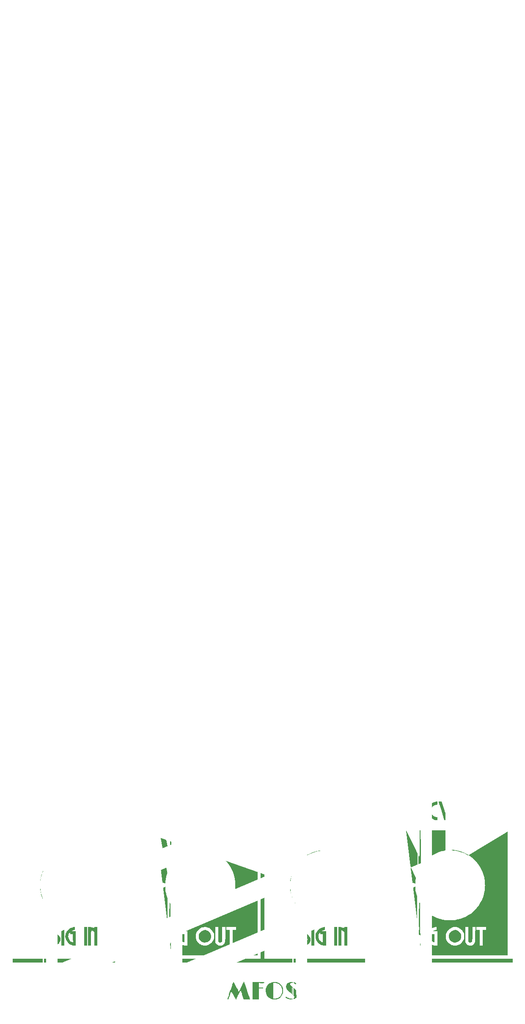
<source format=gto>
%TF.GenerationSoftware,KiCad,Pcbnew,7.0.0-da2b9df05c~163~ubuntu22.04.1*%
%TF.CreationDate,2023-02-21T20:49:05-05:00*%
%TF.ProjectId,mfos_vca-panel,6d666f73-5f76-4636-912d-70616e656c2e,rev?*%
%TF.SameCoordinates,Original*%
%TF.FileFunction,Legend,Top*%
%TF.FilePolarity,Positive*%
%FSLAX46Y46*%
G04 Gerber Fmt 4.6, Leading zero omitted, Abs format (unit mm)*
G04 Created by KiCad (PCBNEW 7.0.0-da2b9df05c~163~ubuntu22.04.1) date 2023-02-21 20:49:05*
%MOMM*%
%LPD*%
G01*
G04 APERTURE LIST*
G04 Aperture macros list*
%AMFreePoly0*
4,1,139,5.398598,5.455452,5.858736,5.376554,6.310525,5.258917,6.750711,5.103390,7.176121,4.911092,7.583690,4.683410,7.970482,4.421984,8.333711,4.128698,8.670759,3.805664,8.979197,3.455210,9.256803,3.079861,9.501578,2.682322,9.711757,2.265457,9.885826,1.832269,10.022531,1.385879,10.120888,0.929505,10.180186,0.466433,10.200000,0.000000,10.180186,-0.466433,10.120888,-0.929505,
10.022531,-1.385879,9.885826,-1.832269,9.711757,-2.265457,9.501578,-2.682322,9.256803,-3.079861,8.979197,-3.455210,8.670759,-3.805664,8.333711,-4.128698,7.970482,-4.421984,7.583690,-4.683410,7.176121,-4.911092,6.750711,-5.103390,6.310525,-5.258917,5.858736,-5.376554,5.398598,-5.455452,4.933427,-5.495044,4.466573,-5.495044,4.001402,-5.455452,3.541264,-5.376554,3.089475,-5.258917,
2.649289,-5.103390,2.223879,-4.911092,1.816310,-4.683410,1.429518,-4.421984,1.066289,-4.128698,0.729241,-3.805664,0.420803,-3.455210,0.143197,-3.079861,-0.101578,-2.682322,-0.311757,-2.265457,-0.485826,-1.832269,-0.622531,-1.385879,-0.720888,-0.929505,-0.780186,-0.466433,-0.800000,0.000000,0.794988,0.000000,0.815023,-0.395064,0.874924,-0.786073,0.974075,-1.169017,1.111459,-1.539964,
1.285666,-1.895110,1.494909,-2.230809,1.737040,-2.543617,2.009576,-2.830325,2.309719,-3.087989,2.634389,-3.313966,2.980256,-3.505938,3.343769,-3.661933,3.721199,-3.780353,4.108673,-3.859981,4.502214,-3.900000,4.897786,-3.900000,5.291327,-3.859981,5.678801,-3.780353,6.056231,-3.661933,6.419744,-3.505938,6.765611,-3.313966,7.090281,-3.087989,7.390424,-2.830325,7.662960,-2.543617,
7.905091,-2.230809,8.114334,-1.895110,8.288541,-1.539964,8.425925,-1.169017,8.525076,-0.786073,8.584977,-0.395064,8.605012,0.000000,8.584977,0.395064,8.525076,0.786073,8.425925,1.169017,8.288541,1.539964,8.114334,1.895110,7.905091,2.230809,7.662960,2.543617,7.390424,2.830325,7.090281,3.087989,6.765611,3.313966,6.419744,3.505938,6.056231,3.661933,5.678801,3.780353,
5.291327,3.859981,4.897786,3.900000,4.502214,3.900000,4.108673,3.859981,3.721199,3.780353,3.343769,3.661933,2.980256,3.505938,2.634389,3.313966,2.309719,3.087989,2.009576,2.830325,1.737040,2.543617,1.494909,2.230809,1.285666,1.895110,1.111459,1.539964,0.974075,1.169017,0.874924,0.786073,0.815023,0.395064,0.794988,0.000000,-0.800000,0.000000,-0.780186,0.466433,
-0.720888,0.929505,-0.622531,1.385879,-0.485826,1.832269,-0.311757,2.265457,-0.101578,2.682322,0.143197,3.079861,0.420803,3.455210,0.729241,3.805664,1.066289,4.128698,1.429518,4.421984,1.816310,4.683410,2.223879,4.911092,2.649289,5.103390,3.089475,5.258917,3.541264,5.376554,4.001402,5.455452,4.466573,5.495044,4.933427,5.495044,5.398598,5.455452,5.398598,5.455452,
$1*%
%AMFreePoly1*
4,1,137,5.198598,5.455452,5.658736,5.376554,6.110525,5.258917,6.550711,5.103390,6.976121,4.911092,7.383690,4.683410,7.770482,4.421984,8.133711,4.128698,8.470759,3.805664,8.779197,3.455210,9.056803,3.079861,9.301578,2.682322,9.511757,2.265457,9.685826,1.832269,9.822531,1.385879,9.920888,0.929505,9.980186,0.466433,10.000000,0.000000,9.980186,-0.466433,9.920888,-0.929505,
9.822531,-1.385879,9.685826,-1.832269,9.511757,-2.265457,9.301578,-2.682322,9.056803,-3.079861,8.779197,-3.455210,8.470759,-3.805664,8.133711,-4.128698,7.770482,-4.421984,7.383690,-4.683410,6.976121,-4.911092,6.550711,-5.103390,6.110525,-5.258917,5.658736,-5.376554,5.198598,-5.455452,4.733427,-5.495044,4.266573,-5.495044,3.801402,-5.455452,3.341264,-5.376554,2.889475,-5.258917,
2.449289,-5.103390,2.023879,-4.911092,1.616310,-4.683410,1.229518,-4.421984,0.866289,-4.128698,0.529241,-3.805664,0.220803,-3.455210,-0.056803,-3.079861,-0.301578,-2.682322,-0.511757,-2.265457,-0.685826,-1.832269,-0.822531,-1.385879,-0.920888,-0.929505,-0.980186,-0.466433,-1.000000,0.000000,0.995197,0.000000,1.014397,-0.366352,1.071785,-0.728690,1.166734,-1.083044,1.298203,-1.425532,
1.464752,-1.752402,1.664555,-2.060072,1.895424,-2.345171,2.154829,-2.604576,2.439928,-2.835445,2.747598,-3.035248,3.074468,-3.201797,3.416956,-3.333266,3.771310,-3.428215,4.133648,-3.485603,4.500000,-3.504803,4.866352,-3.485603,5.228690,-3.428215,5.583044,-3.333266,5.925532,-3.201797,6.252402,-3.035248,6.560072,-2.835445,6.845171,-2.604576,7.104576,-2.345171,7.335445,-2.060072,
7.535248,-1.752402,7.701797,-1.425532,7.833266,-1.083044,7.928215,-0.728690,7.985603,-0.366352,8.004803,0.000000,7.985603,0.366352,7.928215,0.728690,7.833266,1.083044,7.701797,1.425532,7.535248,1.752401,7.335445,2.060072,7.104576,2.345171,6.845171,2.604576,6.560072,2.835445,6.252402,3.035248,5.925532,3.201797,5.583044,3.333266,5.228690,3.428215,4.866352,3.485603,
4.500000,3.504803,4.133648,3.485603,3.771310,3.428215,3.416956,3.333266,3.074468,3.201797,2.747599,3.035248,2.439928,2.835445,2.154829,2.604576,1.895424,2.345171,1.664555,2.060072,1.464752,1.752401,1.298203,1.425532,1.166734,1.083044,1.071785,0.728690,1.014397,0.366352,0.995197,0.000000,-1.000000,0.000000,-0.980186,0.466433,-0.920888,0.929505,-0.822531,1.385879,
-0.685826,1.832269,-0.511757,2.265457,-0.301578,2.682322,-0.056803,3.079861,0.220803,3.455210,0.529241,3.805664,0.866289,4.128698,1.229518,4.421984,1.616310,4.683410,2.023879,4.911092,2.449289,5.103390,2.889475,5.258917,3.341264,5.376554,3.801402,5.455452,4.266573,5.495044,4.733427,5.495044,5.198598,5.455452,5.198598,5.455452,$1*%
%AMFreePoly2*
4,1,159,6.626847,7.030287,7.150748,6.971257,7.668773,6.873242,8.178024,6.736788,8.675654,6.562660,9.158880,6.351831,9.625000,6.105479,10.071406,5.824983,10.495603,5.511912,10.895218,5.168016,11.268016,4.795218,11.611912,4.395603,11.924983,3.971406,12.205479,3.525000,12.451831,3.058880,12.662660,2.575654,12.836788,2.078024,12.973242,1.568773,13.071257,1.050748,13.130287,0.526847,
13.150000,0.000000,13.130287,-0.526847,13.071257,-1.050748,12.973242,-1.568773,12.836788,-2.078024,12.662660,-2.575654,12.451831,-3.058880,12.205479,-3.525000,11.924983,-3.971406,11.611912,-4.395603,11.268016,-4.795218,10.895218,-5.168016,10.495603,-5.511912,10.071406,-5.824983,9.625000,-6.105479,9.158880,-6.351831,8.675654,-6.562660,8.178024,-6.736788,7.668773,-6.873242,7.150748,-6.971257,
6.626847,-7.030287,6.100000,-7.050000,5.573153,-7.030287,5.049252,-6.971257,4.531227,-6.873242,4.021976,-6.736788,3.524346,-6.562660,3.041120,-6.351831,2.575000,-6.105479,2.128594,-5.824983,1.704397,-5.511912,1.304782,-5.168016,0.931984,-4.795218,0.588088,-4.395603,0.275017,-3.971406,-0.005479,-3.525000,-0.251831,-3.058880,-0.462660,-2.575654,-0.636788,-2.078024,-0.773242,-1.568773,
-0.871257,-1.050748,-0.930287,-0.526847,-0.950000,0.000000,0.945094,0.000000,0.964710,-0.449280,1.023409,-0.895140,1.120743,-1.334188,1.255973,-1.763082,1.428069,-2.178557,1.635720,-2.577453,1.877348,-2.956733,2.151113,-3.313510,2.454931,-3.645069,2.786490,-3.948887,3.143267,-4.222652,3.522547,-4.464280,3.921443,-4.671931,4.336918,-4.844027,4.765812,-4.979257,5.204860,-5.076591,
5.650720,-5.135290,6.100000,-5.154906,6.549280,-5.135290,6.995140,-5.076591,7.434188,-4.979257,7.863082,-4.844027,8.278557,-4.671931,8.677453,-4.464280,9.056733,-4.222652,9.413510,-3.948887,9.745069,-3.645069,10.048887,-3.313510,10.322652,-2.956733,10.564280,-2.577453,10.771931,-2.178557,10.944027,-1.763082,11.079257,-1.334188,11.176591,-0.895140,11.235290,-0.449280,11.254906,0.000000,
11.235290,0.449280,11.176591,0.895140,11.079257,1.334188,10.944027,1.763082,10.771931,2.178557,10.564280,2.577453,10.322652,2.956733,10.048887,3.313510,9.745069,3.645069,9.413510,3.948887,9.056733,4.222652,8.677453,4.464280,8.278557,4.671931,7.863082,4.844027,7.434188,4.979257,6.995140,5.076591,6.549280,5.135290,6.100000,5.154906,5.650720,5.135290,5.204860,5.076591,
4.765812,4.979257,4.336918,4.844027,3.921443,4.671931,3.522547,4.464280,3.143267,4.222652,2.786490,3.948887,2.454931,3.645069,2.151113,3.313510,1.877348,2.956733,1.635720,2.577453,1.428069,2.178557,1.255973,1.763082,1.120743,1.334188,1.023409,0.895140,0.964710,0.449280,0.945094,0.000000,-0.950000,0.000000,-0.930287,0.526847,-0.871257,1.050748,-0.773242,1.568773,
-0.636788,2.078024,-0.462660,2.575654,-0.251831,3.058880,-0.005479,3.525000,0.275017,3.971406,0.588088,4.395603,0.931984,4.795218,1.304782,5.168016,1.704397,5.511912,2.128594,5.824983,2.575000,6.105479,3.041120,6.351831,3.524346,6.562660,4.021976,6.736788,4.531227,6.873242,5.049252,6.971257,5.573153,7.030287,6.100000,7.050000,6.626847,7.030287,6.626847,7.030287,
$1*%
G04 Aperture macros list end*
%ADD10FreePoly0,0.000000*%
%ADD11C,0.800000*%
%ADD12O,6.800000X4.000000*%
%ADD13FreePoly1,0.000000*%
%ADD14FreePoly2,0.000000*%
G04 APERTURE END LIST*
%TO.C,GRAF2*%
G36*
X27336336Y-191251452D02*
G01*
X27336336Y-193107508D01*
X27043944Y-193107508D01*
X26751551Y-193107508D01*
X26751551Y-191251452D01*
X26751551Y-189395396D01*
X27043944Y-189395396D01*
X27336336Y-189395396D01*
X27336336Y-191251452D01*
G37*
G36*
X31912913Y-191251452D02*
G01*
X31912913Y-193107508D01*
X31620520Y-193107508D01*
X31328128Y-193107508D01*
X31328128Y-191251452D01*
X31328128Y-189395396D01*
X31620520Y-189395396D01*
X31912913Y-189395396D01*
X31912913Y-191251452D01*
G37*
G36*
X42184785Y-139485286D02*
G01*
X42184785Y-141087087D01*
X41930530Y-141087087D01*
X41676276Y-141087087D01*
X41676276Y-139485286D01*
X41676276Y-137883484D01*
X41930530Y-137883484D01*
X42184785Y-137883484D01*
X42184785Y-139485286D01*
G37*
G36*
X74932732Y-10908909D02*
G01*
X74932732Y-12612413D01*
X74322522Y-12612413D01*
X73712312Y-12612413D01*
X73712312Y-10908909D01*
X73712312Y-9205406D01*
X74322522Y-9205406D01*
X74932732Y-9205406D01*
X74932732Y-10908909D01*
G37*
G36*
X77398999Y-191251452D02*
G01*
X77398999Y-193107508D01*
X77093894Y-193107508D01*
X76788789Y-193107508D01*
X76788789Y-191251452D01*
X76788789Y-189395396D01*
X77093894Y-189395396D01*
X77398999Y-189395396D01*
X77398999Y-191251452D01*
G37*
G36*
X81975575Y-191251452D02*
G01*
X81975575Y-193107508D01*
X81670470Y-193107508D01*
X81365365Y-193107508D01*
X81365365Y-191251452D01*
X81365365Y-189395396D01*
X81670470Y-189395396D01*
X81975575Y-189395396D01*
X81975575Y-191251452D01*
G37*
G36*
X92247447Y-139485286D02*
G01*
X92247447Y-141087087D01*
X91993193Y-141087087D01*
X91738939Y-141087087D01*
X91738939Y-139485286D01*
X91738939Y-137883484D01*
X91993193Y-137883484D01*
X92247447Y-137883484D01*
X92247447Y-139485286D01*
G37*
G36*
X39012963Y-119862324D02*
G01*
X39273573Y-119869570D01*
X39280156Y-121198048D01*
X39286740Y-122526527D01*
X39756883Y-122526527D01*
X40227027Y-122526527D01*
X40227027Y-122793494D01*
X40227027Y-123060461D01*
X39489689Y-123060461D01*
X38752352Y-123060461D01*
X38752352Y-121457770D01*
X38752352Y-119855078D01*
X39012963Y-119862324D01*
G37*
G36*
X40557557Y-139218319D02*
G01*
X40557557Y-140553154D01*
X41040640Y-140553154D01*
X41523723Y-140553154D01*
X41523723Y-140820121D01*
X41523723Y-141087087D01*
X40786386Y-141087087D01*
X40049049Y-141087087D01*
X40049049Y-139485286D01*
X40049049Y-137883484D01*
X40303303Y-137883484D01*
X40557557Y-137883484D01*
X40557557Y-139218319D01*
G37*
G36*
X41326481Y-107836987D02*
G01*
X41333033Y-109394295D01*
X41886036Y-109401147D01*
X42439039Y-109407999D01*
X42439039Y-109699896D01*
X42439039Y-109991792D01*
X41574574Y-109991792D01*
X40710110Y-109991792D01*
X40710110Y-108135736D01*
X40710110Y-106279680D01*
X41015020Y-106279680D01*
X41319929Y-106279680D01*
X41326481Y-107836987D01*
G37*
G36*
X50199954Y-107836987D02*
G01*
X50206506Y-109394295D01*
X50759509Y-109401147D01*
X51312512Y-109407999D01*
X51312512Y-109699896D01*
X51312512Y-109991792D01*
X50448048Y-109991792D01*
X49583583Y-109991792D01*
X49583583Y-108135736D01*
X49583583Y-106279680D01*
X49888493Y-106279680D01*
X50193403Y-106279680D01*
X50199954Y-107836987D01*
G37*
G36*
X89323523Y-121191692D02*
G01*
X89323523Y-122526527D01*
X89806606Y-122526527D01*
X90289689Y-122526527D01*
X90289689Y-122793494D01*
X90289689Y-123060461D01*
X89552352Y-123060461D01*
X88815015Y-123060461D01*
X88815015Y-121458659D01*
X88815015Y-119856857D01*
X89069269Y-119856857D01*
X89323523Y-119856857D01*
X89323523Y-121191692D01*
G37*
G36*
X91382983Y-107843344D02*
G01*
X91382983Y-109407007D01*
X91942342Y-109407007D01*
X92501701Y-109407007D01*
X92501701Y-109699400D01*
X92501701Y-109991792D01*
X91637237Y-109991792D01*
X90772773Y-109991792D01*
X90772773Y-108135736D01*
X90772773Y-106279680D01*
X91077878Y-106279680D01*
X91382983Y-106279680D01*
X91382983Y-107843344D01*
G37*
G36*
X100256456Y-107843344D02*
G01*
X100256456Y-109407007D01*
X100815816Y-109407007D01*
X101375175Y-109407007D01*
X101375175Y-109699400D01*
X101375175Y-109991792D01*
X100510710Y-109991792D01*
X99646246Y-109991792D01*
X99646246Y-108135736D01*
X99646246Y-106279680D01*
X99951351Y-106279680D01*
X100256456Y-106279680D01*
X100256456Y-107843344D01*
G37*
G36*
X49094951Y-62541592D02*
G01*
X49087788Y-62840341D01*
X48750901Y-62847435D01*
X48414014Y-62854529D01*
X48414014Y-64404742D01*
X48414014Y-65954955D01*
X48108909Y-65954955D01*
X47803804Y-65954955D01*
X47803804Y-64404004D01*
X47803804Y-62853053D01*
X47460560Y-62853053D01*
X47117317Y-62853053D01*
X47117317Y-62547948D01*
X47117317Y-62242843D01*
X48109716Y-62242843D01*
X49102114Y-62242843D01*
X49094951Y-62541592D01*
G37*
G36*
X99137737Y-62547948D02*
G01*
X99137737Y-62853053D01*
X98794494Y-62853053D01*
X98451251Y-62853053D01*
X98451251Y-64404004D01*
X98451251Y-65954955D01*
X98146146Y-65954955D01*
X97841041Y-65954955D01*
X97841041Y-64404004D01*
X97841041Y-62853053D01*
X97497798Y-62853053D01*
X97154554Y-62853053D01*
X97154554Y-62547948D01*
X97154554Y-62242843D01*
X98146146Y-62242843D01*
X99137737Y-62242843D01*
X99137737Y-62547948D01*
G37*
G36*
X117062662Y-15905005D02*
G01*
X117062662Y-16299099D01*
X92234734Y-16299099D01*
X67406807Y-16299099D01*
X67406807Y-106000000D01*
X67406807Y-195700901D01*
X92234734Y-195700901D01*
X117062662Y-195700901D01*
X117062662Y-196094995D01*
X117062662Y-196489089D01*
X67012712Y-196489089D01*
X16962763Y-196489089D01*
X16962763Y-196094995D01*
X16962763Y-195700901D01*
X41790690Y-195700901D01*
X66618618Y-195700901D01*
X66618618Y-106000000D01*
X66618618Y-16299099D01*
X41790690Y-16299099D01*
X16962763Y-16299099D01*
X16962763Y-15905005D01*
X16962763Y-15510911D01*
X67012712Y-15510911D01*
X117062662Y-15510911D01*
X117062662Y-15905005D01*
G37*
G36*
X56321321Y-10832633D02*
G01*
X56321321Y-12459860D01*
X56604426Y-12459860D01*
X56740054Y-12457038D01*
X56876191Y-12449442D01*
X56993279Y-12438375D01*
X57048107Y-12430273D01*
X57143230Y-12415470D01*
X57202752Y-12414459D01*
X57240075Y-12427451D01*
X57248085Y-12433386D01*
X57283443Y-12488426D01*
X57277129Y-12546939D01*
X57238308Y-12586093D01*
X57198603Y-12593351D01*
X57109764Y-12599504D01*
X56973499Y-12604511D01*
X56791513Y-12608330D01*
X56565513Y-12610921D01*
X56297205Y-12612241D01*
X56145015Y-12612413D01*
X55100901Y-12612413D01*
X55100901Y-10908909D01*
X55100901Y-9205406D01*
X55711111Y-9205406D01*
X56321321Y-9205406D01*
X56321321Y-10832633D01*
G37*
G36*
X90620220Y-139218319D02*
G01*
X90620220Y-140553154D01*
X91104193Y-140553154D01*
X91588165Y-140553154D01*
X91580919Y-140813764D01*
X91573673Y-141074375D01*
X90847312Y-141081113D01*
X90659987Y-141082262D01*
X90489373Y-141082178D01*
X90342042Y-141080957D01*
X90224566Y-141078691D01*
X90143516Y-141075475D01*
X90105465Y-141071402D01*
X90103619Y-141070520D01*
X90100567Y-141042702D01*
X90097687Y-140968408D01*
X90095025Y-140852013D01*
X90092629Y-140697890D01*
X90090546Y-140510415D01*
X90088824Y-140293962D01*
X90087509Y-140052906D01*
X90086650Y-139791621D01*
X90086293Y-139514482D01*
X90086286Y-139468335D01*
X90086286Y-137883484D01*
X90353253Y-137883484D01*
X90620220Y-137883484D01*
X90620220Y-139218319D01*
G37*
G36*
X40780837Y-62541592D02*
G01*
X40773673Y-62840341D01*
X40193739Y-62847178D01*
X39613804Y-62854016D01*
X39621667Y-62948880D01*
X39629529Y-63043744D01*
X40220670Y-63050569D01*
X40811812Y-63057394D01*
X40811812Y-63362031D01*
X40811812Y-63666667D01*
X40214314Y-63666667D01*
X39616817Y-63666667D01*
X39616817Y-64810811D01*
X39616817Y-65954955D01*
X39324424Y-65954955D01*
X39032032Y-65954955D01*
X39032032Y-64810811D01*
X39032032Y-63666667D01*
X38904905Y-63666667D01*
X38777778Y-63666667D01*
X38777778Y-63361562D01*
X38777778Y-63056457D01*
X38904905Y-63056457D01*
X39032032Y-63056457D01*
X39032032Y-62649650D01*
X39032032Y-62242843D01*
X39910016Y-62242843D01*
X40788000Y-62242843D01*
X40780837Y-62541592D01*
G37*
G36*
X42998398Y-62547948D02*
G01*
X42998398Y-62853053D01*
X42426326Y-62853053D01*
X41854254Y-62853053D01*
X41854254Y-62954755D01*
X41854254Y-63056457D01*
X42439039Y-63056457D01*
X43023824Y-63056457D01*
X43023824Y-63361562D01*
X43023824Y-63666667D01*
X42439039Y-63666667D01*
X41854254Y-63666667D01*
X41854254Y-64810811D01*
X41854254Y-65954955D01*
X41549149Y-65954955D01*
X41244044Y-65954955D01*
X41244044Y-64810811D01*
X41244044Y-63666667D01*
X41116917Y-63666667D01*
X40989790Y-63666667D01*
X40989790Y-63361562D01*
X40989790Y-63056457D01*
X41116917Y-63056457D01*
X41244044Y-63056457D01*
X41244044Y-62649650D01*
X41244044Y-62242843D01*
X42121221Y-62242843D01*
X42998398Y-62242843D01*
X42998398Y-62547948D01*
G37*
G36*
X60084284Y-10835071D02*
G01*
X60084284Y-12464737D01*
X60433884Y-12449739D01*
X60573101Y-12443640D01*
X60704089Y-12437673D01*
X60813354Y-12432469D01*
X60887399Y-12428657D01*
X60894852Y-12428232D01*
X60984949Y-12434302D01*
X61036361Y-12462272D01*
X61045188Y-12507813D01*
X61013659Y-12560074D01*
X61000755Y-12572883D01*
X60984265Y-12583412D01*
X60959444Y-12591883D01*
X60921548Y-12598521D01*
X60865832Y-12603549D01*
X60787554Y-12607190D01*
X60681967Y-12609668D01*
X60544329Y-12611205D01*
X60369896Y-12612026D01*
X60153922Y-12612354D01*
X59902365Y-12612413D01*
X58838438Y-12612413D01*
X58838438Y-10908909D01*
X58838438Y-9205406D01*
X59461361Y-9205406D01*
X60084284Y-9205406D01*
X60084284Y-10835071D01*
G37*
G36*
X90823623Y-62547948D02*
G01*
X90823623Y-62853053D01*
X90251551Y-62853053D01*
X89679479Y-62853053D01*
X89679479Y-62954755D01*
X89679479Y-63056457D01*
X90276977Y-63056457D01*
X90874474Y-63056457D01*
X90874474Y-63361562D01*
X90874474Y-63666667D01*
X90276977Y-63666667D01*
X89679479Y-63666667D01*
X89679479Y-64810811D01*
X89679479Y-65954955D01*
X89374374Y-65954955D01*
X89069269Y-65954955D01*
X89069269Y-64810811D01*
X89069269Y-63666667D01*
X88954855Y-63666667D01*
X88840440Y-63666667D01*
X88840440Y-63361562D01*
X88840440Y-63056457D01*
X88954855Y-63056457D01*
X89069269Y-63056457D01*
X89069269Y-62649650D01*
X89069269Y-62242843D01*
X89946446Y-62242843D01*
X90823623Y-62242843D01*
X90823623Y-62547948D01*
G37*
G36*
X93035635Y-62547948D02*
G01*
X93035635Y-62853053D01*
X92463563Y-62853053D01*
X91891491Y-62853053D01*
X91891491Y-62954755D01*
X91891491Y-63056457D01*
X92488989Y-63056457D01*
X93086486Y-63056457D01*
X93086486Y-63361562D01*
X93086486Y-63666667D01*
X92488989Y-63666667D01*
X91891491Y-63666667D01*
X91891491Y-64810811D01*
X91891491Y-65954955D01*
X91586386Y-65954955D01*
X91281281Y-65954955D01*
X91281281Y-64810811D01*
X91281281Y-63666667D01*
X91166867Y-63666667D01*
X91052452Y-63666667D01*
X91052452Y-63361562D01*
X91052452Y-63056457D01*
X91166867Y-63056457D01*
X91281281Y-63056457D01*
X91281281Y-62649650D01*
X91281281Y-62242843D01*
X92158458Y-62242843D01*
X93035635Y-62242843D01*
X93035635Y-62547948D01*
G37*
G36*
X72313914Y-10835017D02*
G01*
X72313914Y-12464628D01*
X72676226Y-12449757D01*
X72817872Y-12443810D01*
X72951415Y-12437963D01*
X73063635Y-12432812D01*
X73141315Y-12428950D01*
X73152953Y-12428304D01*
X73224296Y-12427110D01*
X73259712Y-12438462D01*
X73273722Y-12468516D01*
X73275675Y-12480329D01*
X73279658Y-12511686D01*
X73279021Y-12537641D01*
X73269444Y-12558705D01*
X73246608Y-12575388D01*
X73206193Y-12588201D01*
X73143879Y-12597654D01*
X73055345Y-12604258D01*
X72936273Y-12608524D01*
X72782341Y-12610963D01*
X72589231Y-12612084D01*
X72352622Y-12612399D01*
X72158248Y-12612413D01*
X71093493Y-12612413D01*
X71093493Y-10908909D01*
X71093493Y-9205406D01*
X71703703Y-9205406D01*
X72313914Y-9205406D01*
X72313914Y-10835017D01*
G37*
G36*
X50829429Y-190598116D02*
G01*
X50829429Y-190819220D01*
X51083683Y-190819220D01*
X51337938Y-190819220D01*
X51337938Y-191645546D01*
X51337750Y-191844706D01*
X51337217Y-192026565D01*
X51336384Y-192185159D01*
X51335299Y-192314521D01*
X51334006Y-192408688D01*
X51332551Y-192461693D01*
X51331581Y-192471269D01*
X51306680Y-192462077D01*
X51248161Y-192438739D01*
X51179319Y-192410662D01*
X51016037Y-192326391D01*
X50858425Y-192214524D01*
X50726527Y-192089771D01*
X50700921Y-192059542D01*
X50577806Y-191868486D01*
X50489342Y-191650785D01*
X50438959Y-191419634D01*
X50430088Y-191188225D01*
X50443485Y-191069431D01*
X50485262Y-190908560D01*
X50552310Y-190744452D01*
X50636178Y-190594326D01*
X50728412Y-190475404D01*
X50741517Y-190462220D01*
X50829429Y-190377012D01*
X50829429Y-190598116D01*
G37*
G36*
X39057457Y-108105323D02*
G01*
X39057457Y-109991792D01*
X38765065Y-109991792D01*
X38472672Y-109991792D01*
X38472672Y-108784084D01*
X38472306Y-108541712D01*
X38471255Y-108315578D01*
X38469594Y-108110622D01*
X38467395Y-107931783D01*
X38464734Y-107784001D01*
X38461682Y-107672213D01*
X38458315Y-107601359D01*
X38454704Y-107576378D01*
X38454675Y-107576377D01*
X38427577Y-107592711D01*
X38378402Y-107634378D01*
X38345745Y-107665171D01*
X38254811Y-107753965D01*
X38056388Y-107534514D01*
X37857964Y-107315064D01*
X37917420Y-107258517D01*
X37952654Y-107225837D01*
X38019544Y-107164549D01*
X38112042Y-107080165D01*
X38224100Y-106978199D01*
X38349670Y-106864162D01*
X38434534Y-106787206D01*
X38567268Y-106666835D01*
X38691937Y-106553632D01*
X38802111Y-106453446D01*
X38891362Y-106372127D01*
X38953262Y-106315524D01*
X38974825Y-106295648D01*
X39057457Y-106218854D01*
X39057457Y-108105323D01*
G37*
G36*
X55645348Y-190018567D02*
G01*
X55773618Y-190044537D01*
X56006077Y-190129696D01*
X56213695Y-190254701D01*
X56392136Y-190414064D01*
X56537065Y-190602298D01*
X56644148Y-190813915D01*
X56709049Y-191043428D01*
X56727826Y-191252466D01*
X56705463Y-191498056D01*
X56636696Y-191725146D01*
X56520403Y-191936416D01*
X56359459Y-192130469D01*
X56167589Y-192291624D01*
X55952785Y-192408218D01*
X55718913Y-192478905D01*
X55469837Y-192502338D01*
X55317017Y-192493420D01*
X55080770Y-192442169D01*
X54863635Y-192346940D01*
X54670412Y-192212554D01*
X54505902Y-192043829D01*
X54374905Y-191845584D01*
X54282224Y-191622639D01*
X54235973Y-191408300D01*
X54229335Y-191170172D01*
X54268084Y-190942910D01*
X54347499Y-190730701D01*
X54462856Y-190537735D01*
X54609434Y-190368199D01*
X54782510Y-190226282D01*
X54977362Y-190116172D01*
X55189267Y-190042057D01*
X55413503Y-190008126D01*
X55645348Y-190018567D01*
G37*
G36*
X105713611Y-190021538D02*
G01*
X105939886Y-190077489D01*
X106154880Y-190177756D01*
X106352282Y-190322611D01*
X106353523Y-190323726D01*
X106523701Y-190508237D01*
X106650744Y-190713192D01*
X106734341Y-190932622D01*
X106774181Y-191160558D01*
X106769953Y-191391032D01*
X106721345Y-191618078D01*
X106628046Y-191835725D01*
X106489744Y-192038008D01*
X106445593Y-192088195D01*
X106257504Y-192261577D01*
X106056853Y-192387025D01*
X105839514Y-192466070D01*
X105601362Y-192500244D01*
X105355455Y-192492886D01*
X105166230Y-192452849D01*
X104972967Y-192374952D01*
X104792632Y-192267646D01*
X104642192Y-192139380D01*
X104639082Y-192136107D01*
X104477904Y-191932038D01*
X104363086Y-191713473D01*
X104294646Y-191485494D01*
X104272595Y-191253179D01*
X104296951Y-191021608D01*
X104367727Y-190795860D01*
X104484938Y-190581017D01*
X104634031Y-190397113D01*
X104821995Y-190235519D01*
X105030249Y-190116895D01*
X105252479Y-190041511D01*
X105482371Y-190009635D01*
X105713611Y-190021538D01*
G37*
G36*
X33384381Y-164327402D02*
G01*
X33390546Y-164340721D01*
X33395760Y-164367942D01*
X33400101Y-164412388D01*
X33403649Y-164477386D01*
X33406484Y-164566259D01*
X33408685Y-164682333D01*
X33410331Y-164828933D01*
X33411501Y-165009382D01*
X33412275Y-165227006D01*
X33412732Y-165485130D01*
X33412951Y-165787078D01*
X33413012Y-166136175D01*
X33413013Y-166178869D01*
X33413013Y-168063464D01*
X33120620Y-168063464D01*
X32828228Y-168063464D01*
X32828228Y-166840085D01*
X32828228Y-165616706D01*
X32726453Y-165708653D01*
X32668542Y-165759671D01*
X32627880Y-165793059D01*
X32616163Y-165800601D01*
X32596734Y-165782969D01*
X32550403Y-165735088D01*
X32484317Y-165664479D01*
X32413347Y-165587155D01*
X32219045Y-165373709D01*
X32771894Y-164868887D01*
X32914224Y-164739101D01*
X33045985Y-164619291D01*
X33162050Y-164514096D01*
X33257288Y-164428152D01*
X33326569Y-164366097D01*
X33364763Y-164332570D01*
X33368878Y-164329169D01*
X33377185Y-164324660D01*
X33384381Y-164327402D01*
G37*
G36*
X89094523Y-106250390D02*
G01*
X89099902Y-106276639D01*
X89104524Y-106326535D01*
X89108436Y-106402941D01*
X89111689Y-106508723D01*
X89114331Y-106646745D01*
X89116410Y-106819872D01*
X89117976Y-107030968D01*
X89119078Y-107282897D01*
X89119764Y-107578525D01*
X89120083Y-107920717D01*
X89120120Y-108108810D01*
X89120120Y-109991792D01*
X88815015Y-109991792D01*
X88509910Y-109991792D01*
X88509910Y-108782886D01*
X88509910Y-107573981D01*
X88405063Y-107657811D01*
X88300217Y-107741642D01*
X88112671Y-107538685D01*
X88036538Y-107454825D01*
X87975264Y-107384533D01*
X87935965Y-107336152D01*
X87925125Y-107318744D01*
X87943035Y-107298494D01*
X87993081Y-107249182D01*
X88069734Y-107175914D01*
X88167465Y-107083792D01*
X88280746Y-106977921D01*
X88404047Y-106863404D01*
X88531841Y-106745344D01*
X88658598Y-106628847D01*
X88778791Y-106519014D01*
X88886890Y-106420951D01*
X88977366Y-106339761D01*
X89044692Y-106280547D01*
X89083338Y-106248414D01*
X89088338Y-106244922D01*
X89094523Y-106250390D01*
G37*
G36*
X100865608Y-190596747D02*
G01*
X100866666Y-190819220D01*
X101133633Y-190819220D01*
X101400600Y-190819220D01*
X101400600Y-191645546D01*
X101400412Y-191844706D01*
X101399879Y-192026565D01*
X101399047Y-192185159D01*
X101397961Y-192314521D01*
X101396668Y-192408688D01*
X101395214Y-192461693D01*
X101394244Y-192471269D01*
X101369330Y-192462080D01*
X101310973Y-192438803D01*
X101245305Y-192412012D01*
X101030034Y-192302909D01*
X100853371Y-192166044D01*
X100708227Y-191994684D01*
X100591848Y-191791233D01*
X100552841Y-191707823D01*
X100526487Y-191641864D01*
X100510306Y-191579764D01*
X100501818Y-191507927D01*
X100498542Y-191412760D01*
X100497998Y-191280667D01*
X100497998Y-191276877D01*
X100498515Y-191143640D01*
X100501693Y-191047791D01*
X100509969Y-190975867D01*
X100525781Y-190914405D01*
X100551566Y-190849943D01*
X100589763Y-190769019D01*
X100590077Y-190768369D01*
X100646563Y-190662505D01*
X100709997Y-190560444D01*
X100767652Y-190482496D01*
X100773353Y-190475976D01*
X100864550Y-190374275D01*
X100865608Y-190596747D01*
G37*
G36*
X43932974Y-139478929D02*
G01*
X43926426Y-141074375D01*
X43672172Y-141074375D01*
X43417918Y-141074375D01*
X43411307Y-139898424D01*
X43404697Y-138722474D01*
X43296893Y-138643036D01*
X43150135Y-138551175D01*
X42990684Y-138477787D01*
X42928478Y-138456563D01*
X42871271Y-138439417D01*
X42871271Y-139763252D01*
X42871271Y-141087087D01*
X42621254Y-141087087D01*
X42513137Y-141085463D01*
X42424848Y-141081091D01*
X42368242Y-141074726D01*
X42354287Y-141070137D01*
X42351303Y-141042388D01*
X42348486Y-140968162D01*
X42345883Y-140851831D01*
X42343540Y-140697769D01*
X42341503Y-140510349D01*
X42339819Y-140293943D01*
X42338534Y-140052927D01*
X42337693Y-139791671D01*
X42337344Y-139514550D01*
X42337337Y-139468335D01*
X42337337Y-137883484D01*
X42547097Y-137883662D01*
X42744889Y-137896970D01*
X42957864Y-137933312D01*
X43161819Y-137987776D01*
X43284434Y-138033269D01*
X43405205Y-138085080D01*
X43405205Y-137984282D01*
X43405205Y-137883484D01*
X43672363Y-137883484D01*
X43939521Y-137883484D01*
X43932974Y-139478929D01*
G37*
G36*
X92673323Y-137889427D02*
G01*
X92984055Y-137929138D01*
X93291494Y-138018622D01*
X93423373Y-138072558D01*
X93451662Y-138078304D01*
X93464644Y-138054927D01*
X93467863Y-137991881D01*
X93467868Y-137987906D01*
X93467868Y-137883484D01*
X93722122Y-137883484D01*
X93976376Y-137883484D01*
X93976376Y-139485286D01*
X93976376Y-141087087D01*
X93722122Y-141087087D01*
X93467868Y-141087087D01*
X93467868Y-139906027D01*
X93467868Y-138724966D01*
X93353684Y-138646405D01*
X93269620Y-138593501D01*
X93173018Y-138540062D01*
X93077446Y-138492760D01*
X92996474Y-138458270D01*
X92943672Y-138443265D01*
X92940290Y-138443092D01*
X92932959Y-138453010D01*
X92926770Y-138485144D01*
X92921640Y-138542876D01*
X92917488Y-138629585D01*
X92914233Y-138748654D01*
X92911794Y-138903464D01*
X92910090Y-139097397D01*
X92909039Y-139333834D01*
X92908559Y-139616155D01*
X92908508Y-139764965D01*
X92908508Y-141087087D01*
X92654254Y-141087087D01*
X92400000Y-141087087D01*
X92400000Y-139481685D01*
X92400000Y-137876283D01*
X92673323Y-137889427D01*
G37*
G36*
X42591591Y-24026583D02*
G01*
X42591591Y-25909910D01*
X42299199Y-25909910D01*
X42006807Y-25909910D01*
X42006807Y-24702203D01*
X42006386Y-24459830D01*
X42005179Y-24233696D01*
X42003271Y-24028741D01*
X42000746Y-23849902D01*
X41997689Y-23702119D01*
X41994185Y-23590332D01*
X41990317Y-23519478D01*
X41986171Y-23494496D01*
X41986138Y-23494495D01*
X41957118Y-23511311D01*
X41909629Y-23553351D01*
X41892392Y-23570771D01*
X41840569Y-23618588D01*
X41800129Y-23645125D01*
X41792290Y-23647034D01*
X41767540Y-23629635D01*
X41717845Y-23583685D01*
X41652157Y-23518540D01*
X41579425Y-23443555D01*
X41508600Y-23368086D01*
X41448633Y-23301489D01*
X41408474Y-23253120D01*
X41396596Y-23233432D01*
X41414497Y-23214516D01*
X41464478Y-23166557D01*
X41540959Y-23094680D01*
X41638359Y-23004010D01*
X41751096Y-22899673D01*
X41873592Y-22786791D01*
X42000263Y-22670492D01*
X42125530Y-22555899D01*
X42243812Y-22448137D01*
X42349528Y-22352331D01*
X42437096Y-22273607D01*
X42500938Y-22217088D01*
X42533302Y-22189596D01*
X42591591Y-22143257D01*
X42591591Y-24026583D01*
G37*
G36*
X66901380Y-200424595D02*
G01*
X67074633Y-200427509D01*
X67201161Y-200431877D01*
X67279446Y-200437678D01*
X67304794Y-200442604D01*
X67358886Y-200483425D01*
X67379206Y-200537949D01*
X67359580Y-200589095D01*
X67358246Y-200590463D01*
X67323828Y-200600868D01*
X67243791Y-200607981D01*
X67116755Y-200611850D01*
X66941340Y-200612527D01*
X66783789Y-200611057D01*
X66237237Y-200603747D01*
X66237237Y-201041671D01*
X66237237Y-201479596D01*
X66653711Y-201466963D01*
X66796612Y-201464059D01*
X66923564Y-201464163D01*
X67025026Y-201467057D01*
X67091456Y-201472525D01*
X67111369Y-201477378D01*
X67147266Y-201521099D01*
X67145538Y-201576376D01*
X67107348Y-201621881D01*
X67103373Y-201624131D01*
X67060583Y-201633582D01*
X66975897Y-201641403D01*
X66858260Y-201647079D01*
X66716614Y-201650097D01*
X66645715Y-201650451D01*
X66237237Y-201650451D01*
X66237237Y-202743744D01*
X66237237Y-203837037D01*
X65614314Y-203837037D01*
X64991391Y-203837037D01*
X64991391Y-202134997D01*
X64991391Y-200432956D01*
X66116466Y-200424805D01*
X66420777Y-200423220D01*
X66682921Y-200423157D01*
X66901380Y-200424595D01*
G37*
G36*
X82643507Y-189411263D02*
G01*
X82898445Y-189456501D01*
X83129162Y-189527564D01*
X83157858Y-189539128D01*
X83266711Y-189584260D01*
X83336761Y-189609873D01*
X83376533Y-189615037D01*
X83394554Y-189598821D01*
X83399352Y-189560295D01*
X83399399Y-189512776D01*
X83399399Y-189395396D01*
X83704504Y-189395396D01*
X84009609Y-189395396D01*
X84009609Y-191251452D01*
X84009609Y-193107508D01*
X83704504Y-193107508D01*
X83399399Y-193107508D01*
X83399399Y-191749099D01*
X83399399Y-190390690D01*
X83304054Y-190311153D01*
X83236030Y-190262377D01*
X83144612Y-190207201D01*
X83042913Y-190152324D01*
X82944047Y-190104446D01*
X82861125Y-190070268D01*
X82807263Y-190056490D01*
X82805590Y-190056457D01*
X82796879Y-190059611D01*
X82789459Y-190071565D01*
X82783229Y-190096057D01*
X82778086Y-190136823D01*
X82773927Y-190197600D01*
X82770650Y-190282127D01*
X82768152Y-190394139D01*
X82766331Y-190537374D01*
X82765085Y-190715570D01*
X82764311Y-190932463D01*
X82763906Y-191191792D01*
X82763768Y-191497292D01*
X82763764Y-191581982D01*
X82763764Y-193107508D01*
X82458658Y-193107508D01*
X82153553Y-193107508D01*
X82153553Y-191251452D01*
X82153553Y-189395396D01*
X82383454Y-189395396D01*
X82643507Y-189411263D01*
G37*
G36*
X83456513Y-164328106D02*
G01*
X83460571Y-164399947D01*
X83464213Y-164517887D01*
X83467409Y-164679549D01*
X83470128Y-164882559D01*
X83472340Y-165124540D01*
X83474017Y-165403117D01*
X83475127Y-165715915D01*
X83475642Y-166060557D01*
X83475675Y-166179864D01*
X83475675Y-168063464D01*
X83170570Y-168063464D01*
X82865465Y-168063464D01*
X82865465Y-166855756D01*
X82865101Y-166613383D01*
X82864059Y-166387249D01*
X82862410Y-166182294D01*
X82860229Y-166003455D01*
X82857588Y-165855672D01*
X82854560Y-165743885D01*
X82851218Y-165673031D01*
X82847635Y-165648050D01*
X82847607Y-165648048D01*
X82820113Y-165664258D01*
X82771559Y-165705155D01*
X82747631Y-165727639D01*
X82665515Y-165807229D01*
X82521486Y-165651661D01*
X82446563Y-165569505D01*
X82378697Y-165492945D01*
X82330511Y-165436266D01*
X82324320Y-165428539D01*
X82271182Y-165360986D01*
X82336255Y-165307470D01*
X82371940Y-165276399D01*
X82439445Y-165216025D01*
X82533140Y-165131443D01*
X82647396Y-165027750D01*
X82776584Y-164910043D01*
X82914894Y-164783584D01*
X83050588Y-164659766D01*
X83174551Y-164547536D01*
X83281709Y-164451415D01*
X83366990Y-164375926D01*
X83425321Y-164325591D01*
X83451629Y-164304932D01*
X83452068Y-164304738D01*
X83456513Y-164328106D01*
G37*
G36*
X32415065Y-189401282D02*
G01*
X32563092Y-189408871D01*
X32677709Y-189419783D01*
X32776359Y-189437060D01*
X32876482Y-189463746D01*
X32993493Y-189502183D01*
X33103560Y-189540566D01*
X33198901Y-189574577D01*
X33267154Y-189599761D01*
X33292242Y-189609777D01*
X33319413Y-189615605D01*
X33332616Y-189594195D01*
X33336616Y-189535133D01*
X33336736Y-189512530D01*
X33336736Y-189395396D01*
X33641842Y-189395396D01*
X33946947Y-189395396D01*
X33946947Y-191251452D01*
X33946947Y-193107508D01*
X33641842Y-193107508D01*
X33336736Y-193107508D01*
X33336736Y-191738845D01*
X33336736Y-190370182D01*
X33224362Y-190289481D01*
X33139756Y-190234639D01*
X33038842Y-190177896D01*
X32934736Y-190125636D01*
X32840555Y-190084242D01*
X32769415Y-190060097D01*
X32745595Y-190056477D01*
X32736350Y-190058792D01*
X32728478Y-190068258D01*
X32721869Y-190088640D01*
X32716414Y-190123704D01*
X32712003Y-190177216D01*
X32708526Y-190252943D01*
X32705872Y-190354650D01*
X32703933Y-190486104D01*
X32702599Y-190651069D01*
X32701759Y-190853313D01*
X32701303Y-191096602D01*
X32701123Y-191384700D01*
X32701101Y-191581982D01*
X32701101Y-193107508D01*
X32395996Y-193107508D01*
X32090891Y-193107508D01*
X32090891Y-191247798D01*
X32090891Y-189388089D01*
X32415065Y-189401282D01*
G37*
G36*
X84670670Y-106576323D02*
G01*
X84670670Y-106879536D01*
X84460911Y-106909669D01*
X84217688Y-106966749D01*
X83997074Y-107061820D01*
X83802068Y-107189882D01*
X83635674Y-107345939D01*
X83500893Y-107524994D01*
X83400725Y-107722048D01*
X83338172Y-107932104D01*
X83316236Y-108150165D01*
X83337918Y-108371234D01*
X83406220Y-108590311D01*
X83425692Y-108633349D01*
X83551125Y-108839026D01*
X83715700Y-109019697D01*
X83911654Y-109169996D01*
X84131227Y-109284559D01*
X84366656Y-109358024D01*
X84505405Y-109379495D01*
X84657958Y-109394295D01*
X84665121Y-109693043D01*
X84672284Y-109991792D01*
X84474430Y-109990392D01*
X84343585Y-109982434D01*
X84200128Y-109963100D01*
X84089980Y-109940115D01*
X83838180Y-109853616D01*
X83605801Y-109729241D01*
X83384412Y-109561963D01*
X83259559Y-109445146D01*
X83057406Y-109215217D01*
X82903829Y-108976374D01*
X82796701Y-108723575D01*
X82733896Y-108451783D01*
X82713286Y-108155956D01*
X82713288Y-108150738D01*
X82734331Y-107855538D01*
X82797837Y-107583609D01*
X82905728Y-107330677D01*
X83059927Y-107092472D01*
X83262356Y-106864722D01*
X83314363Y-106814840D01*
X83548618Y-106629675D01*
X83813932Y-106479742D01*
X84101189Y-106369098D01*
X84401273Y-106301802D01*
X84491777Y-106290737D01*
X84670670Y-106273110D01*
X84670670Y-106576323D01*
G37*
G36*
X102030687Y-164650101D02*
G01*
X102023523Y-164948849D01*
X101858258Y-164965528D01*
X101629864Y-165012154D01*
X101405032Y-165101944D01*
X101196939Y-165228128D01*
X101018761Y-165383938D01*
X100996413Y-165408337D01*
X100852335Y-165606497D01*
X100753213Y-165822519D01*
X100699736Y-166050089D01*
X100692590Y-166282891D01*
X100732464Y-166514610D01*
X100820046Y-166738930D01*
X100846187Y-166787368D01*
X100982724Y-166977784D01*
X101157867Y-167143007D01*
X101363490Y-167277893D01*
X101591469Y-167377295D01*
X101833676Y-167436068D01*
X101880310Y-167442181D01*
X102036236Y-167459822D01*
X102036236Y-167761643D01*
X102036236Y-168063464D01*
X101890040Y-168061075D01*
X101781389Y-168054210D01*
X101656780Y-168039075D01*
X101578527Y-168025704D01*
X101301031Y-167945228D01*
X101036997Y-167819880D01*
X100793379Y-167655049D01*
X100577129Y-167456126D01*
X100395201Y-167228501D01*
X100270362Y-167011544D01*
X100155816Y-166719015D01*
X100091852Y-166426148D01*
X100078259Y-166135031D01*
X100114827Y-165847754D01*
X100201343Y-165566405D01*
X100337598Y-165293074D01*
X100462602Y-165107439D01*
X100620766Y-164929816D01*
X100814038Y-164766557D01*
X101032253Y-164623003D01*
X101265249Y-164504495D01*
X101502860Y-164416375D01*
X101734924Y-164363985D01*
X101901270Y-164351352D01*
X102037850Y-164351352D01*
X102030687Y-164650101D01*
G37*
G36*
X49380180Y-106584785D02*
G01*
X49380180Y-106889890D01*
X48731832Y-106889890D01*
X48083483Y-106889890D01*
X48083483Y-106991592D01*
X48083483Y-107093294D01*
X48744544Y-107093294D01*
X49405605Y-107093294D01*
X49405605Y-107398399D01*
X49405605Y-107703504D01*
X48744544Y-107703504D01*
X48083483Y-107703504D01*
X48083483Y-108030054D01*
X48088666Y-108227314D01*
X48106330Y-108387676D01*
X48139646Y-108524234D01*
X48191786Y-108650084D01*
X48264023Y-108775364D01*
X48390939Y-108935341D01*
X48552059Y-109080185D01*
X48736414Y-109203563D01*
X48933035Y-109299140D01*
X49130953Y-109360585D01*
X49313930Y-109381582D01*
X49405605Y-109381582D01*
X49405605Y-109686687D01*
X49405605Y-109991792D01*
X49221271Y-109990392D01*
X49094565Y-109982239D01*
X48954444Y-109962530D01*
X48855451Y-109941413D01*
X48581230Y-109843867D01*
X48324645Y-109702140D01*
X48091055Y-109521400D01*
X47885822Y-109306813D01*
X47714303Y-109063546D01*
X47581859Y-108796767D01*
X47536197Y-108669670D01*
X47513255Y-108570708D01*
X47495335Y-108432104D01*
X47481965Y-108249559D01*
X47476154Y-108123023D01*
X47460560Y-107716217D01*
X47352502Y-107708398D01*
X47244444Y-107700580D01*
X47244444Y-107396937D01*
X47244444Y-107093294D01*
X47358859Y-107093294D01*
X47473273Y-107093294D01*
X47473273Y-106686487D01*
X47473273Y-106279680D01*
X48426726Y-106279680D01*
X49380180Y-106279680D01*
X49380180Y-106584785D01*
G37*
G36*
X77546002Y-164650101D02*
G01*
X77538839Y-164948849D01*
X77373573Y-164965528D01*
X77133789Y-165013197D01*
X76908974Y-165103219D01*
X76704837Y-165230409D01*
X76527085Y-165389581D01*
X76381428Y-165575551D01*
X76273571Y-165783133D01*
X76209224Y-166007142D01*
X76206038Y-166026181D01*
X76193898Y-166257403D01*
X76228648Y-166481554D01*
X76306373Y-166693786D01*
X76423159Y-166889249D01*
X76575092Y-167063094D01*
X76758260Y-167210471D01*
X76968748Y-167326531D01*
X77202642Y-167406425D01*
X77341792Y-167433475D01*
X77551551Y-167463607D01*
X77551551Y-167763536D01*
X77551551Y-168063464D01*
X77405355Y-168060473D01*
X77296691Y-168054849D01*
X77185645Y-168043933D01*
X77138728Y-168037204D01*
X76857950Y-167965023D01*
X76591991Y-167848239D01*
X76346153Y-167691808D01*
X76125734Y-167500685D01*
X75936036Y-167279826D01*
X75782358Y-167034185D01*
X75670002Y-166768719D01*
X75630233Y-166626927D01*
X75605074Y-166473016D01*
X75592521Y-166293770D01*
X75592560Y-166107769D01*
X75605177Y-165933593D01*
X75630359Y-165789821D01*
X75630859Y-165787888D01*
X75687518Y-165619346D01*
X75770465Y-165435290D01*
X75869539Y-165255662D01*
X75974577Y-165100408D01*
X75993130Y-165076841D01*
X76167538Y-164892431D01*
X76373254Y-164726972D01*
X76600511Y-164585484D01*
X76839545Y-164472990D01*
X77080588Y-164394512D01*
X77313875Y-164355072D01*
X77403873Y-164351352D01*
X77553165Y-164351352D01*
X77546002Y-164650101D01*
G37*
G36*
X46908364Y-62541592D02*
G01*
X46901201Y-62840341D01*
X46246496Y-62847126D01*
X45591792Y-62853912D01*
X45591792Y-62955184D01*
X45591792Y-63056457D01*
X46252853Y-63056457D01*
X46913914Y-63056457D01*
X46913914Y-63361562D01*
X46913914Y-63666667D01*
X46252853Y-63666667D01*
X45591792Y-63666667D01*
X45591792Y-63969094D01*
X45600087Y-64189691D01*
X45626873Y-64373893D01*
X45675001Y-64533689D01*
X45747319Y-64681071D01*
X45769748Y-64717754D01*
X45916866Y-64904250D01*
X46101369Y-65064816D01*
X46313893Y-65193529D01*
X46545075Y-65284465D01*
X46729579Y-65324966D01*
X46939339Y-65355099D01*
X46939339Y-65655027D01*
X46939339Y-65954955D01*
X46767717Y-65952934D01*
X46644162Y-65945791D01*
X46509583Y-65929580D01*
X46430831Y-65915520D01*
X46282908Y-65871501D01*
X46113957Y-65801469D01*
X45940485Y-65713714D01*
X45779001Y-65616530D01*
X45655355Y-65526034D01*
X45464756Y-65339674D01*
X45296913Y-65119023D01*
X45159334Y-64876524D01*
X45059530Y-64624620D01*
X45021075Y-64474996D01*
X45003155Y-64355474D01*
X44989752Y-64205366D01*
X44982452Y-64044851D01*
X44981581Y-63972844D01*
X44981581Y-63666667D01*
X44867167Y-63666667D01*
X44752752Y-63666667D01*
X44752752Y-63361562D01*
X44752752Y-63056457D01*
X44867167Y-63056457D01*
X44981581Y-63056457D01*
X44981581Y-62649650D01*
X44981581Y-62242843D01*
X45948554Y-62242843D01*
X46915527Y-62242843D01*
X46908364Y-62541592D01*
G37*
G36*
X44142542Y-106584785D02*
G01*
X44142542Y-106889890D01*
X43481481Y-106889890D01*
X42820420Y-106889890D01*
X42820420Y-106991592D01*
X42820420Y-107093294D01*
X43494194Y-107093294D01*
X44167968Y-107093294D01*
X44167968Y-107398399D01*
X44167968Y-107703504D01*
X43494194Y-107703504D01*
X42820420Y-107703504D01*
X42820420Y-107954288D01*
X42823127Y-108081222D01*
X42830361Y-108206559D01*
X42840790Y-108309960D01*
X42845815Y-108342026D01*
X42898473Y-108521222D01*
X42986679Y-108705542D01*
X43100697Y-108876975D01*
X43190370Y-108979383D01*
X43341981Y-109107458D01*
X43519149Y-109217840D01*
X43708453Y-109304405D01*
X43896473Y-109361027D01*
X44069787Y-109381579D01*
X44071608Y-109381582D01*
X44167968Y-109381582D01*
X44167968Y-109686687D01*
X44167968Y-109991792D01*
X43970921Y-109990430D01*
X43739572Y-109968885D01*
X43582059Y-109932267D01*
X43298363Y-109823054D01*
X43039016Y-109672894D01*
X42808022Y-109486342D01*
X42609382Y-109267956D01*
X42447098Y-109022295D01*
X42325172Y-108753915D01*
X42247607Y-108467374D01*
X42236568Y-108400109D01*
X42225189Y-108294123D01*
X42216331Y-108159971D01*
X42211338Y-108020323D01*
X42210714Y-107964115D01*
X42210210Y-107703504D01*
X42108508Y-107703504D01*
X42006807Y-107703504D01*
X42006807Y-107398399D01*
X42006807Y-107093294D01*
X42108508Y-107093294D01*
X42210210Y-107093294D01*
X42210210Y-106686487D01*
X42210210Y-106279680D01*
X43176376Y-106279680D01*
X44142542Y-106279680D01*
X44142542Y-106584785D01*
G37*
G36*
X70414171Y-9168657D02*
G01*
X70452607Y-9194417D01*
X70464684Y-9238051D01*
X70450510Y-9308555D01*
X70417000Y-9398540D01*
X70397970Y-9451711D01*
X70366297Y-9548497D01*
X70323577Y-9683696D01*
X70271405Y-9852106D01*
X70211377Y-10048525D01*
X70145090Y-10267752D01*
X70074139Y-10504584D01*
X70000120Y-10753820D01*
X69973099Y-10845346D01*
X69875698Y-11175540D01*
X69791462Y-11460448D01*
X69719293Y-11703596D01*
X69658092Y-11908507D01*
X69606763Y-12078705D01*
X69564207Y-12217714D01*
X69529326Y-12329060D01*
X69501023Y-12416267D01*
X69478200Y-12482858D01*
X69459759Y-12532358D01*
X69444602Y-12568291D01*
X69431631Y-12594182D01*
X69424633Y-12606056D01*
X69378441Y-12647315D01*
X69319742Y-12662917D01*
X69268050Y-12650807D01*
X69246512Y-12624813D01*
X69239679Y-12560214D01*
X69259021Y-12464925D01*
X69305679Y-12333949D01*
X69321935Y-12294595D01*
X69341318Y-12241170D01*
X69373216Y-12144045D01*
X69416052Y-12008382D01*
X69468251Y-11839342D01*
X69528237Y-11642084D01*
X69594435Y-11421771D01*
X69665269Y-11183562D01*
X69739163Y-10932619D01*
X69771563Y-10821821D01*
X69845925Y-10567684D01*
X69917455Y-10324578D01*
X69984630Y-10097580D01*
X70045929Y-9891771D01*
X70099833Y-9712229D01*
X70144818Y-9564032D01*
X70179366Y-9452260D01*
X70201953Y-9381991D01*
X70207757Y-9365406D01*
X70258641Y-9261828D01*
X70318141Y-9192720D01*
X70379850Y-9164189D01*
X70414171Y-9168657D01*
G37*
G36*
X96951151Y-62547948D02*
G01*
X96951151Y-62853053D01*
X96290090Y-62853053D01*
X95629029Y-62853053D01*
X95629029Y-62954755D01*
X95629029Y-63056457D01*
X96302803Y-63056457D01*
X96976576Y-63056457D01*
X96976576Y-63361562D01*
X96976576Y-63666667D01*
X96302803Y-63666667D01*
X95629029Y-63666667D01*
X95629470Y-63914565D01*
X95641868Y-64169277D01*
X95680216Y-64387856D01*
X95747720Y-64579648D01*
X95847584Y-64754000D01*
X95969227Y-64905320D01*
X96058447Y-64990665D01*
X96167892Y-65078198D01*
X96262486Y-65141810D01*
X96378755Y-65200659D01*
X96517762Y-65255666D01*
X96662778Y-65301542D01*
X96797073Y-65332998D01*
X96903917Y-65344745D01*
X96904367Y-65344745D01*
X96976576Y-65344745D01*
X96976576Y-65649850D01*
X96976576Y-65954955D01*
X96817667Y-65952934D01*
X96698489Y-65945545D01*
X96569859Y-65928916D01*
X96506206Y-65916834D01*
X96211978Y-65825766D01*
X95940481Y-65690635D01*
X95695658Y-65514627D01*
X95481450Y-65300932D01*
X95301802Y-65052739D01*
X95198148Y-64858953D01*
X95136959Y-64713760D01*
X95091928Y-64570868D01*
X95060304Y-64416973D01*
X95039336Y-64238770D01*
X95026527Y-64028979D01*
X95011047Y-63666667D01*
X94913231Y-63666667D01*
X94815415Y-63666667D01*
X94815415Y-63361562D01*
X94815415Y-63056457D01*
X94917117Y-63056457D01*
X95018819Y-63056457D01*
X95018819Y-62649650D01*
X95018819Y-62242843D01*
X95984985Y-62242843D01*
X96951151Y-62242843D01*
X96951151Y-62547948D01*
G37*
G36*
X99442843Y-106584785D02*
G01*
X99442843Y-106889890D01*
X98781782Y-106889890D01*
X98120720Y-106889890D01*
X98120720Y-106991592D01*
X98120720Y-107093294D01*
X98794494Y-107093294D01*
X99468268Y-107093294D01*
X99468268Y-107398399D01*
X99468268Y-107703504D01*
X98794494Y-107703504D01*
X98120720Y-107703504D01*
X98120720Y-107990554D01*
X98129487Y-108219499D01*
X98158448Y-108412589D01*
X98211595Y-108582171D01*
X98292922Y-108740592D01*
X98406421Y-108900199D01*
X98420548Y-108917752D01*
X98552142Y-109047740D01*
X98720244Y-109165556D01*
X98910752Y-109263948D01*
X99109560Y-109335662D01*
X99302565Y-109373447D01*
X99307681Y-109373939D01*
X99468268Y-109388935D01*
X99468268Y-109690364D01*
X99468268Y-109991792D01*
X99271221Y-109988843D01*
X99169527Y-109985988D01*
X99082707Y-109981169D01*
X99027570Y-109975359D01*
X99023323Y-109974519D01*
X98720135Y-109881612D01*
X98442020Y-109745195D01*
X98191968Y-109567524D01*
X97972971Y-109350855D01*
X97788019Y-109097444D01*
X97731727Y-109000201D01*
X97656737Y-108850306D01*
X97601275Y-108707722D01*
X97562267Y-108559448D01*
X97536645Y-108392483D01*
X97521335Y-108193826D01*
X97517014Y-108091242D01*
X97503703Y-107703504D01*
X97392692Y-107703504D01*
X97281681Y-107703504D01*
X97281681Y-107398399D01*
X97281681Y-107093294D01*
X97396096Y-107093294D01*
X97510510Y-107093294D01*
X97510510Y-106686487D01*
X97510510Y-106279680D01*
X98476676Y-106279680D01*
X99442843Y-106279680D01*
X99442843Y-106584785D01*
G37*
G36*
X27514314Y-164641024D02*
G01*
X27513597Y-164773341D01*
X27508396Y-164863075D01*
X27494136Y-164918495D01*
X27466240Y-164947870D01*
X27420134Y-164959468D01*
X27351241Y-164961558D01*
X27336935Y-164961562D01*
X27228318Y-164974211D01*
X27094606Y-165008342D01*
X26953666Y-165058233D01*
X26823364Y-165118161D01*
X26789689Y-165136850D01*
X26585995Y-165281674D01*
X26417068Y-165455457D01*
X26285738Y-165652181D01*
X26194832Y-165865829D01*
X26147180Y-166090382D01*
X26145610Y-166319824D01*
X26168289Y-166458747D01*
X26230314Y-166635135D01*
X26331463Y-166815072D01*
X26462389Y-166986735D01*
X26613745Y-167138299D01*
X26776185Y-167257940D01*
X26819576Y-167282622D01*
X26924151Y-167329330D01*
X27054172Y-167374616D01*
X27192177Y-167413601D01*
X27320707Y-167441405D01*
X27422300Y-167453150D01*
X27430199Y-167453254D01*
X27515928Y-167453254D01*
X27508765Y-167752002D01*
X27501601Y-168050751D01*
X27349049Y-168055250D01*
X27236749Y-168052081D01*
X27109464Y-168039149D01*
X27030296Y-168026073D01*
X26763734Y-167947473D01*
X26504836Y-167824196D01*
X26262226Y-167662406D01*
X26044530Y-167468269D01*
X25860370Y-167247948D01*
X25788811Y-167138702D01*
X25670387Y-166897296D01*
X25587386Y-166632619D01*
X25541981Y-166357253D01*
X25536341Y-166083778D01*
X25566679Y-165851452D01*
X25649694Y-165579872D01*
X25778576Y-165319453D01*
X25948517Y-165077116D01*
X26154711Y-164859782D01*
X26377046Y-164684639D01*
X26565703Y-164574255D01*
X26775978Y-164480772D01*
X26993059Y-164409185D01*
X27202133Y-164364484D01*
X27365829Y-164351352D01*
X27514314Y-164351352D01*
X27514314Y-164641024D01*
G37*
G36*
X103257426Y-165609910D02*
G01*
X103333026Y-165852099D01*
X103404443Y-166078969D01*
X103470214Y-166285997D01*
X103528872Y-166468665D01*
X103578953Y-166622452D01*
X103618993Y-166742837D01*
X103647527Y-166825300D01*
X103663089Y-166865322D01*
X103665241Y-166868469D01*
X103680737Y-166846211D01*
X103703154Y-166788874D01*
X103719988Y-166734985D01*
X103735359Y-166683430D01*
X103764184Y-166588896D01*
X103804746Y-166456939D01*
X103855327Y-166293115D01*
X103914209Y-166102980D01*
X103979674Y-165892090D01*
X104050006Y-165666002D01*
X104109086Y-165476427D01*
X104459999Y-164351352D01*
X104776608Y-164351352D01*
X104908290Y-164351917D01*
X104996963Y-164354376D01*
X105050466Y-164359872D01*
X105076636Y-164369549D01*
X105083310Y-164384552D01*
X105081416Y-164395846D01*
X105072042Y-164426783D01*
X105048618Y-164502345D01*
X105012360Y-164618650D01*
X104964484Y-164771817D01*
X104906206Y-164957965D01*
X104838742Y-165173213D01*
X104763307Y-165413679D01*
X104681117Y-165675484D01*
X104593389Y-165954745D01*
X104501337Y-166247582D01*
X104500023Y-166251762D01*
X103930430Y-168063184D01*
X103663259Y-168063324D01*
X103396088Y-168063464D01*
X102828286Y-166258602D01*
X102736252Y-165965942D01*
X102648491Y-165686650D01*
X102566228Y-165424636D01*
X102490686Y-165183805D01*
X102423088Y-164968065D01*
X102364657Y-164781323D01*
X102316617Y-164627486D01*
X102280192Y-164510462D01*
X102256605Y-164434157D01*
X102247096Y-164402546D01*
X102243943Y-164381292D01*
X102252920Y-164366914D01*
X102281961Y-164358072D01*
X102338998Y-164353426D01*
X102431964Y-164351633D01*
X102549940Y-164351352D01*
X102866172Y-164351352D01*
X103257426Y-165609910D01*
G37*
G36*
X94179780Y-106584785D02*
G01*
X94179780Y-106889890D01*
X93531431Y-106889890D01*
X92883083Y-106889890D01*
X92883083Y-106991592D01*
X92883083Y-107093294D01*
X93544144Y-107093294D01*
X94205205Y-107093294D01*
X94205205Y-107398399D01*
X94205205Y-107703504D01*
X93541316Y-107703504D01*
X92877428Y-107703504D01*
X92886843Y-108067602D01*
X92890885Y-108210845D01*
X92895935Y-108315308D01*
X92904309Y-108393046D01*
X92918321Y-108456113D01*
X92940286Y-108516564D01*
X92972519Y-108586454D01*
X92995479Y-108633318D01*
X93129471Y-108850098D01*
X93300017Y-109035311D01*
X93501161Y-109184556D01*
X93726946Y-109293435D01*
X93971416Y-109357548D01*
X93977262Y-109358469D01*
X94073287Y-109373850D01*
X94151311Y-109387227D01*
X94196196Y-109395990D01*
X94198849Y-109396666D01*
X94213784Y-109417269D01*
X94223681Y-109472939D01*
X94229106Y-109569033D01*
X94230630Y-109698602D01*
X94230630Y-109991792D01*
X94033583Y-109990392D01*
X93902916Y-109982407D01*
X93759502Y-109963014D01*
X93649958Y-109940120D01*
X93376672Y-109842805D01*
X93122224Y-109701139D01*
X92891303Y-109519616D01*
X92688596Y-109302725D01*
X92518790Y-109054960D01*
X92386572Y-108780813D01*
X92357502Y-108701617D01*
X92330568Y-108617472D01*
X92311148Y-108538960D01*
X92297638Y-108453972D01*
X92288433Y-108350399D01*
X92281930Y-108216133D01*
X92278313Y-108103954D01*
X92266797Y-107703504D01*
X92155420Y-107703504D01*
X92044044Y-107703504D01*
X92044044Y-107398399D01*
X92044044Y-107093294D01*
X92158458Y-107093294D01*
X92272873Y-107093294D01*
X92272873Y-106686487D01*
X92272873Y-106279680D01*
X93226326Y-106279680D01*
X94179780Y-106279680D01*
X94179780Y-106584785D01*
G37*
G36*
X93448152Y-121534765D02*
G01*
X93960071Y-121534765D01*
X93996704Y-121749364D01*
X94077713Y-121954363D01*
X94200108Y-122141427D01*
X94306570Y-122255168D01*
X94418112Y-122344422D01*
X94543347Y-122422502D01*
X94664482Y-122479194D01*
X94732783Y-122499777D01*
X94734442Y-122475789D01*
X94735940Y-122407426D01*
X94737218Y-122301161D01*
X94738216Y-122163469D01*
X94738875Y-122000826D01*
X94739137Y-121819705D01*
X94739139Y-121801902D01*
X94739139Y-121102703D01*
X94523023Y-121102703D01*
X94306907Y-121102703D01*
X94306907Y-120907025D01*
X94306907Y-120711346D01*
X94221122Y-120794493D01*
X94129260Y-120909526D01*
X94050082Y-121058154D01*
X93991725Y-121223324D01*
X93970805Y-121318905D01*
X93960071Y-121534765D01*
X93448152Y-121534765D01*
X93442443Y-121473166D01*
X93442442Y-121471372D01*
X93466652Y-121200027D01*
X93537056Y-120943679D01*
X93650318Y-120705814D01*
X93803100Y-120489919D01*
X93992066Y-120299482D01*
X94213879Y-120137990D01*
X94465203Y-120008931D01*
X94742699Y-119915792D01*
X94974324Y-119870438D01*
X95095095Y-119853741D01*
X95095095Y-120116639D01*
X95095095Y-120379536D01*
X94923473Y-120407585D01*
X94810346Y-120432378D01*
X94695458Y-120467462D01*
X94624724Y-120495845D01*
X94497597Y-120556056D01*
X94885335Y-120563075D01*
X95273073Y-120570094D01*
X95273073Y-121815277D01*
X95273073Y-123060461D01*
X95063313Y-123058440D01*
X94937177Y-123052733D01*
X94805140Y-123039663D01*
X94695029Y-123022012D01*
X94691615Y-123021280D01*
X94434594Y-122940371D01*
X94197710Y-122816513D01*
X93985305Y-122655094D01*
X93801721Y-122461503D01*
X93651301Y-122241127D01*
X93538386Y-121999354D01*
X93467319Y-121741571D01*
X93448152Y-121534765D01*
G37*
G36*
X27529103Y-191287200D02*
G01*
X28128644Y-191287200D01*
X28156354Y-191512666D01*
X28224021Y-191734324D01*
X28327986Y-191940906D01*
X28464589Y-192121142D01*
X28496968Y-192154479D01*
X28594292Y-192238573D01*
X28706162Y-192317070D01*
X28819917Y-192382710D01*
X28922899Y-192428235D01*
X29002450Y-192446387D01*
X29006120Y-192446447D01*
X29065979Y-192446447D01*
X29059266Y-191639190D01*
X29052552Y-190831932D01*
X28791942Y-190824687D01*
X28531331Y-190817441D01*
X28531331Y-190597226D01*
X28531331Y-190377012D01*
X28440717Y-190464632D01*
X28360887Y-190562371D01*
X28282474Y-190694049D01*
X28213548Y-190843196D01*
X28162179Y-190993336D01*
X28144549Y-191069195D01*
X28128644Y-191287200D01*
X27529103Y-191287200D01*
X27544202Y-191020468D01*
X27606351Y-190743377D01*
X27712897Y-190479111D01*
X27862263Y-190231838D01*
X28052871Y-190005726D01*
X28283144Y-189804942D01*
X28476577Y-189676052D01*
X28638081Y-189593535D01*
X28825777Y-189518293D01*
X29020203Y-189456912D01*
X29201898Y-189415976D01*
X29275025Y-189405908D01*
X29446646Y-189388374D01*
X29446646Y-189691258D01*
X29446646Y-189994142D01*
X29251272Y-190025227D01*
X29128719Y-190051853D01*
X29000499Y-190090865D01*
X28901673Y-190130588D01*
X28747447Y-190204863D01*
X29198748Y-190206936D01*
X29650050Y-190209009D01*
X29650050Y-191658259D01*
X29650050Y-193107508D01*
X29364014Y-193105390D01*
X29230820Y-193101301D01*
X29100054Y-193091966D01*
X28989802Y-193078932D01*
X28936012Y-193068802D01*
X28663987Y-192977206D01*
X28408673Y-192841027D01*
X28175571Y-192665283D01*
X27970185Y-192454990D01*
X27798017Y-192215165D01*
X27664570Y-191950827D01*
X27639907Y-191887018D01*
X27559403Y-191596456D01*
X27528027Y-191306217D01*
X27529103Y-191287200D01*
G37*
G36*
X35827824Y-107531882D02*
G01*
X35903342Y-107774168D01*
X35974667Y-108001741D01*
X36040325Y-108209979D01*
X36098837Y-108394260D01*
X36148729Y-108549960D01*
X36188525Y-108672458D01*
X36216747Y-108757130D01*
X36231920Y-108799355D01*
X36233804Y-108803178D01*
X36244319Y-108783382D01*
X36268277Y-108719410D01*
X36304218Y-108615707D01*
X36350679Y-108476714D01*
X36406199Y-108306874D01*
X36469317Y-108110631D01*
X36538571Y-107892426D01*
X36612500Y-107656702D01*
X36639469Y-107570045D01*
X36714972Y-107327707D01*
X36786354Y-107100058D01*
X36852132Y-106891727D01*
X36910824Y-106707340D01*
X36960946Y-106551524D01*
X37001016Y-106428909D01*
X37029551Y-106344120D01*
X37045068Y-106301785D01*
X37047068Y-106297932D01*
X37078406Y-106290775D01*
X37149924Y-106285992D01*
X37250987Y-106284003D01*
X37370752Y-106285220D01*
X37675766Y-106292393D01*
X37159035Y-107932333D01*
X37069518Y-108216504D01*
X36982994Y-108491318D01*
X36900924Y-108752125D01*
X36824768Y-108994277D01*
X36755987Y-109213123D01*
X36696043Y-109404015D01*
X36646397Y-109562303D01*
X36608509Y-109683338D01*
X36583841Y-109762470D01*
X36577792Y-109782032D01*
X36513280Y-109991792D01*
X36240774Y-109991653D01*
X35968268Y-109991513D01*
X35398765Y-108180091D01*
X35306674Y-107887089D01*
X35218886Y-107607609D01*
X35136617Y-107345531D01*
X35061083Y-107104737D01*
X34993500Y-106889108D01*
X34935084Y-106702525D01*
X34887049Y-106548870D01*
X34850614Y-106432024D01*
X34826992Y-106355867D01*
X34817400Y-106324281D01*
X34817371Y-106324175D01*
X34816438Y-106305647D01*
X34830568Y-106293093D01*
X34867595Y-106285370D01*
X34935356Y-106281332D01*
X35041686Y-106279835D01*
X35122029Y-106279680D01*
X35438579Y-106279680D01*
X35827824Y-107531882D01*
G37*
G36*
X44269669Y-62544601D02*
G01*
X44269669Y-62846358D01*
X44166150Y-62860243D01*
X44040859Y-62896086D01*
X43934318Y-62962503D01*
X43858947Y-63050352D01*
X43835528Y-63103655D01*
X43819138Y-63192921D01*
X43829355Y-63276613D01*
X43870124Y-63362718D01*
X43945394Y-63459219D01*
X44059111Y-63574102D01*
X44075806Y-63589762D01*
X44255248Y-63760347D01*
X44399163Y-63905826D01*
X44512022Y-64032496D01*
X44598293Y-64146653D01*
X44662448Y-64254595D01*
X44708954Y-64362618D01*
X44742282Y-64477019D01*
X44757617Y-64550283D01*
X44772301Y-64764513D01*
X44740129Y-64983750D01*
X44663381Y-65199914D01*
X44544338Y-65404924D01*
X44499565Y-65464495D01*
X44350184Y-65616343D01*
X44165040Y-65748041D01*
X43957521Y-65852476D01*
X43741015Y-65922532D01*
X43590904Y-65947342D01*
X43428952Y-65962465D01*
X43436147Y-65662150D01*
X43443343Y-65361834D01*
X43603404Y-65329226D01*
X43774094Y-65275170D01*
X43919406Y-65191317D01*
X44035092Y-65083934D01*
X44116906Y-64959285D01*
X44160603Y-64823634D01*
X44161935Y-64683246D01*
X44124522Y-64560399D01*
X44092087Y-64511165D01*
X44030377Y-64434778D01*
X43946588Y-64339518D01*
X43847919Y-64233666D01*
X43778579Y-64162463D01*
X43612495Y-63990992D01*
X43481638Y-63845291D01*
X43382110Y-63718650D01*
X43310013Y-63604357D01*
X43261449Y-63495702D01*
X43232519Y-63385974D01*
X43219326Y-63268463D01*
X43217357Y-63196297D01*
X43230041Y-63018586D01*
X43273855Y-62865132D01*
X43354918Y-62719036D01*
X43422525Y-62629654D01*
X43534794Y-62519128D01*
X43677186Y-62418077D01*
X43835488Y-62333764D01*
X43995484Y-62273448D01*
X44142957Y-62244389D01*
X44179878Y-62242843D01*
X44269669Y-62242843D01*
X44269669Y-62544601D01*
G37*
G36*
X95424486Y-107531882D02*
G01*
X95499943Y-107774171D01*
X95571220Y-108001739D01*
X95636842Y-108209964D01*
X95695332Y-108394223D01*
X95745215Y-108549896D01*
X95785014Y-108672359D01*
X95813254Y-108756991D01*
X95828459Y-108799169D01*
X95830356Y-108802974D01*
X95840912Y-108783123D01*
X95864928Y-108719086D01*
X95900946Y-108615291D01*
X95947508Y-108476167D01*
X96003156Y-108306139D01*
X96066432Y-108109638D01*
X96135878Y-107891089D01*
X96210036Y-107654922D01*
X96239424Y-107560595D01*
X96315401Y-107317670D01*
X96387579Y-107089727D01*
X96454449Y-106881334D01*
X96514503Y-106697061D01*
X96566232Y-106541477D01*
X96608128Y-106419152D01*
X96638683Y-106334655D01*
X96656387Y-106292555D01*
X96659332Y-106288655D01*
X96694622Y-106285009D01*
X96769393Y-106283187D01*
X96872302Y-106283312D01*
X96979497Y-106285187D01*
X97271850Y-106292393D01*
X96755562Y-107932333D01*
X96666120Y-108216514D01*
X96579670Y-108491338D01*
X96497671Y-108752154D01*
X96421584Y-108994312D01*
X96352868Y-109213162D01*
X96292982Y-109404055D01*
X96243388Y-109562340D01*
X96205544Y-109683368D01*
X96180910Y-109762489D01*
X96174876Y-109782032D01*
X96110477Y-109991792D01*
X95837971Y-109991774D01*
X95565465Y-109991755D01*
X94995925Y-108180212D01*
X94903832Y-107887200D01*
X94816042Y-107607710D01*
X94733773Y-107345622D01*
X94658239Y-107104818D01*
X94590656Y-106889178D01*
X94532240Y-106702584D01*
X94484207Y-106548916D01*
X94447772Y-106432056D01*
X94424151Y-106355885D01*
X94414561Y-106324284D01*
X94414531Y-106324175D01*
X94413616Y-106305644D01*
X94427763Y-106293090D01*
X94464811Y-106285367D01*
X94532597Y-106281330D01*
X94638959Y-106279834D01*
X94719133Y-106279680D01*
X95035588Y-106279680D01*
X95424486Y-107531882D01*
G37*
G36*
X34633433Y-106581134D02*
G01*
X34633433Y-106889890D01*
X34548511Y-106889890D01*
X34450374Y-106899840D01*
X34323729Y-106926402D01*
X34186128Y-106964643D01*
X34055125Y-107009631D01*
X33948273Y-107056434D01*
X33939717Y-107060956D01*
X33855891Y-107114061D01*
X33756612Y-107188360D01*
X33661990Y-107268702D01*
X33653185Y-107276833D01*
X33488573Y-107462468D01*
X33368173Y-107668085D01*
X33292951Y-107888073D01*
X33263871Y-108116822D01*
X33281898Y-108348719D01*
X33347997Y-108578154D01*
X33407493Y-108705569D01*
X33515120Y-108864363D01*
X33657659Y-109013082D01*
X33824906Y-109145159D01*
X34006658Y-109254028D01*
X34192712Y-109333125D01*
X34372866Y-109375882D01*
X34457990Y-109381582D01*
X34530412Y-109382913D01*
X34579527Y-109392419D01*
X34609860Y-109418369D01*
X34625938Y-109469030D01*
X34632287Y-109552672D01*
X34633431Y-109677562D01*
X34633433Y-109702120D01*
X34633433Y-109991792D01*
X34423673Y-109988843D01*
X34319178Y-109986117D01*
X34229595Y-109981524D01*
X34170926Y-109975943D01*
X34163063Y-109974519D01*
X33868691Y-109884119D01*
X33594503Y-109751055D01*
X33345855Y-109579418D01*
X33128101Y-109373298D01*
X32946596Y-109136784D01*
X32853286Y-108974048D01*
X32766750Y-108781493D01*
X32709128Y-108597412D01*
X32676425Y-108404068D01*
X32664645Y-108183725D01*
X32664446Y-108135736D01*
X32666124Y-107992695D01*
X32671729Y-107885252D01*
X32683311Y-107798193D01*
X32702922Y-107716298D01*
X32732615Y-107624352D01*
X32733882Y-107620707D01*
X32859498Y-107328570D01*
X33021303Y-107071522D01*
X33220849Y-106847815D01*
X33459686Y-106655703D01*
X33730831Y-106497658D01*
X33946716Y-106401839D01*
X34151173Y-106337607D01*
X34366511Y-106298504D01*
X34450198Y-106289408D01*
X34633433Y-106272378D01*
X34633433Y-106581134D01*
G37*
G36*
X51998999Y-164637440D02*
G01*
X51998232Y-164770622D01*
X51993145Y-164861176D01*
X51979562Y-164917323D01*
X51953306Y-164947288D01*
X51910198Y-164959290D01*
X51846063Y-164961554D01*
X51834332Y-164961562D01*
X51733969Y-164973712D01*
X51606763Y-165006423D01*
X51469473Y-165054089D01*
X51338857Y-165111103D01*
X51260283Y-165153626D01*
X51067262Y-165295825D01*
X50905243Y-165467336D01*
X50777781Y-165661019D01*
X50688431Y-165869738D01*
X50640747Y-166086352D01*
X50638284Y-166303724D01*
X50649163Y-166380848D01*
X50717900Y-166618623D01*
X50830337Y-166835374D01*
X50982116Y-167026687D01*
X51168875Y-167188149D01*
X51386256Y-167315348D01*
X51629897Y-167403871D01*
X51669813Y-167413866D01*
X51769452Y-167434421D01*
X51861793Y-167448580D01*
X51916366Y-167452878D01*
X51998999Y-167453254D01*
X51998999Y-167758359D01*
X51998999Y-168063464D01*
X51852803Y-168060514D01*
X51762806Y-168057169D01*
X51687474Y-168051716D01*
X51655755Y-168047552D01*
X51602616Y-168037148D01*
X51521404Y-168021310D01*
X51465065Y-168010345D01*
X51338450Y-167974289D01*
X51187735Y-167913756D01*
X51028271Y-167836358D01*
X50875408Y-167749703D01*
X50744498Y-167661400D01*
X50715631Y-167638851D01*
X50516841Y-167448031D01*
X50341863Y-167221487D01*
X50198794Y-166971859D01*
X50095733Y-166711786D01*
X50075360Y-166639640D01*
X50050598Y-166502498D01*
X50036325Y-166336616D01*
X50032785Y-166160527D01*
X50040225Y-165992768D01*
X50058889Y-165851873D01*
X50064598Y-165826026D01*
X50156950Y-165548517D01*
X50291878Y-165289222D01*
X50464167Y-165052587D01*
X50668599Y-164843056D01*
X50899957Y-164665073D01*
X51153024Y-164523083D01*
X51422584Y-164421532D01*
X51703420Y-164364864D01*
X51788440Y-164357320D01*
X51998999Y-164344184D01*
X51998999Y-164637440D01*
G37*
G36*
X80587389Y-164408559D02*
G01*
X80576870Y-164441637D01*
X80552321Y-164519280D01*
X80514984Y-164637549D01*
X80466102Y-164792504D01*
X80406914Y-164980206D01*
X80338665Y-165196717D01*
X80262595Y-165438097D01*
X80179946Y-165700408D01*
X80091961Y-165979711D01*
X80004229Y-166258259D01*
X79439710Y-168050751D01*
X79170481Y-168057957D01*
X78901252Y-168065162D01*
X78836481Y-167854553D01*
X78817731Y-167794182D01*
X78785151Y-167689965D01*
X78740203Y-167546556D01*
X78684349Y-167368606D01*
X78619051Y-167160769D01*
X78545770Y-166927696D01*
X78465969Y-166674040D01*
X78381110Y-166404453D01*
X78292654Y-166123587D01*
X78254979Y-166004004D01*
X77738248Y-164364064D01*
X78043262Y-164356891D01*
X78163213Y-164355675D01*
X78264235Y-164357670D01*
X78335695Y-164362456D01*
X78366946Y-164369604D01*
X78377892Y-164397071D01*
X78402338Y-164468502D01*
X78438803Y-164579268D01*
X78485803Y-164724742D01*
X78541855Y-164900294D01*
X78605476Y-165101296D01*
X78675182Y-165323119D01*
X78749491Y-165561134D01*
X78774344Y-165641070D01*
X78849451Y-165882204D01*
X78920111Y-166107729D01*
X78984887Y-166313157D01*
X79042345Y-166493997D01*
X79091049Y-166645760D01*
X79129562Y-166763955D01*
X79156450Y-166844093D01*
X79170276Y-166881684D01*
X79171757Y-166883965D01*
X79181017Y-166858550D01*
X79203592Y-166789969D01*
X79237764Y-166683634D01*
X79281814Y-166544958D01*
X79334024Y-166379353D01*
X79392675Y-166192230D01*
X79456048Y-165989002D01*
X79460208Y-165975628D01*
X79529710Y-165752286D01*
X79599616Y-165527940D01*
X79667232Y-165311212D01*
X79729865Y-165110725D01*
X79784821Y-164935102D01*
X79829408Y-164792966D01*
X79854380Y-164713664D01*
X79968787Y-164351352D01*
X80287408Y-164351352D01*
X80606029Y-164351352D01*
X80587389Y-164408559D01*
G37*
G36*
X26028745Y-189401833D02*
G01*
X26053288Y-189438545D01*
X26063263Y-189509719D01*
X26065141Y-189621869D01*
X26065065Y-189697174D01*
X26065065Y-189998953D01*
X25977375Y-190013183D01*
X25829700Y-190055385D01*
X25716958Y-190125460D01*
X25642816Y-190218406D01*
X25610944Y-190329223D01*
X25625009Y-190452912D01*
X25634377Y-190480678D01*
X25660671Y-190520452D01*
X25717693Y-190588288D01*
X25799185Y-190677351D01*
X25898887Y-190780806D01*
X26010540Y-190891820D01*
X26014317Y-190895496D01*
X26144573Y-191023628D01*
X26243289Y-191124882D01*
X26316604Y-191206524D01*
X26370662Y-191275823D01*
X26411604Y-191340044D01*
X26444867Y-191404945D01*
X26527544Y-191628351D01*
X26561511Y-191844110D01*
X26546685Y-192058276D01*
X26482986Y-192276903D01*
X26431577Y-192392226D01*
X26310909Y-192584921D01*
X26154092Y-192755709D01*
X25969806Y-192898942D01*
X25766731Y-193008974D01*
X25553547Y-193080154D01*
X25338934Y-193106836D01*
X25333277Y-193106886D01*
X25224412Y-193107508D01*
X25231575Y-192809033D01*
X25238738Y-192510558D01*
X25359980Y-192493255D01*
X25526822Y-192448735D01*
X25676585Y-192369327D01*
X25802068Y-192262204D01*
X25896066Y-192134535D01*
X25951379Y-191993494D01*
X25963221Y-191892627D01*
X25954521Y-191825590D01*
X25925484Y-191752382D01*
X25872193Y-191667368D01*
X25790729Y-191564913D01*
X25677172Y-191439380D01*
X25572435Y-191330620D01*
X25460287Y-191212967D01*
X25352651Y-191094208D01*
X25258245Y-190984384D01*
X25185786Y-190893534D01*
X25154516Y-190849303D01*
X25057794Y-190657722D01*
X25008963Y-190462934D01*
X25005729Y-190269946D01*
X25045801Y-190083763D01*
X25126886Y-189909390D01*
X25246690Y-189751835D01*
X25402922Y-189616103D01*
X25593288Y-189507200D01*
X25803013Y-189433322D01*
X25910078Y-189405736D01*
X25983165Y-189393068D01*
X26028745Y-189401833D01*
G37*
G36*
X107932044Y-164466465D02*
G01*
X108159896Y-164519405D01*
X108372044Y-164615374D01*
X108563582Y-164750633D01*
X108729602Y-164921442D01*
X108865201Y-165124062D01*
X108965470Y-165354753D01*
X108993972Y-165451645D01*
X109022378Y-165650105D01*
X109014039Y-165863464D01*
X108971714Y-166075983D01*
X108898161Y-166271926D01*
X108829215Y-166391312D01*
X108792082Y-166441912D01*
X108728560Y-166525001D01*
X108644184Y-166633488D01*
X108544488Y-166760282D01*
X108435009Y-166898291D01*
X108367446Y-166982883D01*
X107980599Y-167465966D01*
X108453562Y-167472884D01*
X108926526Y-167479801D01*
X108926526Y-167771632D01*
X108926526Y-168063464D01*
X107844100Y-168063464D01*
X106761674Y-168063464D01*
X106808014Y-168004793D01*
X106832883Y-167973398D01*
X106886032Y-167906368D01*
X106964132Y-167807900D01*
X107063852Y-167682191D01*
X107181864Y-167533439D01*
X107314837Y-167365840D01*
X107459442Y-167183593D01*
X107604404Y-167000905D01*
X107789962Y-166766527D01*
X107946032Y-166567786D01*
X108075148Y-166400818D01*
X108179844Y-166261758D01*
X108262652Y-166146740D01*
X108326107Y-166051900D01*
X108372741Y-165973373D01*
X108405089Y-165907293D01*
X108425683Y-165849797D01*
X108437057Y-165797017D01*
X108441746Y-165745091D01*
X108442330Y-165722583D01*
X108426897Y-165588309D01*
X108383093Y-165447668D01*
X108319189Y-165324762D01*
X108294305Y-165291238D01*
X108163215Y-165170560D01*
X108008076Y-165090777D01*
X107837301Y-165053641D01*
X107659299Y-165060905D01*
X107482483Y-165114319D01*
X107470663Y-165119694D01*
X107324208Y-165187814D01*
X107288891Y-165131895D01*
X107259463Y-165084756D01*
X107212145Y-165008390D01*
X107155667Y-164916896D01*
X107137323Y-164887110D01*
X107021071Y-164698243D01*
X107102978Y-164648411D01*
X107249527Y-164575492D01*
X107422398Y-164514335D01*
X107597218Y-164472705D01*
X107693393Y-164460294D01*
X107932044Y-164466465D01*
G37*
G36*
X47034202Y-106279943D02*
G01*
X47122720Y-106281730D01*
X47176246Y-106286541D01*
X47202709Y-106295873D01*
X47210039Y-106311226D01*
X47206165Y-106334098D01*
X47205458Y-106336887D01*
X47195604Y-106369960D01*
X47171680Y-106447589D01*
X47134921Y-106565835D01*
X47086559Y-106720762D01*
X47027827Y-106908431D01*
X46959961Y-107124905D01*
X46884192Y-107366246D01*
X46801754Y-107628516D01*
X46713881Y-107907777D01*
X46626062Y-108186587D01*
X46061196Y-109979079D01*
X45789398Y-109986285D01*
X45517601Y-109993491D01*
X45411019Y-109655755D01*
X45384010Y-109570117D01*
X45343439Y-109441404D01*
X45291016Y-109275042D01*
X45228450Y-109076459D01*
X45157452Y-108851084D01*
X45079730Y-108604342D01*
X44996995Y-108341662D01*
X44910957Y-108068472D01*
X44828050Y-107805206D01*
X44351664Y-106292393D01*
X44658178Y-106285220D01*
X44778296Y-106284002D01*
X44879367Y-106285978D01*
X44950837Y-106290732D01*
X44982152Y-106297851D01*
X44982226Y-106297932D01*
X44992951Y-106325396D01*
X45017193Y-106396823D01*
X45053474Y-106507587D01*
X45100314Y-106653060D01*
X45156235Y-106828617D01*
X45219759Y-107029630D01*
X45289408Y-107251473D01*
X45363703Y-107489520D01*
X45388796Y-107570227D01*
X45464001Y-107811304D01*
X45534912Y-108036633D01*
X45600079Y-108241743D01*
X45658053Y-108422166D01*
X45707383Y-108573432D01*
X45746619Y-108691070D01*
X45774313Y-108770612D01*
X45789013Y-108807588D01*
X45790823Y-108809645D01*
X45800303Y-108784076D01*
X45823121Y-108715547D01*
X45857515Y-108609651D01*
X45901721Y-108471985D01*
X45953975Y-108308143D01*
X46012514Y-108123721D01*
X46075575Y-107924314D01*
X46141393Y-107715517D01*
X46208205Y-107502926D01*
X46274248Y-107292136D01*
X46337759Y-107088742D01*
X46396973Y-106898339D01*
X46450127Y-106726523D01*
X46495458Y-106578888D01*
X46531203Y-106461031D01*
X46534121Y-106451302D01*
X46585536Y-106279680D01*
X46902762Y-106279680D01*
X47034202Y-106279943D01*
G37*
G36*
X87542749Y-106280651D02*
G01*
X87634082Y-106284105D01*
X87688767Y-106290852D01*
X87713891Y-106301702D01*
X87717229Y-106315065D01*
X87708448Y-106344490D01*
X87685607Y-106418576D01*
X87649910Y-106533477D01*
X87602558Y-106685346D01*
X87544754Y-106870338D01*
X87477702Y-107084607D01*
X87402604Y-107324308D01*
X87320662Y-107585593D01*
X87233080Y-107864619D01*
X87141059Y-108157537D01*
X87136937Y-108170654D01*
X86564865Y-109990858D01*
X86292416Y-109991325D01*
X86019968Y-109991792D01*
X85930257Y-109705756D01*
X85906688Y-109630707D01*
X85869444Y-109512246D01*
X85820127Y-109355464D01*
X85760339Y-109165450D01*
X85691682Y-108947295D01*
X85615759Y-108706089D01*
X85534171Y-108446922D01*
X85448519Y-108174884D01*
X85360407Y-107895066D01*
X85348122Y-107856056D01*
X84855698Y-106292393D01*
X85161547Y-106285220D01*
X85281582Y-106284003D01*
X85382615Y-106285987D01*
X85454058Y-106290755D01*
X85485327Y-106297892D01*
X85485364Y-106297932D01*
X85496172Y-106325397D01*
X85520489Y-106396826D01*
X85556836Y-106507595D01*
X85603734Y-106653078D01*
X85659702Y-106828647D01*
X85723261Y-107029676D01*
X85792932Y-107251541D01*
X85867235Y-107489614D01*
X85892410Y-107570598D01*
X85967651Y-107811485D01*
X86038734Y-108036407D01*
X86104199Y-108240924D01*
X86162585Y-108420597D01*
X86212430Y-108570988D01*
X86252275Y-108687656D01*
X86280658Y-108766163D01*
X86296118Y-108802070D01*
X86298224Y-108803731D01*
X86308095Y-108777277D01*
X86331274Y-108707807D01*
X86366012Y-108600876D01*
X86410565Y-108462038D01*
X86463184Y-108296849D01*
X86522123Y-108110863D01*
X86585635Y-107909637D01*
X86651974Y-107698724D01*
X86719393Y-107483681D01*
X86786145Y-107270061D01*
X86850482Y-107063420D01*
X86910660Y-106869314D01*
X86964930Y-106693296D01*
X87011546Y-106540923D01*
X87048761Y-106417749D01*
X87053926Y-106400451D01*
X87089911Y-106279680D01*
X87407680Y-106279680D01*
X87542749Y-106280651D01*
G37*
G36*
X85441332Y-9179213D02*
G01*
X85650315Y-9208411D01*
X85850503Y-9254099D01*
X86033456Y-9313973D01*
X86190734Y-9385726D01*
X86313898Y-9467053D01*
X86391795Y-9551353D01*
X86411844Y-9595181D01*
X86399832Y-9634642D01*
X86376392Y-9665768D01*
X86350725Y-9694838D01*
X86326435Y-9708466D01*
X86294333Y-9703735D01*
X86245228Y-9677731D01*
X86169928Y-9627538D01*
X86098278Y-9577546D01*
X85955635Y-9498212D01*
X85778391Y-9430865D01*
X85582102Y-9379127D01*
X85382325Y-9346618D01*
X85194615Y-9336959D01*
X85093677Y-9343710D01*
X84950350Y-9361617D01*
X84950350Y-10907773D01*
X84950350Y-12453929D01*
X85007557Y-12469260D01*
X85087392Y-12480671D01*
X85201852Y-12484539D01*
X85335361Y-12481410D01*
X85472340Y-12471830D01*
X85597213Y-12456343D01*
X85649106Y-12446797D01*
X85872693Y-12380545D01*
X86061891Y-12282238D01*
X86204048Y-12168194D01*
X86273844Y-12108452D01*
X86336695Y-12066830D01*
X86375165Y-12053053D01*
X86427535Y-12074701D01*
X86459592Y-12127694D01*
X86463611Y-12194112D01*
X86451245Y-12229547D01*
X86408418Y-12278643D01*
X86331173Y-12340138D01*
X86231716Y-12406137D01*
X86122255Y-12468743D01*
X86014995Y-12520061D01*
X85981440Y-12533444D01*
X85748472Y-12601327D01*
X85488227Y-12644437D01*
X85218533Y-12661480D01*
X84957219Y-12651161D01*
X84763899Y-12621847D01*
X84470922Y-12535326D01*
X84208056Y-12408771D01*
X83977237Y-12243873D01*
X83780401Y-12042322D01*
X83619486Y-11805809D01*
X83496426Y-11536024D01*
X83485892Y-11506163D01*
X83443240Y-11342529D01*
X83414314Y-11149490D01*
X83399937Y-10943915D01*
X83400931Y-10742674D01*
X83418119Y-10562637D01*
X83435601Y-10475488D01*
X83531015Y-10198010D01*
X83667357Y-9949074D01*
X83842190Y-9730658D01*
X84053083Y-9544738D01*
X84297601Y-9393292D01*
X84573310Y-9278298D01*
X84877776Y-9201733D01*
X85030742Y-9179514D01*
X85231995Y-9168812D01*
X85441332Y-9179213D01*
G37*
G36*
X94332332Y-62547948D02*
G01*
X94332332Y-62853053D01*
X94262412Y-62853612D01*
X94164076Y-62872220D01*
X94057122Y-62918996D01*
X93964744Y-62982437D01*
X93929883Y-63018553D01*
X93887886Y-63107000D01*
X93874549Y-63214940D01*
X93891853Y-63318576D01*
X93902753Y-63344164D01*
X93929244Y-63378895D01*
X93986161Y-63442310D01*
X94067278Y-63527847D01*
X94166367Y-63628946D01*
X94277201Y-63739043D01*
X94281179Y-63742943D01*
X94439399Y-63901847D01*
X94562558Y-64036363D01*
X94655107Y-64154113D01*
X94721497Y-64262721D01*
X94766180Y-64369808D01*
X94793604Y-64482997D01*
X94808223Y-64609911D01*
X94810671Y-64649784D01*
X94800847Y-64898956D01*
X94744131Y-65128464D01*
X94640446Y-65338490D01*
X94489718Y-65529215D01*
X94416111Y-65600255D01*
X94252764Y-65723993D01*
X94066386Y-65826976D01*
X93871196Y-65903209D01*
X93681409Y-65946698D01*
X93575926Y-65954580D01*
X93493293Y-65954955D01*
X93493293Y-65653392D01*
X93493293Y-65351828D01*
X93618681Y-65336978D01*
X93783405Y-65297324D01*
X93929968Y-65223663D01*
X94052626Y-65122868D01*
X94145637Y-65001815D01*
X94203256Y-64867380D01*
X94219741Y-64726436D01*
X94205623Y-64634386D01*
X94188175Y-64589344D01*
X94155766Y-64535683D01*
X94103908Y-64467886D01*
X94028113Y-64380437D01*
X93923891Y-64267819D01*
X93812627Y-64151323D01*
X93652806Y-63981866D01*
X93527252Y-63839013D01*
X93431911Y-63715942D01*
X93362733Y-63605826D01*
X93315664Y-63501841D01*
X93286654Y-63397163D01*
X93271650Y-63284966D01*
X93268596Y-63234987D01*
X93268097Y-63106885D01*
X93282251Y-63003166D01*
X93314519Y-62898609D01*
X93314885Y-62897633D01*
X93383024Y-62765117D01*
X93484071Y-62628918D01*
X93604123Y-62505206D01*
X93729273Y-62410153D01*
X93739129Y-62404247D01*
X93850256Y-62349125D01*
X93979430Y-62300114D01*
X94108036Y-62263147D01*
X94217459Y-62244155D01*
X94245608Y-62242843D01*
X94332332Y-62242843D01*
X94332332Y-62547948D01*
G37*
G36*
X40055551Y-121371117D02*
G01*
X40577635Y-121371117D01*
X40580758Y-121589112D01*
X40630434Y-121807015D01*
X40670701Y-121907971D01*
X40789572Y-122109729D01*
X40944963Y-122276241D01*
X41135978Y-122406697D01*
X41305396Y-122481579D01*
X41452068Y-122515005D01*
X41624319Y-122524948D01*
X41803150Y-122512391D01*
X41969562Y-122478316D01*
X42068594Y-122442135D01*
X42276819Y-122320195D01*
X42447815Y-122164409D01*
X42579802Y-121976778D01*
X42668503Y-121767442D01*
X42712561Y-121549018D01*
X42710516Y-121338164D01*
X42666982Y-121138798D01*
X42586577Y-120954838D01*
X42473916Y-120790204D01*
X42333614Y-120648814D01*
X42170288Y-120534587D01*
X41988554Y-120451440D01*
X41793026Y-120403294D01*
X41588323Y-120394065D01*
X41379058Y-120427674D01*
X41179383Y-120503270D01*
X40984427Y-120625936D01*
X40824461Y-120780440D01*
X40701799Y-120960395D01*
X40618753Y-121159416D01*
X40577635Y-121371117D01*
X40055551Y-121371117D01*
X40055300Y-121362431D01*
X40098301Y-121096839D01*
X40192003Y-120831775D01*
X40227828Y-120756541D01*
X40376072Y-120515460D01*
X40558940Y-120308232D01*
X40771581Y-120137912D01*
X41009145Y-120007557D01*
X41266780Y-119920223D01*
X41539637Y-119878967D01*
X41625425Y-119876018D01*
X41897138Y-119893493D01*
X42144374Y-119951788D01*
X42373431Y-120053550D01*
X42590605Y-120201426D01*
X42757341Y-120352027D01*
X42943660Y-120567262D01*
X43081492Y-120793369D01*
X43172829Y-121035072D01*
X43219661Y-121297095D01*
X43227227Y-121466687D01*
X43208161Y-121729996D01*
X43149452Y-121968948D01*
X43075601Y-122143112D01*
X42924729Y-122390292D01*
X42742180Y-122602131D01*
X42532573Y-122776319D01*
X42300529Y-122910545D01*
X42050668Y-123002499D01*
X41787613Y-123049870D01*
X41515982Y-123050347D01*
X41320320Y-123020923D01*
X41068685Y-122941873D01*
X40829815Y-122818625D01*
X40611853Y-122657531D01*
X40422942Y-122464948D01*
X40271226Y-122247228D01*
X40230525Y-122170571D01*
X40121411Y-121898478D01*
X40063003Y-121629371D01*
X40055551Y-121371117D01*
G37*
G36*
X28383407Y-164548399D02*
G01*
X28404137Y-164614880D01*
X28437998Y-164723718D01*
X28483061Y-164868702D01*
X28537396Y-165043619D01*
X28599074Y-165242257D01*
X28666166Y-165458405D01*
X28736741Y-165685849D01*
X28774220Y-165806661D01*
X28843361Y-166028521D01*
X28908226Y-166234665D01*
X28967219Y-166420167D01*
X29018744Y-166580102D01*
X29061206Y-166709542D01*
X29093009Y-166803562D01*
X29112559Y-166857235D01*
X29118030Y-166868173D01*
X29128168Y-166844689D01*
X29151839Y-166777131D01*
X29187583Y-166670019D01*
X29233943Y-166527869D01*
X29289461Y-166355200D01*
X29352677Y-166156529D01*
X29422134Y-165936374D01*
X29496372Y-165699254D01*
X29524205Y-165609910D01*
X29915753Y-164351352D01*
X30227846Y-164351352D01*
X30347129Y-164352807D01*
X30445452Y-164356776D01*
X30513083Y-164362664D01*
X30540285Y-164369880D01*
X30540424Y-164370421D01*
X30533055Y-164397155D01*
X30511576Y-164468605D01*
X30477161Y-164580991D01*
X30430986Y-164730530D01*
X30374229Y-164913440D01*
X30308063Y-165125939D01*
X30233666Y-165364246D01*
X30152213Y-165624578D01*
X30064881Y-165903154D01*
X29972844Y-166196193D01*
X29963323Y-166226477D01*
X29385738Y-168063464D01*
X29125300Y-168063464D01*
X29015596Y-168061715D01*
X28926273Y-168056997D01*
X28868613Y-168050099D01*
X28853130Y-168044395D01*
X28843873Y-168017844D01*
X28820861Y-167947420D01*
X28785540Y-167837702D01*
X28739355Y-167693273D01*
X28683752Y-167518712D01*
X28620175Y-167318600D01*
X28550071Y-167097520D01*
X28474883Y-166860051D01*
X28396058Y-166610774D01*
X28315040Y-166354271D01*
X28233276Y-166095123D01*
X28152209Y-165837910D01*
X28073286Y-165587213D01*
X27997951Y-165347613D01*
X27927650Y-165123692D01*
X27863828Y-164920030D01*
X27807929Y-164741208D01*
X27761401Y-164591807D01*
X27725687Y-164476408D01*
X27702233Y-164399592D01*
X27692484Y-164365940D01*
X27692292Y-164364873D01*
X27716104Y-164359728D01*
X27781090Y-164355483D01*
X27877577Y-164352556D01*
X27995889Y-164351360D01*
X28007035Y-164351352D01*
X28321778Y-164351352D01*
X28383407Y-164548399D01*
G37*
G36*
X54957142Y-164356518D02*
G01*
X55012422Y-164362115D01*
X55036211Y-164372287D01*
X55037578Y-164382378D01*
X55028064Y-164411955D01*
X55004697Y-164485679D01*
X54968854Y-164599182D01*
X54921909Y-164748093D01*
X54865240Y-164928044D01*
X54800222Y-165134666D01*
X54728232Y-165363588D01*
X54650645Y-165610442D01*
X54578925Y-165838739D01*
X54493130Y-166111846D01*
X54408225Y-166382024D01*
X54326090Y-166643290D01*
X54248609Y-166889660D01*
X54177664Y-167115151D01*
X54115137Y-167313779D01*
X54062911Y-167479561D01*
X54022868Y-167606513D01*
X54005012Y-167663013D01*
X53878297Y-168063464D01*
X53614518Y-168063464D01*
X53350740Y-168063464D01*
X53273680Y-167828279D01*
X53252588Y-167762856D01*
X53217830Y-167653752D01*
X53170934Y-167505809D01*
X53113429Y-167323875D01*
X53046843Y-167112793D01*
X52972703Y-166877410D01*
X52892538Y-166622570D01*
X52807877Y-166353119D01*
X52720246Y-166073902D01*
X52698325Y-166004004D01*
X52612435Y-165730136D01*
X52530899Y-165470225D01*
X52455012Y-165228396D01*
X52386069Y-165008772D01*
X52325365Y-164815477D01*
X52274196Y-164652635D01*
X52233857Y-164524370D01*
X52205642Y-164434805D01*
X52190848Y-164388064D01*
X52189011Y-164382378D01*
X52194859Y-164368668D01*
X52227780Y-164359928D01*
X52294211Y-164355630D01*
X52400588Y-164355246D01*
X52499058Y-164356952D01*
X52820124Y-164364064D01*
X53205080Y-165597198D01*
X53280336Y-165838147D01*
X53351227Y-166064902D01*
X53416270Y-166272726D01*
X53473979Y-166456885D01*
X53522869Y-166612645D01*
X53561455Y-166735272D01*
X53588252Y-166820031D01*
X53601775Y-166862187D01*
X53602922Y-166865553D01*
X53612602Y-166848686D01*
X53635805Y-166787429D01*
X53671169Y-166686014D01*
X53717335Y-166548674D01*
X53772941Y-166379642D01*
X53836628Y-166183152D01*
X53907036Y-165963436D01*
X53982803Y-165724727D01*
X54062569Y-165471259D01*
X54144974Y-165207265D01*
X54228657Y-164936978D01*
X54312259Y-164664631D01*
X54349638Y-164542042D01*
X54403789Y-164364064D01*
X54726411Y-164356952D01*
X54863946Y-164354972D01*
X54957142Y-164356518D01*
G37*
G36*
X44218819Y-11647775D02*
G01*
X45443876Y-11647775D01*
X45444309Y-11860803D01*
X45445172Y-12045310D01*
X45446443Y-12196705D01*
X45448101Y-12310398D01*
X45450127Y-12381797D01*
X45452157Y-12405897D01*
X45483310Y-12421845D01*
X45553529Y-12428079D01*
X45652113Y-12425314D01*
X45768359Y-12414266D01*
X45891564Y-12395649D01*
X46011024Y-12370179D01*
X46019722Y-12367965D01*
X46246383Y-12290141D01*
X46463502Y-12179143D01*
X46658914Y-12042676D01*
X46820452Y-11888445D01*
X46866909Y-11831464D01*
X47010541Y-11606782D01*
X47108247Y-11370844D01*
X47162500Y-11116075D01*
X47176301Y-10883484D01*
X47154960Y-10595317D01*
X47090684Y-10333986D01*
X46983094Y-10098494D01*
X46831810Y-9887838D01*
X46774421Y-9825829D01*
X46596445Y-9674546D01*
X46391620Y-9558028D01*
X46156012Y-9474795D01*
X45885687Y-9423367D01*
X45655355Y-9404674D01*
X45451952Y-9396096D01*
X45445354Y-10883484D01*
X45444377Y-11154525D01*
X45443892Y-11410819D01*
X45443876Y-11647775D01*
X44218819Y-11647775D01*
X44218819Y-10911284D01*
X44218819Y-9205406D01*
X44860811Y-9205427D01*
X45180201Y-9207617D01*
X45453739Y-9214407D01*
X45686245Y-9226162D01*
X45882540Y-9243247D01*
X46047446Y-9266025D01*
X46185783Y-9294863D01*
X46240140Y-9309762D01*
X46515272Y-9415256D01*
X46755564Y-9557435D01*
X46959977Y-9735241D01*
X47127471Y-9947617D01*
X47257008Y-10193503D01*
X47335902Y-10425826D01*
X47363635Y-10576187D01*
X47378115Y-10756551D01*
X47379352Y-10948078D01*
X47367352Y-11131928D01*
X47342123Y-11289259D01*
X47335535Y-11315716D01*
X47236305Y-11592370D01*
X47095716Y-11840421D01*
X46915593Y-12058121D01*
X46697759Y-12243718D01*
X46444039Y-12395461D01*
X46156259Y-12511600D01*
X46059064Y-12540471D01*
X45998804Y-12555892D01*
X45938397Y-12568322D01*
X45871253Y-12578187D01*
X45790779Y-12585910D01*
X45690384Y-12591916D01*
X45563477Y-12596630D01*
X45403466Y-12600477D01*
X45203759Y-12603881D01*
X45038789Y-12606202D01*
X44218819Y-12617161D01*
X44218819Y-11647775D01*
G37*
G36*
X77587078Y-191180897D02*
G01*
X78191634Y-191180897D01*
X78193281Y-191399836D01*
X78223134Y-191591077D01*
X78284374Y-191771190D01*
X78319366Y-191845809D01*
X78401079Y-191979946D01*
X78506298Y-192112343D01*
X78620860Y-192226826D01*
X78715671Y-192298383D01*
X78769061Y-192327583D01*
X78846247Y-192365499D01*
X78932532Y-192405454D01*
X79013217Y-192440768D01*
X79073605Y-192464762D01*
X79096146Y-192471269D01*
X79097678Y-192446988D01*
X79099077Y-192377821D01*
X79100298Y-192269734D01*
X79101294Y-192128692D01*
X79102019Y-191960660D01*
X79102428Y-191771602D01*
X79102502Y-191645546D01*
X79102502Y-190819220D01*
X78835535Y-190819220D01*
X78568568Y-190819220D01*
X78567614Y-190596747D01*
X78566659Y-190374275D01*
X78478043Y-190475976D01*
X78422459Y-190550056D01*
X78358988Y-190649994D01*
X78300587Y-190755266D01*
X78296029Y-190764288D01*
X78248582Y-190865061D01*
X78219147Y-190948793D01*
X78202458Y-191036498D01*
X78193249Y-191149189D01*
X78191634Y-191180897D01*
X77587078Y-191180897D01*
X77596168Y-191015995D01*
X77660365Y-190731751D01*
X77771088Y-190462171D01*
X77926925Y-190211093D01*
X78126468Y-189982349D01*
X78254655Y-189867185D01*
X78504035Y-189691943D01*
X78779537Y-189553054D01*
X79069921Y-189455266D01*
X79349264Y-189404771D01*
X79509309Y-189388374D01*
X79509309Y-189693368D01*
X79509309Y-189998362D01*
X79358994Y-190014073D01*
X79269421Y-190029408D01*
X79161735Y-190056485D01*
X79050082Y-190090676D01*
X78948612Y-190127355D01*
X78871470Y-190161896D01*
X78836836Y-190184826D01*
X78851578Y-190194038D01*
X78914264Y-190201193D01*
X79022021Y-190206128D01*
X79171976Y-190208679D01*
X79262682Y-190209009D01*
X79712712Y-190209009D01*
X79712712Y-191658259D01*
X79712712Y-193107508D01*
X79413964Y-193106146D01*
X79254668Y-193102569D01*
X79128549Y-193092111D01*
X79018160Y-193072693D01*
X78924524Y-193047848D01*
X78640705Y-192937791D01*
X78382028Y-192786714D01*
X78152471Y-192598969D01*
X77956011Y-192378908D01*
X77796626Y-192130880D01*
X77678294Y-191859238D01*
X77612982Y-191613141D01*
X77579903Y-191311070D01*
X77587078Y-191180897D01*
G37*
G36*
X92108012Y-22323765D02*
G01*
X92312134Y-22381605D01*
X92442814Y-22437484D01*
X92639504Y-22557195D01*
X92815743Y-22715789D01*
X92963651Y-22903514D01*
X93075349Y-23110614D01*
X93136255Y-23295968D01*
X93161045Y-23483543D01*
X93156586Y-23686726D01*
X93125133Y-23888644D01*
X93068940Y-24072422D01*
X93018554Y-24177034D01*
X92984961Y-24227423D01*
X92924570Y-24310463D01*
X92842596Y-24419295D01*
X92744250Y-24547058D01*
X92634747Y-24686892D01*
X92550069Y-24793515D01*
X92440358Y-24931302D01*
X92341957Y-25055808D01*
X92259097Y-25161603D01*
X92196011Y-25243259D01*
X92156930Y-25295345D01*
X92145745Y-25312328D01*
X92169851Y-25316364D01*
X92236893Y-25319876D01*
X92338958Y-25322651D01*
X92468130Y-25324473D01*
X92616116Y-25325126D01*
X93086486Y-25325126D01*
X93086486Y-25617518D01*
X93086486Y-25909910D01*
X92002888Y-25909910D01*
X90919290Y-25909910D01*
X90991946Y-25814565D01*
X91022506Y-25775247D01*
X91081124Y-25700569D01*
X91164264Y-25595011D01*
X91268387Y-25463056D01*
X91389954Y-25309185D01*
X91525428Y-25137880D01*
X91671269Y-24953623D01*
X91794549Y-24797985D01*
X91999763Y-24537595D01*
X92172276Y-24315670D01*
X92312305Y-24131918D01*
X92420068Y-23986044D01*
X92495784Y-23877757D01*
X92539668Y-23806763D01*
X92551095Y-23780968D01*
X92579850Y-23595285D01*
X92563744Y-23422643D01*
X92508067Y-23267666D01*
X92418109Y-23134977D01*
X92299157Y-23029201D01*
X92156503Y-22954962D01*
X91995434Y-22916885D01*
X91821240Y-22919592D01*
X91639210Y-22967709D01*
X91626645Y-22972760D01*
X91546599Y-23003235D01*
X91486097Y-23021759D01*
X91459868Y-23024501D01*
X91438500Y-22998191D01*
X91399374Y-22939563D01*
X91349491Y-22860239D01*
X91295851Y-22771841D01*
X91245455Y-22685993D01*
X91205304Y-22614315D01*
X91182398Y-22568431D01*
X91179579Y-22559164D01*
X91202130Y-22534223D01*
X91262695Y-22498952D01*
X91350643Y-22457835D01*
X91455343Y-22415354D01*
X91566162Y-22375993D01*
X91672471Y-22344235D01*
X91712639Y-22334372D01*
X91911563Y-22308498D01*
X92108012Y-22323765D01*
G37*
G36*
X76127727Y-189697000D02*
G01*
X76127727Y-190005606D01*
X76056839Y-190005606D01*
X75970877Y-190022458D01*
X75871082Y-190065728D01*
X75778129Y-190124486D01*
X75713020Y-190187353D01*
X75675425Y-190276114D01*
X75667042Y-190384129D01*
X75688007Y-190488936D01*
X75710906Y-190535258D01*
X75748995Y-190582366D01*
X75813984Y-190651415D01*
X75894633Y-190730711D01*
X75934944Y-190768369D01*
X76090521Y-190913366D01*
X76212830Y-191033216D01*
X76307968Y-191134957D01*
X76382034Y-191225627D01*
X76441126Y-191312267D01*
X76491344Y-191401915D01*
X76501710Y-191422545D01*
X76544857Y-191512343D01*
X76572730Y-191582358D01*
X76588659Y-191648670D01*
X76595977Y-191727361D01*
X76598015Y-191834510D01*
X76598098Y-191887804D01*
X76597350Y-192009483D01*
X76592669Y-192096839D01*
X76580402Y-192166397D01*
X76556895Y-192234686D01*
X76518494Y-192318230D01*
X76490272Y-192375520D01*
X76412359Y-192517372D01*
X76330345Y-192630298D01*
X76229143Y-192735022D01*
X76227344Y-192736690D01*
X76061350Y-192868112D01*
X75876837Y-192976131D01*
X75686247Y-193055179D01*
X75502020Y-193099692D01*
X75398488Y-193107508D01*
X75288688Y-193107508D01*
X75288688Y-192802403D01*
X75288688Y-192497298D01*
X75384034Y-192497049D01*
X75484525Y-192480676D01*
X75603578Y-192437323D01*
X75722835Y-192374973D01*
X75814285Y-192309959D01*
X75905950Y-192204477D01*
X75968379Y-192074931D01*
X75998232Y-191935261D01*
X75992168Y-191799403D01*
X75959610Y-191703594D01*
X75929335Y-191660872D01*
X75869519Y-191589246D01*
X75786504Y-191495844D01*
X75686633Y-191387793D01*
X75576246Y-191272220D01*
X75570464Y-191266268D01*
X75420390Y-191109435D01*
X75303573Y-190979608D01*
X75215931Y-190869269D01*
X75153386Y-190770901D01*
X75111857Y-190676987D01*
X75087265Y-190580009D01*
X75075531Y-190472450D01*
X75072572Y-190348849D01*
X75073806Y-190228322D01*
X75079457Y-190143448D01*
X75092446Y-190079053D01*
X75115697Y-190019961D01*
X75147633Y-189959091D01*
X75271436Y-189785530D01*
X75432878Y-189636197D01*
X75621886Y-189517741D01*
X75828382Y-189436811D01*
X75987481Y-189404878D01*
X76127727Y-189388395D01*
X76127727Y-189697000D01*
G37*
G36*
X43401466Y-121471372D02*
G01*
X43926426Y-121471372D01*
X43927459Y-121598373D01*
X43932365Y-121689674D01*
X43943854Y-121760416D01*
X43964634Y-121825735D01*
X43997416Y-121900772D01*
X44006885Y-121920883D01*
X44121573Y-122115437D01*
X44264582Y-122270488D01*
X44441830Y-122392184D01*
X44479490Y-122411855D01*
X44566540Y-122454085D01*
X44636372Y-122485525D01*
X44676367Y-122500555D01*
X44679892Y-122501102D01*
X44685640Y-122476759D01*
X44690829Y-122408057D01*
X44695252Y-122301487D01*
X44698708Y-122163541D01*
X44700990Y-122000708D01*
X44701895Y-121819481D01*
X44701902Y-121801902D01*
X44701902Y-121102703D01*
X44473073Y-121102703D01*
X44244244Y-121102703D01*
X44243186Y-120905656D01*
X44242127Y-120708609D01*
X44153849Y-120808593D01*
X44091524Y-120890296D01*
X44027976Y-120990732D01*
X43995998Y-121050135D01*
X43964675Y-121118586D01*
X43944421Y-121180290D01*
X43932871Y-121249563D01*
X43927661Y-121340719D01*
X43926427Y-121468073D01*
X43926426Y-121471372D01*
X43401466Y-121471372D01*
X43400356Y-121380724D01*
X43413233Y-121213155D01*
X43428545Y-121128129D01*
X43499627Y-120905576D01*
X43605610Y-120701521D01*
X43752436Y-120505810D01*
X43859626Y-120391140D01*
X44081057Y-120199622D01*
X44318826Y-120049972D01*
X44567450Y-119944878D01*
X44821443Y-119887026D01*
X44905305Y-119878774D01*
X45045145Y-119869570D01*
X45052427Y-120117910D01*
X45054149Y-120240941D01*
X45050224Y-120320304D01*
X45039968Y-120362943D01*
X45027002Y-120375209D01*
X44985410Y-120384544D01*
X44911962Y-120399348D01*
X44846707Y-120411854D01*
X44734795Y-120440073D01*
X44617428Y-120480443D01*
X44567028Y-120502036D01*
X44434935Y-120564531D01*
X44822672Y-120566650D01*
X45210410Y-120568769D01*
X45210410Y-121814615D01*
X45210410Y-123060461D01*
X45000650Y-123058440D01*
X44875330Y-123052858D01*
X44744882Y-123040107D01*
X44636660Y-123022892D01*
X44632698Y-123022044D01*
X44390378Y-122944326D01*
X44160154Y-122822349D01*
X43948618Y-122662405D01*
X43762360Y-122470786D01*
X43607969Y-122253786D01*
X43492037Y-122017697D01*
X43450108Y-121892899D01*
X43419373Y-121741161D01*
X43402596Y-121563581D01*
X43401466Y-121471372D01*
G37*
G36*
X75816539Y-9093674D02*
G01*
X75875933Y-9138095D01*
X75968331Y-9208897D01*
X76090344Y-9303434D01*
X76238582Y-9419059D01*
X76409656Y-9553127D01*
X76600177Y-9702992D01*
X76806755Y-9866008D01*
X77026001Y-10039529D01*
X77096073Y-10095091D01*
X77318610Y-10271354D01*
X77529577Y-10437937D01*
X77725580Y-10592192D01*
X77903225Y-10731473D01*
X78059116Y-10853130D01*
X78189858Y-10954519D01*
X78292056Y-11032990D01*
X78362316Y-11085898D01*
X78397241Y-11110594D01*
X78400361Y-11112108D01*
X78405413Y-11087561D01*
X78409373Y-11017106D01*
X78412183Y-10905676D01*
X78413788Y-10758205D01*
X78414131Y-10579623D01*
X78413155Y-10374866D01*
X78411102Y-10172272D01*
X78408255Y-9885540D01*
X78407500Y-9648911D01*
X78408835Y-9462527D01*
X78412257Y-9326526D01*
X78417765Y-9241051D01*
X78425356Y-9206242D01*
X78425486Y-9206105D01*
X78481216Y-9181410D01*
X78542116Y-9194788D01*
X78565631Y-9214580D01*
X78571668Y-9237801D01*
X78576770Y-9293214D01*
X78580964Y-9382986D01*
X78584278Y-9509283D01*
X78586739Y-9674270D01*
X78588374Y-9880114D01*
X78589208Y-10128982D01*
X78589271Y-10423038D01*
X78588587Y-10764451D01*
X78587814Y-10997464D01*
X78581281Y-12745748D01*
X77284584Y-11728251D01*
X75987888Y-10710754D01*
X75981214Y-11640292D01*
X75978508Y-11920713D01*
X75974752Y-12151436D01*
X75969904Y-12333600D01*
X75963922Y-12468348D01*
X75956767Y-12556821D01*
X75948396Y-12600160D01*
X75946319Y-12603834D01*
X75896254Y-12633049D01*
X75835266Y-12633426D01*
X75787275Y-12606463D01*
X75779022Y-12593344D01*
X75775386Y-12560420D01*
X75772329Y-12482506D01*
X75769829Y-12364597D01*
X75767868Y-12211685D01*
X75766423Y-12028764D01*
X75765475Y-11820827D01*
X75765002Y-11592866D01*
X75764985Y-11349876D01*
X75765402Y-11096850D01*
X75766233Y-10838780D01*
X75767458Y-10580661D01*
X75769055Y-10327485D01*
X75771004Y-10084245D01*
X75773285Y-9855936D01*
X75775876Y-9647549D01*
X75778757Y-9464079D01*
X75781908Y-9310519D01*
X75785309Y-9191861D01*
X75788937Y-9113100D01*
X75792773Y-9079228D01*
X75793539Y-9078279D01*
X75816539Y-9093674D01*
G37*
G36*
X83001306Y-9185218D02*
G01*
X83064109Y-9213810D01*
X83087694Y-9274247D01*
X83071811Y-9365700D01*
X83063347Y-9388999D01*
X83046682Y-9430768D01*
X83012578Y-9515464D01*
X82962731Y-9638901D01*
X82898834Y-9796894D01*
X82822584Y-9985255D01*
X82735674Y-10199799D01*
X82639800Y-10436339D01*
X82536658Y-10690690D01*
X82427941Y-10958664D01*
X82372745Y-11094670D01*
X82262968Y-11365216D01*
X82158747Y-11622217D01*
X82061673Y-11861747D01*
X81973334Y-12079877D01*
X81895319Y-12272678D01*
X81829217Y-12436224D01*
X81776616Y-12566586D01*
X81739107Y-12659837D01*
X81718277Y-12712049D01*
X81714512Y-12721829D01*
X81697728Y-12728469D01*
X81677557Y-12701334D01*
X81663746Y-12671723D01*
X81631208Y-12600166D01*
X81581951Y-12491149D01*
X81517985Y-12349157D01*
X81441318Y-12178677D01*
X81353959Y-11984194D01*
X81257916Y-11770193D01*
X81155197Y-11541160D01*
X81047812Y-11301581D01*
X80937769Y-11055940D01*
X80827077Y-10808725D01*
X80717744Y-10564419D01*
X80611779Y-10327510D01*
X80511191Y-10102482D01*
X80417987Y-9893821D01*
X80334178Y-9706013D01*
X80261771Y-9543543D01*
X80202775Y-9410896D01*
X80159198Y-9312559D01*
X80133050Y-9253017D01*
X80126330Y-9237188D01*
X80132832Y-9227176D01*
X80164030Y-9219366D01*
X80224525Y-9213532D01*
X80318915Y-9209449D01*
X80451800Y-9206891D01*
X80627782Y-9205633D01*
X80775373Y-9205406D01*
X81436667Y-9205406D01*
X81461294Y-9275326D01*
X81490245Y-9352010D01*
X81533806Y-9460181D01*
X81589258Y-9593656D01*
X81653881Y-9746253D01*
X81724954Y-9911790D01*
X81799758Y-10084086D01*
X81875572Y-10256959D01*
X81949677Y-10424227D01*
X82019351Y-10579709D01*
X82081876Y-10717222D01*
X82134531Y-10830585D01*
X82174596Y-10913616D01*
X82199350Y-10960133D01*
X82206006Y-10967805D01*
X82220481Y-10939338D01*
X82250570Y-10870332D01*
X82293534Y-10767669D01*
X82346631Y-10638231D01*
X82407121Y-10488901D01*
X82472264Y-10326562D01*
X82539318Y-10158097D01*
X82605543Y-9990388D01*
X82668198Y-9830317D01*
X82724543Y-9684768D01*
X82771836Y-9560623D01*
X82807338Y-9464764D01*
X82826799Y-9408809D01*
X82874357Y-9287342D01*
X82923968Y-9213706D01*
X82977989Y-9184883D01*
X83001306Y-9185218D01*
G37*
G36*
X90113672Y-121525108D02*
G01*
X90624354Y-121525108D01*
X90657389Y-121734515D01*
X90736385Y-121945589D01*
X90745276Y-121963339D01*
X90861870Y-122140557D01*
X91017427Y-122290200D01*
X91214822Y-122414751D01*
X91329389Y-122468091D01*
X91404160Y-122496606D01*
X91473298Y-122513644D01*
X91552927Y-122521306D01*
X91659170Y-122521696D01*
X91726226Y-122519858D01*
X91852133Y-122513908D01*
X91944684Y-122503301D01*
X92021365Y-122484350D01*
X92099660Y-122453366D01*
X92147272Y-122431055D01*
X92296343Y-122339527D01*
X92440480Y-122216100D01*
X92565548Y-122074931D01*
X92657414Y-121930180D01*
X92666675Y-121910754D01*
X92739593Y-121693235D01*
X92764711Y-121473151D01*
X92744300Y-121256807D01*
X92680633Y-121050507D01*
X92575981Y-120860555D01*
X92432615Y-120693257D01*
X92252807Y-120554917D01*
X92159556Y-120503270D01*
X91948904Y-120423972D01*
X91740566Y-120391401D01*
X91538510Y-120401461D01*
X91346704Y-120450056D01*
X91169116Y-120533090D01*
X91009712Y-120646466D01*
X90872463Y-120786088D01*
X90761334Y-120947860D01*
X90680295Y-121127685D01*
X90633312Y-121321466D01*
X90624354Y-121525108D01*
X90113672Y-121525108D01*
X90112013Y-121459674D01*
X90120728Y-121261666D01*
X90149651Y-121088221D01*
X90203763Y-120918208D01*
X90280031Y-120746747D01*
X90394812Y-120560249D01*
X90549173Y-120379846D01*
X90731956Y-120215048D01*
X90932006Y-120075362D01*
X91138166Y-119970299D01*
X91230430Y-119936701D01*
X91412355Y-119895105D01*
X91615958Y-119874139D01*
X91815536Y-119875971D01*
X91877470Y-119882117D01*
X92142492Y-119939580D01*
X92388704Y-120039423D01*
X92612528Y-120176759D01*
X92810386Y-120346698D01*
X92978699Y-120544351D01*
X93113888Y-120764830D01*
X93212376Y-121003245D01*
X93270584Y-121254707D01*
X93284932Y-121514329D01*
X93254745Y-121763764D01*
X93174723Y-122028644D01*
X93053936Y-122270505D01*
X92897340Y-122486056D01*
X92709890Y-122672007D01*
X92496542Y-122825068D01*
X92262249Y-122941950D01*
X92011968Y-123019361D01*
X91750653Y-123054011D01*
X91483260Y-123042611D01*
X91360884Y-123021280D01*
X91102590Y-122939790D01*
X90861257Y-122813382D01*
X90642895Y-122646795D01*
X90453515Y-122444770D01*
X90299128Y-122212044D01*
X90273970Y-122164200D01*
X90190696Y-121973958D01*
X90139358Y-121789100D01*
X90115301Y-121589377D01*
X90113672Y-121525108D01*
G37*
G36*
X84942063Y-64085909D02*
G01*
X85540009Y-64085909D01*
X85553860Y-64278221D01*
X85614230Y-64512771D01*
X85717069Y-64730044D01*
X85856936Y-64923827D01*
X86028389Y-65087908D01*
X86225987Y-65216073D01*
X86444288Y-65302109D01*
X86452554Y-65304366D01*
X86598594Y-65330703D01*
X86767394Y-65341220D01*
X86936453Y-65335742D01*
X87083273Y-65314095D01*
X87102145Y-65309401D01*
X87326879Y-65224056D01*
X87531122Y-65096316D01*
X87709239Y-64932418D01*
X87855594Y-64738598D01*
X87964553Y-64521093D01*
X88030482Y-64286139D01*
X88031400Y-64280860D01*
X88045586Y-64052708D01*
X88013093Y-63825406D01*
X87937682Y-63606250D01*
X87823114Y-63402536D01*
X87673152Y-63221560D01*
X87491556Y-63070619D01*
X87370091Y-62998082D01*
X87190046Y-62917625D01*
X87018370Y-62871603D01*
X86834508Y-62855695D01*
X86707724Y-62858927D01*
X86471100Y-62896467D01*
X86251805Y-62977648D01*
X86054126Y-63097196D01*
X85882351Y-63249840D01*
X85740764Y-63430306D01*
X85633654Y-63633321D01*
X85565307Y-63853613D01*
X85540009Y-64085909D01*
X84942063Y-64085909D01*
X84949137Y-63896260D01*
X84974726Y-63717868D01*
X85022715Y-63545843D01*
X85097473Y-63362307D01*
X85146643Y-63259860D01*
X85299020Y-63010095D01*
X85491914Y-62786662D01*
X85719819Y-62594273D01*
X85977225Y-62437638D01*
X86234334Y-62329510D01*
X86449162Y-62275897D01*
X86687795Y-62248525D01*
X86929826Y-62248515D01*
X87154848Y-62276987D01*
X87162362Y-62278555D01*
X87434410Y-62361328D01*
X87694851Y-62489159D01*
X87936661Y-62656462D01*
X88152818Y-62857650D01*
X88336299Y-63087140D01*
X88470435Y-63318944D01*
X88571129Y-63584338D01*
X88628774Y-63866188D01*
X88643190Y-64154933D01*
X88614199Y-64441010D01*
X88541621Y-64714856D01*
X88498619Y-64822747D01*
X88350602Y-65096115D01*
X88163374Y-65339056D01*
X87940893Y-65547958D01*
X87687117Y-65719211D01*
X87406003Y-65849204D01*
X87353053Y-65867858D01*
X87183650Y-65910776D01*
X86986559Y-65938413D01*
X86780372Y-65949761D01*
X86583682Y-65943811D01*
X86415082Y-65919552D01*
X86412312Y-65918917D01*
X86119235Y-65826484D01*
X85848561Y-65691670D01*
X85605028Y-65518167D01*
X85393375Y-65309668D01*
X85218341Y-65069867D01*
X85140141Y-64927486D01*
X85051187Y-64729347D01*
X84991566Y-64550701D01*
X84956838Y-64373024D01*
X84942565Y-64177793D01*
X84941579Y-64098899D01*
X84942063Y-64085909D01*
G37*
G36*
X57860776Y-164462398D02*
G01*
X58084362Y-164510090D01*
X58295795Y-164601081D01*
X58489806Y-164732894D01*
X58661124Y-164903058D01*
X58804481Y-165109096D01*
X58845629Y-165186303D01*
X58897265Y-165294960D01*
X58929518Y-165380114D01*
X58947778Y-165462673D01*
X58957432Y-165563545D01*
X58961009Y-165634018D01*
X58960224Y-165844868D01*
X58935823Y-166025020D01*
X58885098Y-166190131D01*
X58851648Y-166266457D01*
X58818525Y-166322260D01*
X58758213Y-166410349D01*
X58675855Y-166523762D01*
X58576592Y-166655532D01*
X58465565Y-166798697D01*
X58369665Y-166919320D01*
X58257530Y-167059407D01*
X58156641Y-167186698D01*
X58071197Y-167295789D01*
X58005401Y-167381279D01*
X57963454Y-167437765D01*
X57949521Y-167459610D01*
X57973309Y-167465622D01*
X58040054Y-167470856D01*
X58141864Y-167474990D01*
X58270848Y-167477705D01*
X58418919Y-167478679D01*
X58889289Y-167478679D01*
X58889289Y-167771071D01*
X58889289Y-168063464D01*
X57808708Y-168063464D01*
X57579844Y-168063226D01*
X57367500Y-168062544D01*
X57176900Y-168061471D01*
X57013264Y-168060056D01*
X56881814Y-168058350D01*
X56787772Y-168056404D01*
X56736358Y-168054269D01*
X56728128Y-168052975D01*
X56743438Y-168031593D01*
X56787374Y-167974199D01*
X56856948Y-167884606D01*
X56949168Y-167766631D01*
X57061046Y-167624087D01*
X57189590Y-167460789D01*
X57331813Y-167280551D01*
X57484723Y-167087189D01*
X57520255Y-167042315D01*
X57676847Y-166843839D01*
X57824517Y-166655213D01*
X57960084Y-166480604D01*
X58080365Y-166324180D01*
X58182175Y-166190109D01*
X58262333Y-166082558D01*
X58317656Y-166005696D01*
X58344960Y-165963689D01*
X58346581Y-165960327D01*
X58370636Y-165863901D01*
X58379512Y-165739602D01*
X58373066Y-165608133D01*
X58351156Y-165490200D01*
X58349860Y-165485733D01*
X58303189Y-165389851D01*
X58219522Y-165282458D01*
X58187934Y-165249279D01*
X58040064Y-165131488D01*
X57880778Y-165063064D01*
X57712027Y-165044311D01*
X57535762Y-165075533D01*
X57408082Y-165127721D01*
X57329874Y-165163554D01*
X57283775Y-165174281D01*
X57259047Y-165162178D01*
X57257249Y-165159670D01*
X57217785Y-165098153D01*
X57167559Y-165016889D01*
X57113092Y-164926835D01*
X57060906Y-164838945D01*
X57017519Y-164764175D01*
X56989454Y-164713482D01*
X56982382Y-164697849D01*
X57004578Y-164675505D01*
X57063823Y-164641609D01*
X57149107Y-164601220D01*
X57249418Y-164559397D01*
X57353745Y-164521198D01*
X57398223Y-164506800D01*
X57630306Y-164460476D01*
X57860776Y-164462398D01*
G37*
G36*
X67836168Y-202948972D02*
G01*
X69164769Y-202948972D01*
X69164965Y-203139409D01*
X69165838Y-203294059D01*
X69167479Y-203416686D01*
X69169980Y-203511056D01*
X69173431Y-203580935D01*
X69177925Y-203630087D01*
X69183553Y-203662279D01*
X69190407Y-203681276D01*
X69198578Y-203690843D01*
X69205461Y-203694047D01*
X69284690Y-203704987D01*
X69398780Y-203704677D01*
X69533351Y-203694570D01*
X69674027Y-203676117D01*
X69806428Y-203650772D01*
X69906830Y-203623201D01*
X70166560Y-203511484D01*
X70392079Y-203362514D01*
X70582494Y-203177063D01*
X70736911Y-202955909D01*
X70788142Y-202858159D01*
X70866915Y-202671813D01*
X70917088Y-202493039D01*
X70942749Y-202302638D01*
X70948276Y-202106594D01*
X70922927Y-201814683D01*
X70852951Y-201545179D01*
X70740311Y-201300801D01*
X70586970Y-201084263D01*
X70394893Y-200898284D01*
X70166043Y-200745581D01*
X69902383Y-200628869D01*
X69873073Y-200618916D01*
X69766140Y-200592512D01*
X69633265Y-200577104D01*
X69462605Y-200571346D01*
X69453553Y-200571291D01*
X69173874Y-200569870D01*
X69167323Y-202125276D01*
X69166039Y-202445670D01*
X69165157Y-202718980D01*
X69164769Y-202948972D01*
X67836168Y-202948972D01*
X67776558Y-202831521D01*
X67689839Y-202557788D01*
X67645733Y-202263472D01*
X67644019Y-201993694D01*
X67664184Y-201784504D01*
X67701478Y-201605162D01*
X67761076Y-201436088D01*
X67828924Y-201293849D01*
X67982559Y-201050826D01*
X68170799Y-200844606D01*
X68395192Y-200673724D01*
X68604028Y-200560434D01*
X68755007Y-200494595D01*
X68887462Y-200448063D01*
X69016449Y-200417846D01*
X69157026Y-200400951D01*
X69324253Y-200394387D01*
X69440841Y-200394143D01*
X69590632Y-200396364D01*
X69703963Y-200401972D01*
X69795200Y-200412790D01*
X69878709Y-200430636D01*
X69968858Y-200457333D01*
X69987487Y-200463412D01*
X70258022Y-200578055D01*
X70498399Y-200732137D01*
X70705543Y-200922197D01*
X70876380Y-201144773D01*
X71007837Y-201396402D01*
X71096838Y-201673622D01*
X71108000Y-201725411D01*
X71137670Y-201958507D01*
X71140034Y-202208468D01*
X71116079Y-202455589D01*
X71066792Y-202680163D01*
X71058919Y-202705606D01*
X70948005Y-202972387D01*
X70797051Y-203212288D01*
X70610164Y-203420908D01*
X70391454Y-203593848D01*
X70145027Y-203726709D01*
X70081472Y-203752425D01*
X69781248Y-203840491D01*
X69476367Y-203879485D01*
X69171995Y-203868921D01*
X69046746Y-203849814D01*
X68758724Y-203771528D01*
X68497779Y-203652101D01*
X68266500Y-203494961D01*
X68067478Y-203303534D01*
X67903300Y-203081245D01*
X67836168Y-202948972D01*
G37*
G36*
X50956561Y-9181366D02*
G01*
X50977551Y-9188445D01*
X50994469Y-9205604D01*
X51007682Y-9237229D01*
X51017558Y-9287705D01*
X51024464Y-9361417D01*
X51028768Y-9462753D01*
X51030839Y-9596096D01*
X51031043Y-9765834D01*
X51029749Y-9976351D01*
X51027323Y-10232033D01*
X51026444Y-10316856D01*
X51023577Y-10579238D01*
X51020781Y-10796168D01*
X51017769Y-10973046D01*
X51014252Y-11115269D01*
X51009942Y-11228236D01*
X51004552Y-11317345D01*
X50997795Y-11387995D01*
X50989381Y-11445584D01*
X50979025Y-11495511D01*
X50966437Y-11543173D01*
X50959881Y-11565613D01*
X50883132Y-11783570D01*
X50790246Y-11966337D01*
X50672424Y-12129045D01*
X50565278Y-12244179D01*
X50410611Y-12382871D01*
X50260111Y-12484956D01*
X50096930Y-12560133D01*
X49924654Y-12612968D01*
X49720862Y-12649024D01*
X49495027Y-12662229D01*
X49268503Y-12652588D01*
X49062644Y-12620105D01*
X49033046Y-12612787D01*
X48871872Y-12563682D01*
X48735854Y-12504096D01*
X48602602Y-12423114D01*
X48515839Y-12360595D01*
X48359313Y-12223510D01*
X48233298Y-12066419D01*
X48126040Y-11874516D01*
X48120314Y-11862363D01*
X48082631Y-11778570D01*
X48051171Y-11698952D01*
X48025378Y-11618041D01*
X48004697Y-11530368D01*
X47988571Y-11430462D01*
X47976445Y-11312855D01*
X47967762Y-11172078D01*
X47961968Y-11002661D01*
X47958507Y-10799135D01*
X47956822Y-10556031D01*
X47956357Y-10267879D01*
X47956356Y-10248920D01*
X47956356Y-9205406D01*
X48566566Y-9205406D01*
X49176777Y-9205406D01*
X49176777Y-10829668D01*
X49176777Y-12453929D01*
X49233984Y-12469260D01*
X49312230Y-12480590D01*
X49424952Y-12485071D01*
X49556311Y-12483250D01*
X49690474Y-12475671D01*
X49811602Y-12462880D01*
X49900512Y-12446311D01*
X50120423Y-12367084D01*
X50310362Y-12250732D01*
X50472327Y-12095177D01*
X50608317Y-11898344D01*
X50720333Y-11658154D01*
X50756309Y-11557258D01*
X50770771Y-11512146D01*
X50782698Y-11468775D01*
X50792373Y-11421819D01*
X50800078Y-11365952D01*
X50806097Y-11295851D01*
X50810713Y-11206189D01*
X50814210Y-11091642D01*
X50816869Y-10946885D01*
X50818976Y-10766593D01*
X50820812Y-10545440D01*
X50822421Y-10313939D01*
X50824378Y-10044341D01*
X50826585Y-9821207D01*
X50829464Y-9640149D01*
X50833435Y-9496781D01*
X50838918Y-9386715D01*
X50846334Y-9305565D01*
X50856104Y-9248944D01*
X50868648Y-9212464D01*
X50884387Y-9191739D01*
X50903741Y-9182382D01*
X50927131Y-9180006D01*
X50931131Y-9179980D01*
X50956561Y-9181366D01*
G37*
G36*
X73016796Y-200386142D02*
G01*
X73217920Y-200416812D01*
X73385822Y-200462159D01*
X73529816Y-200516620D01*
X73645741Y-200576938D01*
X73729434Y-200639857D01*
X73776733Y-200702123D01*
X73783478Y-200760478D01*
X73745504Y-200811668D01*
X73733356Y-200820024D01*
X73693696Y-200832282D01*
X73642380Y-200820279D01*
X73570395Y-200780436D01*
X73485730Y-200721643D01*
X73352699Y-200649902D01*
X73179856Y-200597305D01*
X72975423Y-200566302D01*
X72960092Y-200565000D01*
X72798381Y-200562485D01*
X72677497Y-200585359D01*
X72593546Y-200634809D01*
X72552944Y-200689141D01*
X72528405Y-200757166D01*
X72527786Y-200826773D01*
X72554031Y-200902302D01*
X72610087Y-200988095D01*
X72698899Y-201088491D01*
X72823412Y-201207834D01*
X72986572Y-201350462D01*
X73021977Y-201380377D01*
X73296215Y-201618679D01*
X73525854Y-201834732D01*
X73711619Y-202029346D01*
X73854232Y-202203332D01*
X73954418Y-202357500D01*
X74011934Y-202489490D01*
X74056384Y-202714758D01*
X74052208Y-202935326D01*
X74001512Y-203145418D01*
X73906402Y-203339256D01*
X73768987Y-203511063D01*
X73591373Y-203655063D01*
X73585427Y-203658904D01*
X73406105Y-203750021D01*
X73193182Y-203818891D01*
X72959835Y-203863207D01*
X72719242Y-203880663D01*
X72484580Y-203868953D01*
X72429111Y-203861312D01*
X72258776Y-203825861D01*
X72097302Y-203776177D01*
X71950622Y-203715847D01*
X71824668Y-203648457D01*
X71725374Y-203577593D01*
X71658672Y-203506842D01*
X71630495Y-203439791D01*
X71642737Y-203385956D01*
X71694496Y-203341312D01*
X71764604Y-203343703D01*
X71853431Y-203393161D01*
X71870414Y-203406247D01*
X72082179Y-203543835D01*
X72317534Y-203637191D01*
X72577773Y-203686743D01*
X72746146Y-203695625D01*
X72952541Y-203683932D01*
X73117238Y-203646162D01*
X73239556Y-203582709D01*
X73318815Y-203493970D01*
X73354332Y-203380339D01*
X73356356Y-203341267D01*
X73351092Y-203281726D01*
X73332688Y-203222805D01*
X73297224Y-203160175D01*
X73240778Y-203089504D01*
X73159432Y-203006464D01*
X73049266Y-202906724D01*
X72906359Y-202785954D01*
X72726791Y-202639824D01*
X72706791Y-202623748D01*
X72473975Y-202433402D01*
X72280267Y-202266574D01*
X72122278Y-202118855D01*
X71996619Y-201985838D01*
X71899901Y-201863116D01*
X71828734Y-201746282D01*
X71779729Y-201630928D01*
X71749497Y-201512647D01*
X71734648Y-201387032D01*
X71733092Y-201357555D01*
X71733914Y-201187135D01*
X71755354Y-201048543D01*
X71801330Y-200925576D01*
X71862958Y-200820748D01*
X71986070Y-200680946D01*
X72147390Y-200564952D01*
X72339019Y-200475120D01*
X72553061Y-200413805D01*
X72781619Y-200383361D01*
X73016796Y-200386142D01*
G37*
G36*
X67656162Y-9218699D02*
G01*
X67762763Y-9245939D01*
X67904719Y-9295196D01*
X68039957Y-9357190D01*
X68160164Y-9426505D01*
X68257029Y-9497728D01*
X68322239Y-9565442D01*
X68347483Y-9624234D01*
X68347547Y-9626912D01*
X68326060Y-9670120D01*
X68276292Y-9706843D01*
X68220286Y-9723289D01*
X68198432Y-9720222D01*
X68155017Y-9695954D01*
X68091220Y-9651361D01*
X68055155Y-9623505D01*
X67873872Y-9507043D01*
X67661743Y-9418369D01*
X67432797Y-9361347D01*
X67201060Y-9339841D01*
X67051973Y-9347140D01*
X66898298Y-9364527D01*
X66898298Y-10928670D01*
X66898298Y-12492813D01*
X67120771Y-12477810D01*
X67396024Y-12435595D01*
X67648116Y-12348537D01*
X67874811Y-12218142D01*
X68073870Y-12045915D01*
X68243055Y-11833359D01*
X68346382Y-11653649D01*
X68386549Y-11570081D01*
X68410488Y-11505785D01*
X68421279Y-11443158D01*
X68421999Y-11364601D01*
X68415942Y-11255856D01*
X68411081Y-11115153D01*
X68418713Y-11018631D01*
X68440169Y-10960860D01*
X68476780Y-10936410D01*
X68494638Y-10934724D01*
X68524298Y-10935971D01*
X68548046Y-10942521D01*
X68566539Y-10959468D01*
X68580434Y-10991903D01*
X68590387Y-11044919D01*
X68597057Y-11123610D01*
X68601101Y-11233068D01*
X68603175Y-11378386D01*
X68603937Y-11564657D01*
X68604045Y-11782537D01*
X68603577Y-11980535D01*
X68602251Y-12162435D01*
X68600183Y-12321938D01*
X68597489Y-12452747D01*
X68594286Y-12548564D01*
X68590690Y-12603091D01*
X68588710Y-12613026D01*
X68552511Y-12632816D01*
X68494984Y-12636861D01*
X68440827Y-12626156D01*
X68415836Y-12606056D01*
X68412091Y-12569787D01*
X68410602Y-12493390D01*
X68411389Y-12387539D01*
X68414474Y-12262909D01*
X68415120Y-12243744D01*
X68426629Y-11913214D01*
X68356733Y-12002203D01*
X68156263Y-12218848D01*
X67927885Y-12395913D01*
X67676483Y-12530266D01*
X67406935Y-12618777D01*
X67389075Y-12622831D01*
X67255550Y-12643762D01*
X67094580Y-12656175D01*
X66925204Y-12659704D01*
X66766468Y-12653983D01*
X66637411Y-12638644D01*
X66631074Y-12637420D01*
X66361074Y-12560204D01*
X66117362Y-12440274D01*
X65896264Y-12275579D01*
X65780488Y-12162530D01*
X65611093Y-11952530D01*
X65484497Y-11727342D01*
X65398537Y-11481132D01*
X65351050Y-11208065D01*
X65339325Y-10972473D01*
X65346470Y-10757384D01*
X65372893Y-10571186D01*
X65423189Y-10394084D01*
X65501955Y-10206285D01*
X65531202Y-10146147D01*
X65640029Y-9967162D01*
X65784330Y-9787366D01*
X65950916Y-9620696D01*
X66126596Y-9481092D01*
X66211812Y-9426900D01*
X66474141Y-9303190D01*
X66759575Y-9219368D01*
X67058280Y-9176580D01*
X67360420Y-9175974D01*
X67656162Y-9218699D01*
G37*
G36*
X86707967Y-11981865D02*
G01*
X87162000Y-11981865D01*
X87186064Y-11990750D01*
X87251931Y-11999122D01*
X87350673Y-12006750D01*
X87473356Y-12013402D01*
X87611052Y-12018848D01*
X87754828Y-12022857D01*
X87895754Y-12025198D01*
X88024899Y-12025640D01*
X88133332Y-12023952D01*
X88212123Y-12019903D01*
X88252339Y-12013262D01*
X88255655Y-12010143D01*
X88245382Y-11982629D01*
X88216840Y-11916508D01*
X88173442Y-11819166D01*
X88118604Y-11697992D01*
X88055739Y-11560375D01*
X87988262Y-11413701D01*
X87919588Y-11265360D01*
X87853130Y-11122738D01*
X87792304Y-10993225D01*
X87740523Y-10884207D01*
X87701203Y-10803073D01*
X87677757Y-10757211D01*
X87673287Y-10750040D01*
X87660785Y-10768510D01*
X87632588Y-10826835D01*
X87591769Y-10917611D01*
X87541401Y-11033432D01*
X87484559Y-11166894D01*
X87424315Y-11310592D01*
X87363744Y-11457120D01*
X87305918Y-11599074D01*
X87253912Y-11729049D01*
X87210798Y-11839640D01*
X87179650Y-11923442D01*
X87163542Y-11973050D01*
X87162000Y-11981865D01*
X86707967Y-11981865D01*
X86741305Y-11961764D01*
X86808508Y-11958317D01*
X86844377Y-11962710D01*
X86950446Y-11978616D01*
X87545843Y-10528851D01*
X87651352Y-10272426D01*
X87751294Y-10030470D01*
X87843985Y-9806998D01*
X87927740Y-9606027D01*
X88000875Y-9431570D01*
X88061708Y-9287644D01*
X88108553Y-9178264D01*
X88139726Y-9107446D01*
X88153544Y-9079205D01*
X88153954Y-9078868D01*
X88166378Y-9101337D01*
X88198418Y-9166459D01*
X88248413Y-9270699D01*
X88314705Y-9410524D01*
X88395634Y-9582400D01*
X88489542Y-9782792D01*
X88594769Y-10008166D01*
X88709657Y-10254989D01*
X88832545Y-10519726D01*
X88961774Y-10798843D01*
X88983360Y-10845532D01*
X89800053Y-12612413D01*
X89171703Y-12612413D01*
X88543354Y-12612413D01*
X88447903Y-12409009D01*
X88352451Y-12205606D01*
X87878177Y-12205425D01*
X87714119Y-12204495D01*
X87554881Y-12202028D01*
X87412523Y-12198325D01*
X87299101Y-12193686D01*
X87236307Y-12189412D01*
X87068711Y-12173579D01*
X86999221Y-12348501D01*
X86947722Y-12472606D01*
X86906221Y-12555969D01*
X86868998Y-12606214D01*
X86830334Y-12630959D01*
X86784512Y-12637827D01*
X86782108Y-12637838D01*
X86717152Y-12622803D01*
X86692795Y-12589518D01*
X86697232Y-12537379D01*
X86729820Y-12452075D01*
X86771092Y-12370854D01*
X86818240Y-12280930D01*
X86840851Y-12224534D01*
X86841740Y-12192329D01*
X86829209Y-12178022D01*
X86780254Y-12157551D01*
X86763728Y-12155144D01*
X86722070Y-12137184D01*
X86678226Y-12097883D01*
X86654345Y-12057823D01*
X86653854Y-12053053D01*
X86670038Y-12019744D01*
X86696081Y-11989032D01*
X86707967Y-11981865D01*
G37*
G36*
X61353364Y-10918885D02*
G01*
X62855655Y-10918885D01*
X62855929Y-11193424D01*
X62856718Y-11452750D01*
X62857974Y-11692413D01*
X62859647Y-11907964D01*
X62861689Y-12094952D01*
X62864052Y-12248930D01*
X62866686Y-12365448D01*
X62869544Y-12440055D01*
X62872576Y-12468304D01*
X62872606Y-12468335D01*
X62912300Y-12481119D01*
X62990454Y-12486815D01*
X63095259Y-12486032D01*
X63214910Y-12479378D01*
X63337599Y-12467462D01*
X63451521Y-12450893D01*
X63529145Y-12434507D01*
X63781249Y-12345138D01*
X64007169Y-12215335D01*
X64204196Y-12049774D01*
X64369620Y-11853130D01*
X64500733Y-11630079D01*
X64594823Y-11385296D01*
X64649182Y-11123457D01*
X64661100Y-10849236D01*
X64627868Y-10567308D01*
X64623523Y-10546189D01*
X64542781Y-10282146D01*
X64419697Y-10042273D01*
X64258325Y-9830740D01*
X64062721Y-9651714D01*
X63836943Y-9509365D01*
X63585046Y-9407862D01*
X63491726Y-9382819D01*
X63403399Y-9367547D01*
X63293501Y-9356365D01*
X63175250Y-9349644D01*
X63061862Y-9347755D01*
X62966555Y-9351067D01*
X62902545Y-9359951D01*
X62887437Y-9365888D01*
X62880554Y-9380740D01*
X62874665Y-9417849D01*
X62869708Y-9480367D01*
X62865618Y-9571448D01*
X62862329Y-9694243D01*
X62859778Y-9851906D01*
X62857899Y-10047590D01*
X62856629Y-10284446D01*
X62855903Y-10565628D01*
X62855656Y-10894288D01*
X62855655Y-10918885D01*
X61353364Y-10918885D01*
X61356164Y-10738033D01*
X61379133Y-10529769D01*
X61407406Y-10400582D01*
X61507721Y-10132618D01*
X61648383Y-9891904D01*
X61825248Y-9681061D01*
X62034176Y-9502710D01*
X62271024Y-9359472D01*
X62531649Y-9253969D01*
X62811910Y-9188821D01*
X63107665Y-9166650D01*
X63336699Y-9179749D01*
X63635307Y-9236570D01*
X63907842Y-9335415D01*
X64151841Y-9474495D01*
X64364843Y-9652019D01*
X64544387Y-9866195D01*
X64688011Y-10115233D01*
X64719218Y-10185596D01*
X64783480Y-10366081D01*
X64824391Y-10550693D01*
X64844825Y-10755801D01*
X64848481Y-10921622D01*
X64825502Y-11230023D01*
X64757691Y-11514726D01*
X64644654Y-11776750D01*
X64485997Y-12017118D01*
X64377603Y-12142091D01*
X64177503Y-12324843D01*
X63962128Y-12464852D01*
X63725618Y-12564579D01*
X63462112Y-12626487D01*
X63165750Y-12653035D01*
X63160760Y-12653185D01*
X62949028Y-12654011D01*
X62780574Y-12642563D01*
X62677677Y-12625430D01*
X62580914Y-12597165D01*
X62459184Y-12552207D01*
X62332208Y-12498135D01*
X62271875Y-12469534D01*
X62030274Y-12322387D01*
X61820200Y-12136859D01*
X61644522Y-11916573D01*
X61506108Y-11665153D01*
X61407826Y-11386222D01*
X61404593Y-11373857D01*
X61368839Y-11179051D01*
X61352715Y-10960785D01*
X61353364Y-10918885D01*
G37*
G36*
X34892305Y-64097581D02*
G01*
X35510610Y-64097581D01*
X35511102Y-64230947D01*
X35514232Y-64327025D01*
X35522479Y-64399373D01*
X35538326Y-64461554D01*
X35564253Y-64527129D01*
X35602740Y-64609659D01*
X35605245Y-64614907D01*
X35737947Y-64838211D01*
X35904862Y-65023903D01*
X36106054Y-65172038D01*
X36341582Y-65282669D01*
X36386390Y-65298195D01*
X36526009Y-65328095D01*
X36694145Y-65339629D01*
X36872148Y-65333437D01*
X37041367Y-65310156D01*
X37181690Y-65270995D01*
X37384674Y-65166940D01*
X37572515Y-65022445D01*
X37735257Y-64847470D01*
X37862942Y-64651975D01*
X37915577Y-64536846D01*
X37963782Y-64360458D01*
X37985894Y-64160541D01*
X37981209Y-63957627D01*
X37949021Y-63772248D01*
X37942579Y-63749845D01*
X37846983Y-63517561D01*
X37712604Y-63313904D01*
X37544502Y-63142661D01*
X37347738Y-63007615D01*
X37127372Y-62912553D01*
X36888462Y-62861258D01*
X36743743Y-62853053D01*
X36493425Y-62877087D01*
X36260796Y-62947747D01*
X36049209Y-63062870D01*
X35862017Y-63220295D01*
X35702575Y-63417860D01*
X35605089Y-63587281D01*
X35565951Y-63668031D01*
X35539461Y-63731873D01*
X35523150Y-63792137D01*
X35514550Y-63862153D01*
X35511193Y-63955251D01*
X35510611Y-64084761D01*
X35510610Y-64097581D01*
X34892305Y-64097581D01*
X34901097Y-63907068D01*
X34926050Y-63718276D01*
X34964138Y-63565803D01*
X35087608Y-63268769D01*
X35245595Y-63008663D01*
X35439628Y-62783711D01*
X35671236Y-62592142D01*
X35941950Y-62432183D01*
X35942843Y-62431739D01*
X36161478Y-62336922D01*
X36371547Y-62277670D01*
X36591165Y-62250231D01*
X36820020Y-62249980D01*
X37108017Y-62281957D01*
X37370173Y-62353038D01*
X37613185Y-62466254D01*
X37843749Y-62624638D01*
X38040440Y-62802553D01*
X38189510Y-62962640D01*
X38304976Y-63113258D01*
X38397156Y-63270566D01*
X38476367Y-63450724D01*
X38506764Y-63532898D01*
X38539249Y-63627885D01*
X38561349Y-63706323D01*
X38575010Y-63782307D01*
X38582180Y-63869930D01*
X38584805Y-63983284D01*
X38584950Y-64098899D01*
X38583418Y-64247201D01*
X38578528Y-64358892D01*
X38568493Y-64448189D01*
X38551529Y-64529305D01*
X38525850Y-64616459D01*
X38516301Y-64645546D01*
X38396863Y-64928744D01*
X38238694Y-65184130D01*
X38046181Y-65408498D01*
X37823714Y-65598644D01*
X37575682Y-65751361D01*
X37306474Y-65863446D01*
X37020479Y-65931692D01*
X36726012Y-65952934D01*
X36597525Y-65947547D01*
X36463729Y-65935175D01*
X36350705Y-65918325D01*
X36336937Y-65915520D01*
X36186626Y-65870718D01*
X36015503Y-65799395D01*
X35839879Y-65709782D01*
X35676063Y-65610110D01*
X35554991Y-65520915D01*
X35366049Y-65335975D01*
X35198623Y-65115410D01*
X35060642Y-64872279D01*
X34960031Y-64619640D01*
X34923266Y-64480281D01*
X34898893Y-64306217D01*
X34891774Y-64109098D01*
X34892305Y-64097581D01*
G37*
G36*
X51454328Y-11989490D02*
G01*
X51900655Y-11989490D01*
X52057885Y-12004171D01*
X52156596Y-12011222D01*
X52278115Y-12016621D01*
X52413444Y-12020356D01*
X52553583Y-12022413D01*
X52689534Y-12022776D01*
X52812299Y-12021433D01*
X52912878Y-12018369D01*
X52982274Y-12013571D01*
X53011488Y-12007025D01*
X53011778Y-12005643D01*
X52989191Y-11952082D01*
X52950424Y-11865514D01*
X52898838Y-11753022D01*
X52837796Y-11621684D01*
X52770659Y-11478583D01*
X52700790Y-11330799D01*
X52631550Y-11185412D01*
X52566301Y-11049503D01*
X52508406Y-10930154D01*
X52461226Y-10834445D01*
X52428123Y-10769456D01*
X52412460Y-10742268D01*
X52411759Y-10741928D01*
X52399520Y-10767666D01*
X52370951Y-10834264D01*
X52328678Y-10935397D01*
X52275327Y-11064740D01*
X52213523Y-11215966D01*
X52150453Y-11371462D01*
X51900655Y-11989490D01*
X51454328Y-11989490D01*
X51496542Y-11966718D01*
X51582406Y-11959019D01*
X51613164Y-11962514D01*
X51706606Y-11977503D01*
X52301557Y-10526615D01*
X52406945Y-10270676D01*
X52506992Y-10029779D01*
X52600002Y-9807867D01*
X52684281Y-9608886D01*
X52758135Y-9436780D01*
X52819869Y-9295494D01*
X52867789Y-9188971D01*
X52900202Y-9121157D01*
X52915411Y-9095996D01*
X52916045Y-9096072D01*
X52929030Y-9121208D01*
X52961240Y-9188091D01*
X53010658Y-9292368D01*
X53075264Y-9429686D01*
X53153039Y-9595689D01*
X53241965Y-9786026D01*
X53340024Y-9996342D01*
X53445195Y-10222283D01*
X53555462Y-10459496D01*
X53668804Y-10703626D01*
X53783203Y-10950322D01*
X53896640Y-11195227D01*
X54007098Y-11433990D01*
X54112556Y-11662255D01*
X54210997Y-11875671D01*
X54300401Y-12069882D01*
X54378750Y-12240535D01*
X54444025Y-12383276D01*
X54494207Y-12493753D01*
X54527278Y-12567610D01*
X54541219Y-12600495D01*
X54541541Y-12601709D01*
X54517260Y-12604658D01*
X54448994Y-12607296D01*
X54343607Y-12609506D01*
X54207966Y-12611170D01*
X54048935Y-12612169D01*
X53916471Y-12612413D01*
X53291400Y-12612413D01*
X53199003Y-12409009D01*
X53106607Y-12205606D01*
X52565515Y-12200405D01*
X52397742Y-12198785D01*
X52241050Y-12197257D01*
X52104807Y-12195914D01*
X51998377Y-12194849D01*
X51931127Y-12194153D01*
X51921668Y-12194049D01*
X51818911Y-12192893D01*
X51723879Y-12409009D01*
X51677432Y-12511482D01*
X51642900Y-12575983D01*
X51613225Y-12611722D01*
X51581348Y-12627906D01*
X51552398Y-12632687D01*
X51492380Y-12632615D01*
X51457795Y-12622093D01*
X51440178Y-12570052D01*
X51458614Y-12491204D01*
X51497747Y-12414861D01*
X51542102Y-12337781D01*
X51579022Y-12265909D01*
X51585120Y-12252451D01*
X51601256Y-12203258D01*
X51584559Y-12179765D01*
X51546224Y-12167775D01*
X51459226Y-12132235D01*
X51418301Y-12079739D01*
X51414214Y-12050835D01*
X51436690Y-11999005D01*
X51454328Y-11989490D01*
G37*
G36*
X63295336Y-200306129D02*
G01*
X63318967Y-200376311D01*
X63356664Y-200486928D01*
X63407119Y-200634182D01*
X63469025Y-200814270D01*
X63541073Y-201023394D01*
X63621955Y-201257752D01*
X63710364Y-201513544D01*
X63804992Y-201786969D01*
X63898098Y-202055673D01*
X63997326Y-202342025D01*
X64091543Y-202614191D01*
X64179443Y-202868384D01*
X64259723Y-203100818D01*
X64331077Y-203307706D01*
X64392199Y-203485261D01*
X64441785Y-203629695D01*
X64478531Y-203737223D01*
X64501130Y-203804057D01*
X64508308Y-203826391D01*
X64484011Y-203829284D01*
X64415629Y-203831879D01*
X64309930Y-203834062D01*
X64173681Y-203835723D01*
X64013648Y-203836748D01*
X63864891Y-203837037D01*
X63221475Y-203837037D01*
X62922303Y-202919332D01*
X62855223Y-202714421D01*
X62792968Y-202525891D01*
X62737293Y-202358934D01*
X62689953Y-202218744D01*
X62652705Y-202110511D01*
X62627303Y-202039429D01*
X62615503Y-202010688D01*
X62614988Y-202010373D01*
X62602615Y-202034450D01*
X62570675Y-202099557D01*
X62521513Y-202200840D01*
X62457471Y-202333439D01*
X62380894Y-202492500D01*
X62294126Y-202673164D01*
X62199510Y-202870575D01*
X62156777Y-202959860D01*
X62059518Y-203162964D01*
X61969116Y-203351385D01*
X61887912Y-203520273D01*
X61818246Y-203664777D01*
X61762457Y-203780047D01*
X61722887Y-203861230D01*
X61701874Y-203903477D01*
X61699122Y-203908470D01*
X61684680Y-203890493D01*
X61650163Y-203835732D01*
X61600199Y-203751854D01*
X61539414Y-203646522D01*
X61514949Y-203603365D01*
X61449136Y-203486565D01*
X61365055Y-203337104D01*
X61269281Y-203166687D01*
X61168394Y-202987020D01*
X61068969Y-202809807D01*
X61035951Y-202750917D01*
X60951697Y-202602440D01*
X60875185Y-202471077D01*
X60809952Y-202362621D01*
X60759535Y-202282863D01*
X60727470Y-202237593D01*
X60717641Y-202229696D01*
X60706023Y-202257530D01*
X60680668Y-202327702D01*
X60643629Y-202434215D01*
X60596961Y-202571070D01*
X60542720Y-202732268D01*
X60482958Y-202911813D01*
X60454482Y-202997998D01*
X60391818Y-203186341D01*
X60332558Y-203361161D01*
X60278969Y-203516022D01*
X60233320Y-203644486D01*
X60197877Y-203740115D01*
X60174908Y-203796473D01*
X60169587Y-203806791D01*
X60118826Y-203852681D01*
X60066187Y-203857642D01*
X60007184Y-203842738D01*
X59976458Y-203811120D01*
X59973571Y-203756045D01*
X59998086Y-203670769D01*
X60046551Y-203555210D01*
X60071844Y-203492990D01*
X60111479Y-203387388D01*
X60163748Y-203243276D01*
X60226944Y-203065524D01*
X60299359Y-202859003D01*
X60379287Y-202628584D01*
X60465021Y-202379137D01*
X60554853Y-202115535D01*
X60647077Y-201842646D01*
X60653976Y-201822137D01*
X60743576Y-201556372D01*
X60828619Y-201305391D01*
X60907699Y-201073260D01*
X60979411Y-200864049D01*
X61042347Y-200681825D01*
X61095102Y-200530655D01*
X61136269Y-200414607D01*
X61164441Y-200337750D01*
X61178214Y-200304150D01*
X61179176Y-200302967D01*
X61193463Y-200324802D01*
X61228609Y-200387304D01*
X61282195Y-200485930D01*
X61351803Y-200616138D01*
X61435015Y-200773384D01*
X61529412Y-200953127D01*
X61632575Y-201150822D01*
X61713106Y-201305940D01*
X61821180Y-201513235D01*
X61922563Y-201705151D01*
X62014819Y-201877258D01*
X62095511Y-202025128D01*
X62162202Y-202144332D01*
X62212457Y-202230443D01*
X62243837Y-202279030D01*
X62253527Y-202288175D01*
X62269007Y-202261786D01*
X62304913Y-202194678D01*
X62358816Y-202091558D01*
X62428291Y-201957133D01*
X62510912Y-201796112D01*
X62604253Y-201613202D01*
X62705886Y-201413112D01*
X62780300Y-201266069D01*
X62885418Y-201058414D01*
X62983184Y-200866000D01*
X63071293Y-200693314D01*
X63147438Y-200544839D01*
X63209315Y-200425062D01*
X63254617Y-200338468D01*
X63281038Y-200289542D01*
X63287079Y-200280184D01*
X63295336Y-200306129D01*
G37*
G36*
X87534259Y-45925215D02*
G01*
X87548418Y-45925215D01*
X87570498Y-46382423D01*
X87640014Y-46837647D01*
X87757450Y-47287453D01*
X87923289Y-47728408D01*
X87988867Y-47871700D01*
X88184241Y-48239750D01*
X88404124Y-48574685D01*
X88657312Y-48888589D01*
X88947850Y-49189007D01*
X89309641Y-49501298D01*
X89695075Y-49768864D01*
X90104968Y-49992116D01*
X90540141Y-50171465D01*
X91001411Y-50307324D01*
X91293994Y-50368666D01*
X91471937Y-50392284D01*
X91685775Y-50407358D01*
X91922331Y-50414082D01*
X92168428Y-50412649D01*
X92410888Y-50403252D01*
X92636533Y-50386084D01*
X92832187Y-50361340D01*
X92921221Y-50344790D01*
X93391789Y-50218655D01*
X93838353Y-50048987D01*
X94258745Y-49837959D01*
X94650800Y-49587746D01*
X95012348Y-49300524D01*
X95341224Y-48978466D01*
X95635259Y-48623747D01*
X95892286Y-48238543D01*
X96110139Y-47825027D01*
X96286650Y-47385375D01*
X96419651Y-46921760D01*
X96444350Y-46809610D01*
X96476019Y-46614221D01*
X96498930Y-46383794D01*
X96512686Y-46133449D01*
X96516887Y-45878307D01*
X96511137Y-45633487D01*
X96495036Y-45414111D01*
X96483498Y-45322171D01*
X96388260Y-44842670D01*
X96247143Y-44384960D01*
X96059790Y-43948170D01*
X95825842Y-43531424D01*
X95633343Y-43250050D01*
X95525643Y-43116154D01*
X95387455Y-42962474D01*
X95229302Y-42799289D01*
X95061710Y-42636875D01*
X94895205Y-42485508D01*
X94740311Y-42355467D01*
X94637437Y-42277648D01*
X94241426Y-42027881D01*
X93822509Y-41821992D01*
X93384924Y-41660859D01*
X92932909Y-41545359D01*
X92470701Y-41476368D01*
X92002538Y-41454765D01*
X91532658Y-41481427D01*
X91111092Y-41547560D01*
X90680070Y-41661184D01*
X90257092Y-41821353D01*
X89848872Y-42024171D01*
X89462121Y-42265741D01*
X89103554Y-42542168D01*
X88779884Y-42849555D01*
X88681405Y-42957658D01*
X88384986Y-43332604D01*
X88132615Y-43729603D01*
X87924776Y-44145222D01*
X87761952Y-44576026D01*
X87644629Y-45018583D01*
X87573290Y-45469457D01*
X87548418Y-45925215D01*
X87534259Y-45925215D01*
X87534237Y-45919720D01*
X87536937Y-45712019D01*
X87543683Y-45540951D01*
X87555516Y-45392384D01*
X87573477Y-45252190D01*
X87591238Y-45146007D01*
X87700190Y-44684112D01*
X87855391Y-44240064D01*
X88054492Y-43816979D01*
X88295141Y-43417973D01*
X88574988Y-43046162D01*
X88891683Y-42704662D01*
X89242876Y-42396589D01*
X89626216Y-42125059D01*
X90039352Y-41893187D01*
X90048148Y-41888856D01*
X90482924Y-41702605D01*
X90926850Y-41564731D01*
X91376542Y-41474328D01*
X91828618Y-41430489D01*
X92279695Y-41432310D01*
X92726388Y-41478884D01*
X93165316Y-41569306D01*
X93593096Y-41702669D01*
X94006343Y-41878069D01*
X94401675Y-42094599D01*
X94775708Y-42351353D01*
X95125061Y-42647427D01*
X95446349Y-42981913D01*
X95736189Y-43353907D01*
X95784717Y-43424715D01*
X96030169Y-43835540D01*
X96231010Y-44270308D01*
X96386521Y-44727292D01*
X96473249Y-45084907D01*
X96492819Y-45187272D01*
X96507502Y-45281561D01*
X96517956Y-45377768D01*
X96524838Y-45485891D01*
X96528807Y-45615923D01*
X96530519Y-45777863D01*
X96530676Y-45957858D01*
X96528299Y-46203845D01*
X96520812Y-46411220D01*
X96506363Y-46592120D01*
X96483097Y-46758678D01*
X96449162Y-46923030D01*
X96402702Y-47097312D01*
X96341865Y-47293658D01*
X96313438Y-47380045D01*
X96140772Y-47820203D01*
X95925758Y-48234516D01*
X95671096Y-48620732D01*
X95379485Y-48976598D01*
X95053625Y-49299862D01*
X94696216Y-49588270D01*
X94309956Y-49839569D01*
X93897546Y-50051507D01*
X93461684Y-50221830D01*
X93005072Y-50348287D01*
X92685272Y-50407894D01*
X92532844Y-50424666D01*
X92344782Y-50435834D01*
X92135261Y-50441412D01*
X91918456Y-50441415D01*
X91708542Y-50435857D01*
X91519695Y-50424752D01*
X91366088Y-50408116D01*
X91355738Y-50406545D01*
X90893019Y-50309429D01*
X90448274Y-50166560D01*
X90024291Y-49980473D01*
X89623856Y-49753704D01*
X89249756Y-49488789D01*
X88904779Y-49188265D01*
X88591711Y-48854668D01*
X88313340Y-48490532D01*
X88072452Y-48098396D01*
X87871834Y-47680794D01*
X87714273Y-47240262D01*
X87660308Y-47043832D01*
X87613254Y-46844239D01*
X87578883Y-46666557D01*
X87555509Y-46495747D01*
X87541446Y-46316770D01*
X87535007Y-46114588D01*
X87534259Y-45925215D01*
G37*
G36*
X37494987Y-45983616D02*
G01*
X37509560Y-45983616D01*
X37517104Y-46232688D01*
X37533318Y-46470997D01*
X37557831Y-46684274D01*
X37582096Y-46822323D01*
X37706637Y-47288657D01*
X37874774Y-47731986D01*
X38084103Y-48150023D01*
X38332222Y-48540479D01*
X38616727Y-48901063D01*
X38935215Y-49229487D01*
X39285283Y-49523463D01*
X39664527Y-49780702D01*
X40070545Y-49998913D01*
X40500933Y-50175810D01*
X40953289Y-50309101D01*
X41318501Y-50381120D01*
X41505880Y-50402357D01*
X41727725Y-50414730D01*
X41968456Y-50418376D01*
X42212492Y-50413432D01*
X42444252Y-50400037D01*
X42648155Y-50378327D01*
X42709836Y-50368828D01*
X43186546Y-50263452D01*
X43639241Y-50113311D01*
X44068467Y-49918168D01*
X44474771Y-49677782D01*
X44755540Y-49474904D01*
X44927668Y-49329222D01*
X45112994Y-49153186D01*
X45298766Y-48960171D01*
X45472232Y-48763554D01*
X45620638Y-48576711D01*
X45649173Y-48537525D01*
X45747845Y-48387959D01*
X45854567Y-48206834D01*
X45962374Y-48007723D01*
X46064300Y-47804198D01*
X46153380Y-47609832D01*
X46222647Y-47438199D01*
X46242352Y-47381682D01*
X46369453Y-46915576D01*
X46446855Y-46443657D01*
X46474560Y-45969168D01*
X46452572Y-45495351D01*
X46380892Y-45025448D01*
X46259525Y-44562702D01*
X46239654Y-44501911D01*
X46068396Y-44069366D01*
X45851996Y-43656921D01*
X45593560Y-43268623D01*
X45296195Y-42908516D01*
X44963008Y-42580647D01*
X44597107Y-42289062D01*
X44476354Y-42205895D01*
X44068256Y-41963601D01*
X43643835Y-41768518D01*
X43200734Y-41619830D01*
X42736598Y-41516723D01*
X42337633Y-41465523D01*
X41945760Y-41451461D01*
X41536641Y-41475439D01*
X41124726Y-41535734D01*
X40724466Y-41630624D01*
X40578962Y-41675220D01*
X40397239Y-41742781D01*
X40189390Y-41833322D01*
X39970061Y-41939430D01*
X39753894Y-42053693D01*
X39555532Y-42168697D01*
X39389619Y-42277029D01*
X39388240Y-42278006D01*
X39249228Y-42385042D01*
X39090898Y-42520800D01*
X38923670Y-42675117D01*
X38757963Y-42837828D01*
X38604196Y-42998767D01*
X38472789Y-43147771D01*
X38391866Y-43250050D01*
X38123950Y-43655366D01*
X37903092Y-44079942D01*
X37729230Y-44523935D01*
X37602299Y-44987499D01*
X37542684Y-45314499D01*
X37521977Y-45510253D01*
X37511060Y-45738048D01*
X37509560Y-45983616D01*
X37494987Y-45983616D01*
X37494902Y-45957858D01*
X37495098Y-45759021D01*
X37496969Y-45601032D01*
X37501168Y-45473901D01*
X37508353Y-45367636D01*
X37519178Y-45272244D01*
X37534299Y-45177735D01*
X37552176Y-45084907D01*
X37670484Y-44621615D01*
X37831067Y-44182825D01*
X38031116Y-43770173D01*
X38267822Y-43385297D01*
X38538376Y-43029833D01*
X38839970Y-42705418D01*
X39169796Y-42413689D01*
X39525044Y-42156282D01*
X39902906Y-41934836D01*
X40300573Y-41750985D01*
X40715237Y-41606368D01*
X41144088Y-41502621D01*
X41584319Y-41441380D01*
X42033121Y-41424283D01*
X42487684Y-41452966D01*
X42945201Y-41529067D01*
X43402862Y-41654222D01*
X43425893Y-41661862D01*
X43864671Y-41834904D01*
X44278661Y-42050764D01*
X44665375Y-42306557D01*
X45022321Y-42599402D01*
X45347009Y-42926412D01*
X45636950Y-43284705D01*
X45889654Y-43671397D01*
X46102630Y-44083603D01*
X46273388Y-44518440D01*
X46399438Y-44973025D01*
X46434312Y-45146007D01*
X46458910Y-45320115D01*
X46477013Y-45527266D01*
X46488382Y-45753792D01*
X46492776Y-45986026D01*
X46489957Y-46210299D01*
X46479685Y-46412946D01*
X46461721Y-46580297D01*
X46459665Y-46593494D01*
X46358100Y-47071077D01*
X46211809Y-47526957D01*
X46022931Y-47958876D01*
X45793603Y-48364575D01*
X45525964Y-48741797D01*
X45222150Y-49088283D01*
X44884301Y-49401776D01*
X44514553Y-49680018D01*
X44115045Y-49920750D01*
X43687915Y-50121715D01*
X43235300Y-50280654D01*
X42883984Y-50370150D01*
X42739824Y-50393930D01*
X42557296Y-50413009D01*
X42348689Y-50427086D01*
X42126295Y-50435864D01*
X41902405Y-50439043D01*
X41689310Y-50436324D01*
X41499300Y-50427408D01*
X41344667Y-50411995D01*
X41319749Y-50408218D01*
X40844304Y-50306235D01*
X40389897Y-50159682D01*
X39958950Y-49970621D01*
X39553884Y-49741117D01*
X39177120Y-49473234D01*
X38831082Y-49169033D01*
X38518190Y-48830580D01*
X38240866Y-48459937D01*
X38001533Y-48059167D01*
X37802611Y-47630335D01*
X37688645Y-47314365D01*
X37628109Y-47117803D01*
X37581379Y-46944767D01*
X37546749Y-46783306D01*
X37522512Y-46621469D01*
X37506961Y-46447304D01*
X37498388Y-46248860D01*
X37495087Y-46014187D01*
X37494987Y-45983616D01*
G37*
G36*
X37494902Y-131005906D02*
G01*
X37520175Y-131005906D01*
X37520419Y-131204612D01*
X37522322Y-131362497D01*
X37526546Y-131489580D01*
X37533753Y-131595883D01*
X37544606Y-131691423D01*
X37559767Y-131786222D01*
X37578050Y-131881200D01*
X37697873Y-132347106D01*
X37863870Y-132793732D01*
X38074152Y-133218152D01*
X38326829Y-133617438D01*
X38620009Y-133988666D01*
X38951802Y-134328907D01*
X39320319Y-134635237D01*
X39390213Y-134686411D01*
X39551216Y-134792839D01*
X39744359Y-134906029D01*
X39955398Y-135018735D01*
X40170090Y-135123713D01*
X40374190Y-135213719D01*
X40553454Y-135281510D01*
X40572841Y-135287879D01*
X41043181Y-135413965D01*
X41513766Y-135489491D01*
X41983820Y-135514373D01*
X42417276Y-135492245D01*
X42894137Y-135419052D01*
X43354039Y-135298696D01*
X43794355Y-135132767D01*
X44212459Y-134922856D01*
X44605724Y-134670555D01*
X44971525Y-134377455D01*
X45307233Y-134045147D01*
X45610224Y-133675222D01*
X45751579Y-133472173D01*
X45978952Y-133081319D01*
X46165744Y-132664451D01*
X46310264Y-132228247D01*
X46410824Y-131779382D01*
X46465733Y-131324531D01*
X46473304Y-130870372D01*
X46460904Y-130669019D01*
X46413841Y-130280580D01*
X46340480Y-129922061D01*
X46236318Y-129577443D01*
X46096852Y-129230702D01*
X45998219Y-129022723D01*
X45763050Y-128606092D01*
X45489519Y-128221665D01*
X45180077Y-127871312D01*
X44837176Y-127556904D01*
X44463267Y-127280314D01*
X44060803Y-127043411D01*
X43632235Y-126848067D01*
X43180014Y-126696153D01*
X42843962Y-126615288D01*
X42739030Y-126595269D01*
X42642291Y-126580294D01*
X42543456Y-126569659D01*
X42432233Y-126562664D01*
X42298333Y-126558607D01*
X42131466Y-126556786D01*
X41981381Y-126556466D01*
X41784414Y-126557074D01*
X41628197Y-126559354D01*
X41502638Y-126563996D01*
X41397646Y-126571694D01*
X41303129Y-126583139D01*
X41208996Y-126599024D01*
X41129629Y-126614882D01*
X40656386Y-126738600D01*
X40207642Y-126905919D01*
X39785415Y-127114826D01*
X39391723Y-127363313D01*
X39028582Y-127649366D01*
X38698011Y-127970976D01*
X38402026Y-128326132D01*
X38142646Y-128712822D01*
X37921888Y-129129036D01*
X37741770Y-129572763D01*
X37604308Y-130041992D01*
X37578755Y-130154155D01*
X37559438Y-130249460D01*
X37544878Y-130338749D01*
X37534408Y-130431695D01*
X37527365Y-130537972D01*
X37523082Y-130667255D01*
X37520894Y-130829219D01*
X37520175Y-131005906D01*
X37494902Y-131005906D01*
X37497354Y-130759507D01*
X37504921Y-130551734D01*
X37519454Y-130370464D01*
X37542803Y-130203578D01*
X37576817Y-130038955D01*
X37623348Y-129864474D01*
X37684244Y-129668014D01*
X37711987Y-129583720D01*
X37884819Y-129143072D01*
X38100101Y-128728531D01*
X38355463Y-128342179D01*
X38648536Y-127986098D01*
X38976953Y-127662369D01*
X39338344Y-127373076D01*
X39730341Y-127120300D01*
X40150575Y-126906123D01*
X40596677Y-126732627D01*
X41066279Y-126601895D01*
X41116917Y-126590720D01*
X41212420Y-126571431D01*
X41302070Y-126556890D01*
X41395549Y-126546430D01*
X41502541Y-126539386D01*
X41632729Y-126535091D01*
X41795795Y-126532880D01*
X41968668Y-126532140D01*
X42167506Y-126532336D01*
X42325494Y-126534206D01*
X42452625Y-126538406D01*
X42558891Y-126545591D01*
X42654282Y-126556416D01*
X42748792Y-126571536D01*
X42841620Y-126589414D01*
X43312386Y-126709729D01*
X43759658Y-126873961D01*
X44181300Y-127079878D01*
X44575179Y-127325249D01*
X44939158Y-127607844D01*
X45271103Y-127925432D01*
X45568880Y-128275781D01*
X45830353Y-128656661D01*
X46053387Y-129065840D01*
X46235847Y-129501089D01*
X46375599Y-129960174D01*
X46459665Y-130370271D01*
X46478352Y-130533672D01*
X46489324Y-130733631D01*
X46492822Y-130956480D01*
X46489084Y-131188551D01*
X46478349Y-131416177D01*
X46460858Y-131625691D01*
X46436850Y-131803424D01*
X46434312Y-131817758D01*
X46372766Y-132094692D01*
X46287434Y-132389690D01*
X46185487Y-132680474D01*
X46074098Y-132944768D01*
X46065684Y-132962646D01*
X45842087Y-133375731D01*
X45578155Y-133760589D01*
X45277237Y-134114671D01*
X44942677Y-134435427D01*
X44577821Y-134720309D01*
X44186016Y-134966767D01*
X43770608Y-135172252D01*
X43334943Y-135334214D01*
X42882366Y-135450106D01*
X42774088Y-135470350D01*
X42640169Y-135489419D01*
X42476951Y-135506162D01*
X42296953Y-135519937D01*
X42112694Y-135530101D01*
X41936695Y-135536012D01*
X41781474Y-135537027D01*
X41659551Y-135532504D01*
X41625425Y-135529303D01*
X41266116Y-135478694D01*
X40944520Y-135415153D01*
X40648490Y-135335751D01*
X40365883Y-135237563D01*
X40290590Y-135207567D01*
X39855855Y-135003066D01*
X39450593Y-134758205D01*
X39076804Y-134475418D01*
X38736491Y-134157138D01*
X38431655Y-133805798D01*
X38164298Y-133423831D01*
X37936420Y-133013670D01*
X37750024Y-132577748D01*
X37607112Y-132118497D01*
X37552176Y-131878858D01*
X37532616Y-131776568D01*
X37517943Y-131682412D01*
X37507502Y-131586400D01*
X37500638Y-131478538D01*
X37496694Y-131348836D01*
X37495016Y-131187302D01*
X37494902Y-131005906D01*
G37*
G36*
X87532638Y-130995696D02*
G01*
X87550446Y-130995696D01*
X87572620Y-131469490D01*
X87644646Y-131939595D01*
X87766522Y-132403021D01*
X87785771Y-132461854D01*
X87957058Y-132895975D01*
X88170064Y-133304148D01*
X88421649Y-133684346D01*
X88708676Y-134034543D01*
X89028005Y-134352714D01*
X89376497Y-134636831D01*
X89751015Y-134884869D01*
X90148419Y-135094801D01*
X90565570Y-135264602D01*
X90999330Y-135392246D01*
X91446560Y-135475706D01*
X91904122Y-135512956D01*
X92368877Y-135501970D01*
X92479938Y-135492053D01*
X92884399Y-135432111D01*
X93289577Y-135336826D01*
X93454572Y-135287229D01*
X93626566Y-135223842D01*
X93825596Y-135137464D01*
X94037700Y-135035184D01*
X94248915Y-134924092D01*
X94445278Y-134811277D01*
X94612828Y-134703829D01*
X94637437Y-134686610D01*
X94776616Y-134579248D01*
X94935247Y-134442958D01*
X95102843Y-134287984D01*
X95268918Y-134124570D01*
X95422988Y-133962959D01*
X95554564Y-133813395D01*
X95633343Y-133713714D01*
X95900253Y-133310535D01*
X96120317Y-132887924D01*
X96293892Y-132445008D01*
X96421337Y-131980914D01*
X96483498Y-131641593D01*
X96504685Y-131440041D01*
X96515354Y-131205669D01*
X96515901Y-130953620D01*
X96506722Y-130699033D01*
X96488215Y-130457049D01*
X96460775Y-130242809D01*
X96444523Y-130154155D01*
X96322498Y-129685876D01*
X96156437Y-129240987D01*
X95948512Y-128821656D01*
X95700898Y-128430052D01*
X95415769Y-128068342D01*
X95095299Y-127738694D01*
X94741662Y-127443276D01*
X94357030Y-127184256D01*
X93943579Y-126963803D01*
X93503482Y-126784083D01*
X93038913Y-126647265D01*
X92895796Y-126615056D01*
X92795137Y-126595199D01*
X92702055Y-126580328D01*
X92606464Y-126569750D01*
X92498282Y-126562770D01*
X92367424Y-126558695D01*
X92203807Y-126556831D01*
X92044044Y-126556466D01*
X91846295Y-126557088D01*
X91689097Y-126559429D01*
X91562159Y-126564191D01*
X91455192Y-126572075D01*
X91357905Y-126583783D01*
X91260009Y-126600017D01*
X91181463Y-126615288D01*
X90718229Y-126734509D01*
X90273154Y-126899894D01*
X89849569Y-127109291D01*
X89450806Y-127360549D01*
X89080195Y-127651518D01*
X88741069Y-127980045D01*
X88436757Y-128343981D01*
X88376252Y-128426571D01*
X88277582Y-128575987D01*
X88170829Y-128757065D01*
X88062974Y-128956208D01*
X87960998Y-129159816D01*
X87871881Y-129354292D01*
X87802603Y-129526038D01*
X87783073Y-129582082D01*
X87655670Y-130049001D01*
X87578129Y-130521203D01*
X87550446Y-130995696D01*
X87532638Y-130995696D01*
X87532406Y-130983965D01*
X87534844Y-130762063D01*
X87544495Y-130561112D01*
X87561592Y-130394601D01*
X87565323Y-130370271D01*
X87652601Y-129942854D01*
X87771870Y-129543843D01*
X87927703Y-129158816D01*
X87992706Y-129022723D01*
X88227455Y-128605638D01*
X88500944Y-128220198D01*
X88810659Y-127868322D01*
X89154082Y-127551928D01*
X89528697Y-127272936D01*
X89931990Y-127033263D01*
X90361443Y-126834829D01*
X90814540Y-126679551D01*
X91183805Y-126589414D01*
X91286095Y-126569854D01*
X91380251Y-126555181D01*
X91476263Y-126544740D01*
X91584125Y-126537875D01*
X91713827Y-126533932D01*
X91875361Y-126532254D01*
X92056756Y-126532140D01*
X92255627Y-126533097D01*
X92413338Y-126535568D01*
X92539570Y-126540219D01*
X92644008Y-126547716D01*
X92736334Y-126558725D01*
X92826232Y-126573912D01*
X92908508Y-126590720D01*
X93350530Y-126706632D01*
X93772796Y-126858756D01*
X94167127Y-127043770D01*
X94484885Y-127231377D01*
X94880503Y-127520497D01*
X95237129Y-127842044D01*
X95554051Y-128194969D01*
X95830556Y-128578222D01*
X96065931Y-128990756D01*
X96259462Y-129431522D01*
X96410437Y-129899471D01*
X96472095Y-130154155D01*
X96491412Y-130249460D01*
X96505973Y-130338749D01*
X96516442Y-130431695D01*
X96523485Y-130537972D01*
X96527768Y-130667255D01*
X96529956Y-130829219D01*
X96530676Y-131005906D01*
X96530424Y-131204842D01*
X96528505Y-131362933D01*
X96524259Y-131490175D01*
X96517030Y-131596564D01*
X96506160Y-131692096D01*
X96490991Y-131786766D01*
X96473249Y-131878858D01*
X96355949Y-132339938D01*
X96195591Y-132781645D01*
X95994540Y-133198137D01*
X95825049Y-133480438D01*
X95537845Y-133873658D01*
X95217297Y-134229024D01*
X94865433Y-134545208D01*
X94484284Y-134820888D01*
X94075880Y-135054736D01*
X93642249Y-135245430D01*
X93185422Y-135391642D01*
X92755956Y-135484134D01*
X92618677Y-135501910D01*
X92447490Y-135516055D01*
X92256285Y-135526177D01*
X92058956Y-135531889D01*
X91869394Y-135532799D01*
X91701491Y-135528518D01*
X91569140Y-135518655D01*
X91560961Y-135517671D01*
X91253028Y-135471578D01*
X90972746Y-135412098D01*
X90697619Y-135334278D01*
X90632933Y-135313340D01*
X90187244Y-135139877D01*
X89767630Y-134924120D01*
X89376406Y-134668736D01*
X89015890Y-134376392D01*
X88688398Y-134049753D01*
X88396246Y-133691486D01*
X88141753Y-133304257D01*
X87927234Y-132890734D01*
X87755006Y-132453581D01*
X87627386Y-131995466D01*
X87590139Y-131811325D01*
X87566047Y-131640499D01*
X87548240Y-131436671D01*
X87536948Y-131213331D01*
X87532638Y-130995696D01*
G37*
G36*
X47491596Y-156124105D02*
G01*
X47507430Y-156124105D01*
X47539266Y-156712305D01*
X47621952Y-157300625D01*
X47717022Y-157740741D01*
X47882813Y-158305757D01*
X48092870Y-158848346D01*
X48344951Y-159366637D01*
X48636810Y-159858759D01*
X48966205Y-160322840D01*
X49330890Y-160757011D01*
X49728623Y-161159399D01*
X50157159Y-161528135D01*
X50614254Y-161861347D01*
X51097665Y-162157164D01*
X51605147Y-162413715D01*
X52134457Y-162629130D01*
X52683350Y-162801537D01*
X53249583Y-162929066D01*
X53830911Y-163009845D01*
X54058458Y-163028097D01*
X54402899Y-163039622D01*
X54772892Y-163033158D01*
X55146687Y-163009370D01*
X55350923Y-162988571D01*
X55926559Y-162895860D01*
X56490236Y-162754511D01*
X57039197Y-162565898D01*
X57570686Y-162331393D01*
X58081947Y-162052370D01*
X58570221Y-161730203D01*
X59032753Y-161366265D01*
X59466786Y-160961929D01*
X59512212Y-160915518D01*
X59914631Y-160465199D01*
X60272815Y-159989998D01*
X60586248Y-159491002D01*
X60854415Y-158969302D01*
X61076799Y-158425984D01*
X61252884Y-157862139D01*
X61382155Y-157278853D01*
X61447691Y-156832601D01*
X61463474Y-156649473D01*
X61473535Y-156430569D01*
X61478057Y-156187980D01*
X61477221Y-155933797D01*
X61471208Y-155680114D01*
X61460199Y-155439021D01*
X61444377Y-155222610D01*
X61423921Y-155042974D01*
X61420507Y-155020221D01*
X61302958Y-154426905D01*
X61138701Y-153852689D01*
X60928506Y-153299123D01*
X60673142Y-152767760D01*
X60373376Y-152260150D01*
X60029977Y-151777843D01*
X59643713Y-151322392D01*
X59527226Y-151199107D01*
X59088369Y-150780578D01*
X58624527Y-150406286D01*
X58136404Y-150076582D01*
X57624705Y-149791818D01*
X57090134Y-149552346D01*
X56533396Y-149358517D01*
X55955194Y-149210684D01*
X55356233Y-149109198D01*
X55338211Y-149106906D01*
X55151356Y-149088733D01*
X54929075Y-149075728D01*
X54685366Y-149068002D01*
X54434229Y-149065664D01*
X54189659Y-149068822D01*
X53965657Y-149077586D01*
X53776220Y-149092066D01*
X53753353Y-149094544D01*
X53165643Y-149185824D01*
X52594794Y-149323550D01*
X52042956Y-149505846D01*
X51512280Y-149730837D01*
X51004916Y-149996648D01*
X50523014Y-150301403D01*
X50068725Y-150643227D01*
X49644198Y-151020244D01*
X49251584Y-151430580D01*
X48893033Y-151872359D01*
X48570695Y-152343706D01*
X48286721Y-152842745D01*
X48043261Y-153367600D01*
X47842465Y-153916398D01*
X47717022Y-154359160D01*
X47596308Y-154947638D01*
X47526444Y-155535918D01*
X47507430Y-156124105D01*
X47491596Y-156124105D01*
X47491249Y-156092194D01*
X47492331Y-155869709D01*
X47496892Y-155657045D01*
X47504933Y-155466314D01*
X47516453Y-155309625D01*
X47521714Y-155261762D01*
X47621459Y-154655703D01*
X47767479Y-154070331D01*
X47959637Y-153506024D01*
X48197796Y-152963161D01*
X48481819Y-152442121D01*
X48618965Y-152223424D01*
X48796348Y-151962064D01*
X48972264Y-151725959D01*
X49158070Y-151501274D01*
X49365120Y-151274178D01*
X49568664Y-151066567D01*
X50010410Y-150662620D01*
X50477885Y-150301752D01*
X50968777Y-149984618D01*
X51480776Y-149711875D01*
X52011571Y-149484179D01*
X52558851Y-149302186D01*
X53120307Y-149166553D01*
X53693626Y-149077935D01*
X54276499Y-149036990D01*
X54866615Y-149044373D01*
X55461662Y-149100740D01*
X56059331Y-149206749D01*
X56091766Y-149213928D01*
X56636328Y-149361409D01*
X57169264Y-149556523D01*
X57686825Y-149796663D01*
X58185259Y-150079226D01*
X58660818Y-150401607D01*
X59109751Y-150761200D01*
X59528309Y-151155401D01*
X59912741Y-151581605D01*
X60259297Y-152037207D01*
X60350936Y-152172573D01*
X60652061Y-152670664D01*
X60907387Y-153182747D01*
X61118762Y-153713557D01*
X61288035Y-154267823D01*
X61417055Y-154850280D01*
X61433664Y-154943944D01*
X61460371Y-155139342D01*
X61481216Y-155372808D01*
X61495948Y-155631871D01*
X61504314Y-155904059D01*
X61506064Y-156176900D01*
X61500946Y-156437923D01*
X61488708Y-156674655D01*
X61472110Y-156850851D01*
X61374184Y-157451440D01*
X61229648Y-158033057D01*
X61039773Y-158593859D01*
X60805830Y-159132000D01*
X60529088Y-159645634D01*
X60210818Y-160132916D01*
X59852291Y-160592002D01*
X59454778Y-161021046D01*
X59019548Y-161418202D01*
X58547874Y-161781626D01*
X58041024Y-162109472D01*
X57732432Y-162282066D01*
X57256693Y-162507263D01*
X56750979Y-162697048D01*
X56223364Y-162849742D01*
X55681923Y-162963667D01*
X55134730Y-163037144D01*
X54589861Y-163068495D01*
X54055390Y-163056041D01*
X54020497Y-163053625D01*
X53423159Y-162985406D01*
X52838940Y-162868210D01*
X52268994Y-162702483D01*
X51714474Y-162488673D01*
X51176536Y-162227225D01*
X50656333Y-161918586D01*
X50155020Y-161563203D01*
X50142943Y-161553880D01*
X50001308Y-161437155D01*
X49837664Y-161290523D01*
X49661792Y-161123764D01*
X49483472Y-160946660D01*
X49312486Y-160768992D01*
X49158614Y-160600541D01*
X49031639Y-160451087D01*
X48999473Y-160410411D01*
X48641797Y-159909471D01*
X48332559Y-159393696D01*
X48071100Y-158861496D01*
X47856762Y-158311279D01*
X47688887Y-157741453D01*
X47566817Y-157150428D01*
X47521714Y-156838139D01*
X47508879Y-156697473D01*
X47499523Y-156518187D01*
X47493646Y-156312390D01*
X47491596Y-156124105D01*
G37*
G36*
X22468273Y-180954971D02*
G01*
X22485098Y-180954971D01*
X22497080Y-181508569D01*
X22553174Y-182061790D01*
X22653911Y-182611939D01*
X22799820Y-183156324D01*
X22991431Y-183692250D01*
X23229274Y-184217022D01*
X23513878Y-184727949D01*
X23677385Y-184982592D01*
X24027109Y-185457830D01*
X24412882Y-185898452D01*
X24832175Y-186302977D01*
X25282464Y-186669919D01*
X25761220Y-186997798D01*
X26265917Y-187285131D01*
X26794028Y-187530434D01*
X27343027Y-187732225D01*
X27910387Y-187889022D01*
X28493582Y-187999341D01*
X28900000Y-188047241D01*
X29070248Y-188057400D01*
X29277077Y-188061806D01*
X29506582Y-188060812D01*
X29744860Y-188054772D01*
X29978009Y-188044040D01*
X30192125Y-188028970D01*
X30373305Y-188009914D01*
X30374674Y-188009735D01*
X30964873Y-187907124D01*
X31537940Y-187756908D01*
X32092229Y-187559916D01*
X32626095Y-187316978D01*
X33137891Y-187028922D01*
X33625971Y-186696579D01*
X34088691Y-186320778D01*
X34495115Y-185932703D01*
X34896471Y-185483997D01*
X35252926Y-185011474D01*
X35564320Y-184515479D01*
X35830497Y-183996359D01*
X36051298Y-183454456D01*
X36226566Y-182890117D01*
X36356143Y-182303686D01*
X36439872Y-181695508D01*
X36441496Y-181678779D01*
X36453078Y-181504575D01*
X36458840Y-181294853D01*
X36459118Y-181062797D01*
X36454254Y-180821592D01*
X36444583Y-180584423D01*
X36430446Y-180364472D01*
X36412181Y-180174926D01*
X36400695Y-180089690D01*
X36283491Y-179485548D01*
X36121472Y-178905313D01*
X35914737Y-178349183D01*
X35663386Y-177817358D01*
X35367518Y-177310034D01*
X35027232Y-176827412D01*
X34642627Y-176369688D01*
X34418027Y-176134423D01*
X33977875Y-175727989D01*
X33511271Y-175364946D01*
X33018572Y-175045470D01*
X32500136Y-174769743D01*
X31956318Y-174537943D01*
X31387475Y-174350249D01*
X30793964Y-174206841D01*
X30463663Y-174147928D01*
X30309068Y-174129490D01*
X30115041Y-174115425D01*
X29892283Y-174105735D01*
X29651494Y-174100420D01*
X29403375Y-174099482D01*
X29158625Y-174102921D01*
X28927945Y-174110739D01*
X28722035Y-174122935D01*
X28551595Y-174139510D01*
X28493193Y-174147773D01*
X27900441Y-174263932D01*
X27338747Y-174418421D01*
X26804040Y-174612802D01*
X26292247Y-174848640D01*
X25799298Y-175127498D01*
X25589205Y-175262966D01*
X25113169Y-175610964D01*
X24674887Y-175990912D01*
X24274888Y-176400116D01*
X23913703Y-176835882D01*
X23591862Y-177295516D01*
X23309894Y-177776324D01*
X23068329Y-178275612D01*
X22867697Y-178790687D01*
X22708528Y-179318854D01*
X22591352Y-179857420D01*
X22516699Y-180403690D01*
X22485098Y-180954971D01*
X22468273Y-180954971D01*
X22472827Y-180742177D01*
X22485752Y-180477069D01*
X22505567Y-180237604D01*
X22527250Y-180066981D01*
X22645097Y-179466307D01*
X22808565Y-178886772D01*
X23016651Y-178329954D01*
X23268350Y-177797432D01*
X23562659Y-177290783D01*
X23898576Y-176811588D01*
X24275097Y-176361423D01*
X24691218Y-175941867D01*
X25145936Y-175554499D01*
X25607407Y-175221306D01*
X26110661Y-174916697D01*
X26635296Y-174657329D01*
X27178394Y-174443778D01*
X27737033Y-174276618D01*
X28308295Y-174156422D01*
X28889258Y-174083765D01*
X29477004Y-174059221D01*
X30068613Y-174083365D01*
X30661164Y-174156770D01*
X30849343Y-174190533D01*
X31402017Y-174322713D01*
X31945368Y-174503140D01*
X32474844Y-174729435D01*
X32985893Y-174999216D01*
X33473962Y-175310105D01*
X33934499Y-175659723D01*
X34322043Y-176005874D01*
X34598758Y-176284398D01*
X34842216Y-176555732D01*
X35064953Y-176834794D01*
X35279507Y-177136498D01*
X35307664Y-177178479D01*
X35608137Y-177668055D01*
X35863080Y-178168451D01*
X36074630Y-178685233D01*
X36244920Y-179223965D01*
X36376087Y-179790215D01*
X36431086Y-180107356D01*
X36449011Y-180260830D01*
X36462592Y-180453876D01*
X36471835Y-180675656D01*
X36476744Y-180915332D01*
X36477326Y-181162065D01*
X36473586Y-181405017D01*
X36465529Y-181633349D01*
X36453161Y-181836223D01*
X36436487Y-182002800D01*
X36430120Y-182047448D01*
X36314307Y-182644860D01*
X36158596Y-183212507D01*
X35961759Y-183753646D01*
X35722568Y-184271537D01*
X35439791Y-184769438D01*
X35351262Y-184907808D01*
X35000168Y-185397703D01*
X34614387Y-185851134D01*
X34195930Y-186266837D01*
X33746807Y-186643551D01*
X33269029Y-186980012D01*
X32764607Y-187274957D01*
X32235551Y-187527123D01*
X31683872Y-187735246D01*
X31111580Y-187898065D01*
X30520687Y-188014316D01*
X30371771Y-188035757D01*
X30201534Y-188053989D01*
X29997673Y-188068636D01*
X29773440Y-188079370D01*
X29542087Y-188085864D01*
X29316865Y-188087790D01*
X29111028Y-188084821D01*
X28937826Y-188076629D01*
X28887287Y-188072459D01*
X28278011Y-187990366D01*
X27689342Y-187861792D01*
X27121170Y-187686694D01*
X26573385Y-187465030D01*
X26045877Y-187196758D01*
X25538536Y-186881837D01*
X25264164Y-186685816D01*
X24800549Y-186307243D01*
X24375122Y-185895694D01*
X23988891Y-185452882D01*
X23642864Y-184980521D01*
X23338048Y-184480324D01*
X23075451Y-183954005D01*
X22856080Y-183403279D01*
X22680943Y-182829857D01*
X22551048Y-182235455D01*
X22514472Y-182009310D01*
X22491697Y-181805869D01*
X22476228Y-181564776D01*
X22467982Y-181298690D01*
X22466876Y-181020271D01*
X22468273Y-180954971D01*
G37*
G36*
X72526949Y-181022793D02*
G01*
X72544841Y-181022793D01*
X72548885Y-181274282D01*
X72558019Y-181524229D01*
X72571915Y-181760720D01*
X72590243Y-181971842D01*
X72612676Y-182145683D01*
X72615812Y-182164550D01*
X72743697Y-182768009D01*
X72915939Y-183347760D01*
X73131928Y-183902745D01*
X73391056Y-184431906D01*
X73692713Y-184934184D01*
X74036291Y-185408520D01*
X74421180Y-185853857D01*
X74846772Y-186269135D01*
X75104121Y-186489364D01*
X75563417Y-186836174D01*
X76037861Y-187138280D01*
X76530466Y-187396865D01*
X77044240Y-187613108D01*
X77582194Y-187788190D01*
X78147338Y-187923293D01*
X78742681Y-188019598D01*
X79102502Y-188058098D01*
X79226377Y-188064274D01*
X79388994Y-188065396D01*
X79578551Y-188061986D01*
X79783246Y-188054565D01*
X79991277Y-188043655D01*
X80190841Y-188029777D01*
X80370137Y-188013452D01*
X80513613Y-187995759D01*
X81108341Y-187883481D01*
X81680601Y-187725664D01*
X82231054Y-187522057D01*
X82760360Y-187272408D01*
X83269179Y-186976467D01*
X83379014Y-186904738D01*
X83627979Y-186733947D01*
X83845220Y-186573105D01*
X84045047Y-186410555D01*
X84241767Y-186234641D01*
X84449689Y-186033707D01*
X84456168Y-186027252D01*
X84857368Y-185592614D01*
X85215532Y-185133442D01*
X85530525Y-184652501D01*
X85802212Y-184152558D01*
X86030458Y-183636376D01*
X86215129Y-183106723D01*
X86356090Y-182566361D01*
X86453208Y-182018058D01*
X86506346Y-181464578D01*
X86515370Y-180908687D01*
X86480147Y-180353149D01*
X86400540Y-179800730D01*
X86276417Y-179254195D01*
X86107641Y-178716310D01*
X85894079Y-178189839D01*
X85635595Y-177677548D01*
X85332056Y-177182203D01*
X84983326Y-176706568D01*
X84914058Y-176621214D01*
X84645194Y-176317857D01*
X84340898Y-176014359D01*
X84013673Y-175721712D01*
X83676025Y-175450909D01*
X83340455Y-175212944D01*
X83235856Y-175145715D01*
X82725255Y-174855964D01*
X82194288Y-174611651D01*
X81646307Y-174413234D01*
X81084668Y-174261172D01*
X80512723Y-174155925D01*
X79933828Y-174097950D01*
X79351337Y-174087707D01*
X78768602Y-174125654D01*
X78188980Y-174212250D01*
X77615823Y-174347954D01*
X77547253Y-174367673D01*
X76992657Y-174556184D01*
X76461139Y-174788593D01*
X75954652Y-175062543D01*
X75475150Y-175375677D01*
X75024585Y-175725637D01*
X74604913Y-176110066D01*
X74218085Y-176526607D01*
X73866056Y-176972903D01*
X73550778Y-177446596D01*
X73274205Y-177945329D01*
X73038290Y-178466745D01*
X72844987Y-179008486D01*
X72696249Y-179568196D01*
X72594030Y-180143517D01*
X72566533Y-180378207D01*
X72553336Y-180562842D01*
X72546215Y-180781675D01*
X72544841Y-181022793D01*
X72526949Y-181022793D01*
X72530018Y-180781499D01*
X72537459Y-180544349D01*
X72549167Y-180329240D01*
X72565130Y-180146556D01*
X72577560Y-180051552D01*
X72694539Y-179460359D01*
X72857566Y-178887750D01*
X73065074Y-178335909D01*
X73315497Y-177807018D01*
X73607267Y-177303262D01*
X73938817Y-176826824D01*
X74308579Y-176379888D01*
X74714988Y-175964636D01*
X75156475Y-175583253D01*
X75631474Y-175237921D01*
X76138417Y-174930825D01*
X76323114Y-174832773D01*
X76823913Y-174598079D01*
X77324075Y-174408816D01*
X77834087Y-174261816D01*
X78364436Y-174153912D01*
X78746546Y-174100731D01*
X78937020Y-174084197D01*
X79160967Y-174073620D01*
X79406401Y-174068829D01*
X79661339Y-174069654D01*
X79913796Y-174075926D01*
X80151787Y-174087475D01*
X80363329Y-174104130D01*
X80536437Y-174125722D01*
X80539039Y-174126141D01*
X81148393Y-174248869D01*
X81733387Y-174415888D01*
X82293213Y-174626711D01*
X82827063Y-174880854D01*
X83334129Y-175177832D01*
X83813602Y-175517160D01*
X84264674Y-175898352D01*
X84686538Y-176320924D01*
X85078386Y-176784390D01*
X85172045Y-176907235D01*
X85498676Y-177386461D01*
X85781422Y-177888608D01*
X86019978Y-178410388D01*
X86214035Y-178948516D01*
X86363289Y-179499705D01*
X86467431Y-180060669D01*
X86526155Y-180628120D01*
X86539154Y-181198773D01*
X86506121Y-181769341D01*
X86426750Y-182336537D01*
X86300734Y-182897076D01*
X86127766Y-183447669D01*
X85907540Y-183985031D01*
X85845006Y-184117036D01*
X85642698Y-184508921D01*
X85433978Y-184863069D01*
X85210082Y-185191767D01*
X84962243Y-185507297D01*
X84681697Y-185821946D01*
X84481459Y-186028006D01*
X84035979Y-186440064D01*
X83569534Y-186805913D01*
X83081027Y-187126154D01*
X82569360Y-187401387D01*
X82033438Y-187632210D01*
X81472163Y-187819226D01*
X80981531Y-187942635D01*
X80701784Y-187994109D01*
X80389930Y-188035730D01*
X80060457Y-188066556D01*
X79727849Y-188085643D01*
X79406593Y-188092047D01*
X79111174Y-188084824D01*
X78960332Y-188074288D01*
X78358656Y-187995268D01*
X77773279Y-187868986D01*
X77206296Y-187696677D01*
X76659804Y-187479574D01*
X76135897Y-187218913D01*
X75636671Y-186915926D01*
X75164221Y-186571848D01*
X74720644Y-186187914D01*
X74308034Y-185765357D01*
X73928487Y-185305412D01*
X73688800Y-184969617D01*
X73389695Y-184483661D01*
X73134593Y-183980498D01*
X72921976Y-183456189D01*
X72750321Y-182906796D01*
X72618111Y-182328380D01*
X72575540Y-182085586D01*
X72557167Y-181934314D01*
X72543122Y-181742763D01*
X72533395Y-181521320D01*
X72527976Y-181280370D01*
X72526853Y-181030301D01*
X72526949Y-181022793D01*
G37*
G36*
X97541907Y-156113089D02*
G01*
X97574737Y-156113089D01*
X97577786Y-156352392D01*
X97584845Y-156578219D01*
X97595915Y-156779874D01*
X97610995Y-156946662D01*
X97619653Y-157011163D01*
X97737333Y-157619524D01*
X97897775Y-158200512D01*
X98101284Y-158754739D01*
X98348165Y-159282821D01*
X98638722Y-159785369D01*
X98973260Y-160262996D01*
X99352086Y-160716318D01*
X99582682Y-160958781D01*
X99707393Y-161082092D01*
X99834888Y-161204536D01*
X99955364Y-161316950D01*
X100059018Y-161410172D01*
X100129329Y-161469695D01*
X100616230Y-161829098D01*
X101124750Y-162143613D01*
X101652741Y-162412394D01*
X102198056Y-162634598D01*
X102758550Y-162809381D01*
X103332075Y-162935900D01*
X103916484Y-163013310D01*
X104090594Y-163026639D01*
X104217809Y-163034785D01*
X104329992Y-163041998D01*
X104415517Y-163047530D01*
X104462755Y-163050629D01*
X104464364Y-163050738D01*
X104506114Y-163050412D01*
X104588853Y-163047285D01*
X104702821Y-163041813D01*
X104838259Y-163034451D01*
X104934734Y-163028775D01*
X105538625Y-162967675D01*
X106126368Y-162858975D01*
X106696320Y-162703413D01*
X107246835Y-162501725D01*
X107776270Y-162254648D01*
X108282981Y-161962918D01*
X108765324Y-161627271D01*
X109221654Y-161248445D01*
X109498701Y-160984272D01*
X109701430Y-160774492D01*
X109878428Y-160576990D01*
X110041423Y-160377368D01*
X110202149Y-160161227D01*
X110372336Y-159914167D01*
X110380531Y-159901902D01*
X110681560Y-159405280D01*
X110940244Y-158881645D01*
X111155600Y-158333564D01*
X111326647Y-157763604D01*
X111452402Y-157174332D01*
X111473144Y-157047212D01*
X111502060Y-156807181D01*
X111521638Y-156531062D01*
X111531878Y-156232754D01*
X111532780Y-155926154D01*
X111524344Y-155625161D01*
X111506569Y-155343673D01*
X111479457Y-155095588D01*
X111473144Y-155052689D01*
X111372351Y-154518041D01*
X111238216Y-154011968D01*
X111066626Y-153521434D01*
X110853469Y-153033404D01*
X110804571Y-152933101D01*
X110522297Y-152418812D01*
X110199691Y-151934073D01*
X109834740Y-151476082D01*
X109499101Y-151115131D01*
X109064393Y-150713600D01*
X108598659Y-150351422D01*
X108104935Y-150030347D01*
X107586257Y-149752124D01*
X107045663Y-149518502D01*
X106486188Y-149331232D01*
X106326887Y-149287425D01*
X105751550Y-149162686D01*
X105167094Y-149086917D01*
X104577889Y-149060060D01*
X103988307Y-149082057D01*
X103402717Y-149152850D01*
X102825491Y-149272379D01*
X102585646Y-149337378D01*
X102331389Y-149416630D01*
X102087099Y-149504821D01*
X101837851Y-149607910D01*
X101568721Y-149731856D01*
X101438738Y-149795236D01*
X101021395Y-150017033D01*
X100638366Y-150254412D01*
X100277969Y-150515840D01*
X99928519Y-150809784D01*
X99582682Y-151140321D01*
X99178249Y-151582439D01*
X98818820Y-152047180D01*
X98503937Y-152535464D01*
X98233142Y-153048213D01*
X98005977Y-153586350D01*
X97821982Y-154150796D01*
X97680701Y-154742473D01*
X97619653Y-155088737D01*
X97602649Y-155235002D01*
X97589655Y-155421265D01*
X97580672Y-155636830D01*
X97575699Y-155871003D01*
X97574737Y-156113089D01*
X97541907Y-156113089D01*
X97538758Y-155955957D01*
X97560527Y-155454927D01*
X97613999Y-154968660D01*
X97699020Y-154509628D01*
X97701458Y-154498999D01*
X97859899Y-153923123D01*
X98064333Y-153367096D01*
X98313020Y-152833228D01*
X98604225Y-152323828D01*
X98936209Y-151841206D01*
X99307234Y-151387672D01*
X99715562Y-150965533D01*
X100159457Y-150577102D01*
X100637179Y-150224685D01*
X101146992Y-149910594D01*
X101159059Y-149903852D01*
X101650985Y-149657069D01*
X102172867Y-149447397D01*
X102717595Y-149277132D01*
X103278060Y-149148574D01*
X103705833Y-149080730D01*
X103926135Y-149059137D01*
X104181087Y-149045159D01*
X104455858Y-149038787D01*
X104735618Y-149040010D01*
X105005536Y-149048820D01*
X105250779Y-149065206D01*
X105405105Y-149081868D01*
X105893278Y-149160028D01*
X106349633Y-149263663D01*
X106788605Y-149397124D01*
X107224633Y-149564764D01*
X107642542Y-149756330D01*
X108065400Y-149978957D01*
X108450686Y-150214967D01*
X108811506Y-150473551D01*
X109160969Y-150763905D01*
X109414321Y-150999161D01*
X109718103Y-151307598D01*
X109986749Y-151613418D01*
X110231789Y-151931211D01*
X110464752Y-152275569D01*
X110611313Y-152514077D01*
X110876257Y-153008362D01*
X111100548Y-153529219D01*
X111282699Y-154070790D01*
X111421227Y-154627214D01*
X111514645Y-155192636D01*
X111561467Y-155761195D01*
X111562712Y-156266066D01*
X111517098Y-156872972D01*
X111424740Y-157460300D01*
X111285217Y-158029235D01*
X111098111Y-158580963D01*
X110863002Y-159116670D01*
X110579470Y-159637540D01*
X110247096Y-160144759D01*
X110136633Y-160295996D01*
X110008690Y-160456346D01*
X109850446Y-160637885D01*
X109671115Y-160831311D01*
X109479913Y-161027319D01*
X109286053Y-161216605D01*
X109098750Y-161389867D01*
X108927219Y-161537800D01*
X108831618Y-161613639D01*
X108332343Y-161962055D01*
X107815431Y-162262799D01*
X107280628Y-162515965D01*
X106727681Y-162721650D01*
X106156335Y-162879946D01*
X105566339Y-162990950D01*
X104972873Y-163053735D01*
X104806794Y-163064347D01*
X104676028Y-163070999D01*
X104565208Y-163073884D01*
X104458966Y-163073196D01*
X104341933Y-163069128D01*
X104222823Y-163063175D01*
X103652595Y-163009433D01*
X103086419Y-162910626D01*
X102531117Y-162768687D01*
X101993517Y-162585546D01*
X101480443Y-162363137D01*
X101159059Y-162196049D01*
X100652802Y-161885404D01*
X100177527Y-161536230D01*
X99735131Y-161151117D01*
X99327511Y-160732656D01*
X98956562Y-160283438D01*
X98624180Y-159806052D01*
X98332262Y-159303090D01*
X98082705Y-158777142D01*
X97877403Y-158230799D01*
X97718254Y-157666651D01*
X97665213Y-157422923D01*
X97590946Y-156952426D01*
X97548846Y-156459281D01*
X97541907Y-156113089D01*
G37*
G36*
X42998398Y-181017916D02*
G01*
X47507428Y-181017916D01*
X47527525Y-181601512D01*
X47596836Y-182185021D01*
X47715743Y-182765768D01*
X47846751Y-183226319D01*
X48047924Y-183772463D01*
X48291806Y-184293985D01*
X48575878Y-184789190D01*
X48897625Y-185256386D01*
X49254529Y-185693880D01*
X49644073Y-186099978D01*
X50063739Y-186472989D01*
X50511012Y-186811219D01*
X50983374Y-187112975D01*
X51478307Y-187376565D01*
X51993296Y-187600294D01*
X52525822Y-187782471D01*
X53073369Y-187921401D01*
X53633420Y-188015394D01*
X54203457Y-188062754D01*
X54780964Y-188061790D01*
X55014576Y-188047409D01*
X55614397Y-187975363D01*
X56198723Y-187855579D01*
X56765606Y-187688949D01*
X57313100Y-187476370D01*
X57839259Y-187218736D01*
X58342135Y-186916941D01*
X58819783Y-186571879D01*
X59270255Y-186184447D01*
X59452023Y-186008158D01*
X59854895Y-185567777D01*
X60216467Y-185098372D01*
X60535738Y-184601934D01*
X60811704Y-184080454D01*
X61043363Y-183535926D01*
X61229713Y-182970339D01*
X61369750Y-182385687D01*
X61420311Y-182098299D01*
X61438414Y-181949566D01*
X61453517Y-181761790D01*
X61465352Y-181546704D01*
X61473650Y-181316041D01*
X61478143Y-181081535D01*
X61478562Y-180854920D01*
X61474639Y-180647929D01*
X61466105Y-180472296D01*
X61459324Y-180393075D01*
X61372367Y-179796693D01*
X61238463Y-179216584D01*
X61058404Y-178654976D01*
X60832982Y-178114095D01*
X60562989Y-177596168D01*
X60331970Y-177224498D01*
X60178906Y-177000419D01*
X60038199Y-176807297D01*
X59898912Y-176631806D01*
X59750105Y-176460624D01*
X59580840Y-176280427D01*
X59437255Y-176134717D01*
X59085540Y-175802427D01*
X58732707Y-175509917D01*
X58365968Y-175247475D01*
X57972537Y-175005387D01*
X57887245Y-174957291D01*
X57365315Y-174695925D01*
X56824384Y-174480512D01*
X56267997Y-174311426D01*
X55699696Y-174189040D01*
X55123026Y-174113726D01*
X54541529Y-174085858D01*
X53958750Y-174105808D01*
X53378233Y-174173950D01*
X52803519Y-174290656D01*
X52457649Y-174385751D01*
X51915056Y-174576455D01*
X51388637Y-174813725D01*
X50882082Y-175094829D01*
X50399084Y-175417039D01*
X49943335Y-175777623D01*
X49518525Y-176173852D01*
X49128348Y-176602996D01*
X48776494Y-177062325D01*
X48712683Y-177155148D01*
X48398969Y-177664409D01*
X48131797Y-178192318D01*
X47911548Y-178736199D01*
X47738606Y-179293376D01*
X47613350Y-179861172D01*
X47536164Y-180436911D01*
X47507428Y-181017916D01*
X42998398Y-181017916D01*
X42998398Y-170072072D01*
X54503403Y-170072072D01*
X66008408Y-170072072D01*
X66008408Y-182581382D01*
X66008408Y-195090691D01*
X54503403Y-195090691D01*
X42998398Y-195090691D01*
X42998398Y-190362097D01*
X47308008Y-190362097D01*
X47312643Y-190483096D01*
X47329186Y-190591211D01*
X47361589Y-190693443D01*
X47413807Y-190796795D01*
X47489792Y-190908267D01*
X47593498Y-191034862D01*
X47728879Y-191183580D01*
X47834053Y-191293688D01*
X47976439Y-191443534D01*
X48085105Y-191564618D01*
X48163944Y-191662398D01*
X48216849Y-191742332D01*
X48247715Y-191809878D01*
X48260434Y-191870494D01*
X48261319Y-191892627D01*
X48236741Y-192038698D01*
X48168531Y-192176320D01*
X48063891Y-192298322D01*
X47930024Y-192397531D01*
X47774134Y-192466778D01*
X47658078Y-192493255D01*
X47536837Y-192510558D01*
X47529643Y-192812581D01*
X47522449Y-193114604D01*
X47607769Y-193107508D01*
X49049649Y-193107508D01*
X49342042Y-193107508D01*
X49634434Y-193107508D01*
X49634434Y-191251452D01*
X49634434Y-191165794D01*
X49830560Y-191165794D01*
X49832123Y-191343060D01*
X49844298Y-191515976D01*
X49866805Y-191666577D01*
X49873298Y-191695694D01*
X49966697Y-191977039D01*
X50104770Y-192239814D01*
X50283032Y-192478454D01*
X50496996Y-192687393D01*
X50742177Y-192861067D01*
X50867567Y-192929248D01*
X51039072Y-193005817D01*
X51200735Y-193057824D01*
X51369797Y-193089091D01*
X51563503Y-193103441D01*
X51662112Y-193105390D01*
X51948148Y-193107508D01*
X51948148Y-191658259D01*
X51948148Y-191277690D01*
X53630630Y-191277690D01*
X53633211Y-191350354D01*
X53656549Y-191600742D01*
X53705027Y-191819994D01*
X53784029Y-192023831D01*
X53898940Y-192227971D01*
X53969388Y-192332032D01*
X54153292Y-192550710D01*
X54372491Y-192742302D01*
X54617403Y-192900251D01*
X54878443Y-193017998D01*
X55045179Y-193068178D01*
X55198626Y-193093306D01*
X55381846Y-193104720D01*
X55575704Y-193102633D01*
X55761068Y-193087259D01*
X55918803Y-193058810D01*
X55920252Y-193058441D01*
X56205656Y-192959880D01*
X56468988Y-192817940D01*
X56705959Y-192636883D01*
X56912276Y-192420972D01*
X57083648Y-192174468D01*
X57215783Y-191901635D01*
X57279661Y-191708305D01*
X57311877Y-191536475D01*
X57326095Y-191336921D01*
X57322605Y-191128744D01*
X57301697Y-190931047D01*
X57265362Y-190768369D01*
X57148318Y-190470461D01*
X56991063Y-190202957D01*
X56795255Y-189967775D01*
X56562550Y-189766834D01*
X56294605Y-189602054D01*
X56232332Y-189571430D01*
X55954931Y-189467257D01*
X55672210Y-189411176D01*
X55388984Y-189401452D01*
X55110068Y-189436346D01*
X54840279Y-189514120D01*
X54584431Y-189633039D01*
X54347340Y-189791364D01*
X54133821Y-189987358D01*
X53948691Y-190219284D01*
X53817630Y-190442611D01*
X53726216Y-190648468D01*
X53666877Y-190844951D01*
X53636165Y-191049033D01*
X53630630Y-191277690D01*
X51948148Y-191277690D01*
X51948148Y-190209009D01*
X51496847Y-190206936D01*
X51045545Y-190204863D01*
X51199771Y-190130588D01*
X51307062Y-190087944D01*
X51435831Y-190049506D01*
X51549371Y-190025227D01*
X51744744Y-189994142D01*
X51744744Y-189691258D01*
X51744744Y-189395396D01*
X57514381Y-189395396D01*
X57521705Y-190876427D01*
X57529029Y-192357458D01*
X57596671Y-192501751D01*
X57676873Y-192638319D01*
X57784970Y-192775842D01*
X57904044Y-192893948D01*
X57956949Y-192935512D01*
X58023043Y-192975520D01*
X58112749Y-193021258D01*
X58174643Y-193049104D01*
X58252006Y-193078436D01*
X58323637Y-193095521D01*
X58406653Y-193102667D01*
X58518170Y-193102185D01*
X58558758Y-193100932D01*
X58690700Y-193093497D01*
X58790072Y-193079402D01*
X58875057Y-193055105D01*
X58945684Y-193025585D01*
X59127575Y-192914822D01*
X59285370Y-192765513D01*
X59411495Y-192587207D01*
X59498374Y-192389451D01*
X59522161Y-192298999D01*
X59529508Y-192235930D01*
X59535761Y-192122437D01*
X59540912Y-191958934D01*
X59544954Y-191745836D01*
X59547879Y-191483559D01*
X59549678Y-191172516D01*
X59550346Y-190813124D01*
X59550350Y-190779830D01*
X59550350Y-189395396D01*
X59728328Y-189395396D01*
X59728328Y-189700501D01*
X59728328Y-190005606D01*
X60071571Y-190005606D01*
X60414815Y-190005606D01*
X60414815Y-191556557D01*
X60414815Y-193107508D01*
X60719920Y-193107508D01*
X61025025Y-193107508D01*
X61025025Y-191556557D01*
X61025025Y-190005606D01*
X61368268Y-190005606D01*
X61711511Y-190005606D01*
X61711511Y-189700501D01*
X61711511Y-189395396D01*
X60719920Y-189395396D01*
X59728328Y-189395396D01*
X59550350Y-189395396D01*
X59245245Y-189395396D01*
X58940140Y-189395396D01*
X58940140Y-190796689D01*
X58940112Y-191098923D01*
X58939921Y-191354544D01*
X58939410Y-191567791D01*
X58938419Y-191742899D01*
X58936790Y-191884108D01*
X58934363Y-191995655D01*
X58930981Y-192081778D01*
X58926484Y-192146714D01*
X58920713Y-192194702D01*
X58913511Y-192229979D01*
X58904717Y-192256783D01*
X58894174Y-192279352D01*
X58883901Y-192298045D01*
X58796168Y-192409353D01*
X58682464Y-192476959D01*
X58542379Y-192501104D01*
X58537751Y-192501160D01*
X58392782Y-192482053D01*
X58275889Y-192421277D01*
X58198451Y-192338772D01*
X58139239Y-192255756D01*
X58132268Y-190825576D01*
X58125298Y-189395396D01*
X57819839Y-189395396D01*
X57514381Y-189395396D01*
X51744744Y-189395396D01*
X51744744Y-189388374D01*
X51576676Y-189405593D01*
X51292932Y-189458851D01*
X51012099Y-189557433D01*
X50743664Y-189696238D01*
X50497111Y-189870168D01*
X50281924Y-190074120D01*
X50236673Y-190126164D01*
X50149216Y-190246939D01*
X50059256Y-190398469D01*
X49975515Y-190563510D01*
X49906716Y-190724818D01*
X49861581Y-190865146D01*
X49860394Y-190870070D01*
X49839890Y-191002143D01*
X49830560Y-191165794D01*
X49634434Y-191165794D01*
X49634434Y-189395396D01*
X49342042Y-189395396D01*
X49049649Y-189395396D01*
X49049649Y-191251452D01*
X49049649Y-193107508D01*
X47607769Y-193107508D01*
X47682195Y-193101318D01*
X47800547Y-193084078D01*
X47928363Y-193054529D01*
X47994494Y-193034094D01*
X48213332Y-192933078D01*
X48406872Y-192796884D01*
X48571134Y-192631654D01*
X48702140Y-192443534D01*
X48795910Y-192238667D01*
X48848466Y-192023197D01*
X48855826Y-191803269D01*
X48845897Y-191719505D01*
X48819583Y-191594344D01*
X48780664Y-191480356D01*
X48724160Y-191369863D01*
X48645094Y-191255185D01*
X48538485Y-191128643D01*
X48399356Y-190982556D01*
X48311665Y-190895496D01*
X48200526Y-190785217D01*
X48100938Y-190683706D01*
X48019122Y-190597524D01*
X47961303Y-190533229D01*
X47933703Y-190497381D01*
X47933358Y-190496717D01*
X47902076Y-190384604D01*
X47916617Y-190275456D01*
X47972105Y-190176164D01*
X48063666Y-190093620D01*
X48186422Y-190034715D01*
X48275473Y-190013183D01*
X48363163Y-189998953D01*
X48363163Y-189697174D01*
X48362945Y-189561517D01*
X48357915Y-189470188D01*
X48341503Y-189416695D01*
X48308459Y-189395396D01*
X48307143Y-189394548D01*
X48248267Y-189397254D01*
X48158308Y-189418320D01*
X48097252Y-189434327D01*
X47869805Y-189516398D01*
X47674045Y-189634639D01*
X47513492Y-189786287D01*
X47391665Y-189968577D01*
X47375650Y-190001153D01*
X47339885Y-190086698D01*
X47319201Y-190166585D01*
X47309850Y-190260815D01*
X47308008Y-190362097D01*
X42998398Y-190362097D01*
X42998398Y-182581382D01*
X42998398Y-181017916D01*
G37*
G36*
X93035635Y-181024518D02*
G01*
X97571445Y-181024518D01*
X97574418Y-181292141D01*
X97583293Y-181552969D01*
X97597997Y-181795550D01*
X97618458Y-182008433D01*
X97632500Y-182111011D01*
X97750474Y-182706150D01*
X97914386Y-183280492D01*
X98123633Y-183832824D01*
X98377616Y-184361929D01*
X98675733Y-184866590D01*
X99017383Y-185345593D01*
X99401964Y-185797721D01*
X99513028Y-185914973D01*
X99954385Y-186335310D01*
X100420877Y-186711566D01*
X100911460Y-187043242D01*
X101425091Y-187329840D01*
X101960725Y-187570862D01*
X102517319Y-187765810D01*
X103093829Y-187914185D01*
X103689209Y-188015490D01*
X103981281Y-188047241D01*
X104151792Y-188057414D01*
X104358837Y-188061818D01*
X104588473Y-188060807D01*
X104826753Y-188054738D01*
X105059731Y-188043966D01*
X105273463Y-188028849D01*
X105454004Y-188009741D01*
X105454951Y-188009616D01*
X106038053Y-187907481D01*
X106604887Y-187758299D01*
X107153099Y-187563912D01*
X107680336Y-187326159D01*
X108184245Y-187046883D01*
X108662472Y-186727925D01*
X109112665Y-186371126D01*
X109532470Y-185978327D01*
X109919533Y-185551370D01*
X110271501Y-185092095D01*
X110586022Y-184602345D01*
X110860741Y-184083959D01*
X111060560Y-183623824D01*
X111206614Y-183215642D01*
X111325756Y-182800598D01*
X111421794Y-182363988D01*
X111485344Y-181983884D01*
X111505563Y-181803484D01*
X111520109Y-181584992D01*
X111528980Y-181340850D01*
X111532172Y-181083500D01*
X111529684Y-180825383D01*
X111521515Y-180578942D01*
X111507661Y-180356617D01*
X111488122Y-180170852D01*
X111485636Y-180153254D01*
X111372970Y-179548319D01*
X111214750Y-178965216D01*
X111011614Y-178405068D01*
X110764199Y-177868999D01*
X110473140Y-177358132D01*
X110139076Y-176873590D01*
X109762643Y-176416498D01*
X109344478Y-175987978D01*
X108908432Y-175607795D01*
X108440631Y-175263174D01*
X107944203Y-174960375D01*
X107419933Y-174699737D01*
X106868606Y-174481599D01*
X106291007Y-174306300D01*
X105687921Y-174174181D01*
X105532232Y-174147773D01*
X105376982Y-174128993D01*
X105181812Y-174114783D01*
X104957449Y-174105134D01*
X104714618Y-174100037D01*
X104464042Y-174099481D01*
X104216449Y-174103458D01*
X103982563Y-174111958D01*
X103773108Y-174124971D01*
X103598811Y-174142488D01*
X103549049Y-174149533D01*
X102952595Y-174267341D01*
X102375875Y-174431165D01*
X101820825Y-174639665D01*
X101289384Y-174891498D01*
X100783491Y-175185326D01*
X100305085Y-175519808D01*
X99856103Y-175893602D01*
X99438484Y-176305369D01*
X99054166Y-176753768D01*
X98705089Y-177237458D01*
X98429138Y-177690258D01*
X98194088Y-178155934D01*
X97990807Y-178656607D01*
X97821398Y-179185975D01*
X97687963Y-179737734D01*
X97619998Y-180115116D01*
X97598649Y-180295399D01*
X97583489Y-180514696D01*
X97574445Y-180761553D01*
X97571445Y-181024518D01*
X93035635Y-181024518D01*
X93035635Y-170072072D01*
X104553353Y-170072072D01*
X116071071Y-170072072D01*
X116071071Y-182581382D01*
X116071071Y-195090691D01*
X104553353Y-195090691D01*
X93035635Y-195090691D01*
X93035635Y-190330672D01*
X97354988Y-190330672D01*
X97358721Y-190438558D01*
X97368997Y-190541766D01*
X97381478Y-190608742D01*
X97436024Y-190741368D01*
X97532934Y-190895083D01*
X97669883Y-191066715D01*
X97844546Y-191253090D01*
X97878095Y-191286280D01*
X98018586Y-191426417D01*
X98124953Y-191539672D01*
X98201571Y-191632382D01*
X98252815Y-191710883D01*
X98283061Y-191781516D01*
X98296682Y-191850617D01*
X98298698Y-191895588D01*
X98276289Y-192047656D01*
X98214016Y-192189296D01*
X98119316Y-192303974D01*
X98112383Y-192309959D01*
X98008392Y-192382503D01*
X97888260Y-192443157D01*
X97770348Y-192483937D01*
X97682132Y-192497049D01*
X97586787Y-192497298D01*
X97586787Y-192802403D01*
X97586787Y-193107508D01*
X99086887Y-193107508D01*
X99391992Y-193107508D01*
X99697097Y-193107508D01*
X99697097Y-191251452D01*
X99697097Y-191226414D01*
X99879254Y-191226414D01*
X99882716Y-191353154D01*
X99917383Y-191647307D01*
X99993818Y-191917749D01*
X100114377Y-192169642D01*
X100281412Y-192408146D01*
X100446606Y-192589326D01*
X100560466Y-192697356D01*
X100661043Y-192778689D01*
X100766566Y-192846532D01*
X100893995Y-192913471D01*
X101065110Y-192992579D01*
X101212568Y-193047098D01*
X101354477Y-193081286D01*
X101508948Y-193099403D01*
X101694089Y-193105706D01*
X101712062Y-193105835D01*
X102010811Y-193107508D01*
X102010811Y-191658259D01*
X102010811Y-191307187D01*
X103679063Y-191307187D01*
X103688133Y-191479047D01*
X103706551Y-191630503D01*
X103723043Y-191708305D01*
X103823452Y-191989317D01*
X103966777Y-192250141D01*
X104148022Y-192485769D01*
X104362192Y-192691193D01*
X104604290Y-192861405D01*
X104869321Y-192991397D01*
X105067697Y-193056273D01*
X105227829Y-193086126D01*
X105416241Y-193102408D01*
X105613333Y-193104828D01*
X105799507Y-193093094D01*
X105945204Y-193069334D01*
X106224506Y-192977935D01*
X106485451Y-192842023D01*
X106723103Y-192666131D01*
X106932525Y-192454794D01*
X107108782Y-192212545D01*
X107246938Y-191943918D01*
X107288609Y-191835326D01*
X107323404Y-191721024D01*
X107346794Y-191603821D01*
X107361717Y-191465900D01*
X107368567Y-191350354D01*
X107369842Y-191114425D01*
X107347443Y-190907572D01*
X107297719Y-190712129D01*
X107217016Y-190510427D01*
X107178307Y-190430144D01*
X107117166Y-190315277D01*
X107055714Y-190219278D01*
X106982818Y-190127331D01*
X106887345Y-190024620D01*
X106830795Y-189967707D01*
X106671482Y-189818550D01*
X106524552Y-189703183D01*
X106375445Y-189612268D01*
X106209605Y-189536466D01*
X106089094Y-189491963D01*
X105809102Y-189421589D01*
X105523907Y-189399466D01*
X105238862Y-189424102D01*
X104959321Y-189494007D01*
X104690635Y-189607689D01*
X104438159Y-189763654D01*
X104207245Y-189960413D01*
X104134254Y-190036717D01*
X104036676Y-190162037D01*
X103937209Y-190320477D01*
X103844565Y-190495425D01*
X103767457Y-190670266D01*
X103714599Y-190828388D01*
X103710495Y-190844645D01*
X103689989Y-190972439D01*
X103679596Y-191132468D01*
X103679063Y-191307187D01*
X102010811Y-191307187D01*
X102010811Y-190209009D01*
X101560781Y-190209009D01*
X101387905Y-190207998D01*
X101262604Y-190204823D01*
X101181635Y-190199274D01*
X101141759Y-190191139D01*
X101138232Y-190181528D01*
X101186804Y-190151358D01*
X101271095Y-190115876D01*
X101376942Y-190079645D01*
X101490184Y-190047233D01*
X101596656Y-190023204D01*
X101657987Y-190013979D01*
X101807407Y-189998362D01*
X101807407Y-189693368D01*
X101807407Y-189395396D01*
X107550873Y-189395396D01*
X107558570Y-190851001D01*
X107560258Y-191160159D01*
X107561903Y-191422704D01*
X107563665Y-191642874D01*
X107565710Y-191824904D01*
X107568198Y-191973034D01*
X107571294Y-192091499D01*
X107575160Y-192184538D01*
X107579959Y-192256388D01*
X107585854Y-192311286D01*
X107593009Y-192353469D01*
X107601585Y-192387175D01*
X107611746Y-192416642D01*
X107619524Y-192436126D01*
X107732570Y-192649509D01*
X107881221Y-192827598D01*
X107976482Y-192908909D01*
X108115634Y-193001920D01*
X108249402Y-193061817D01*
X108393984Y-193093401D01*
X108565576Y-193101476D01*
X108621421Y-193100151D01*
X108743541Y-193093876D01*
X108832900Y-193082542D01*
X108907581Y-193062056D01*
X108985666Y-193028324D01*
X109024432Y-193008912D01*
X109215710Y-192882991D01*
X109374571Y-192719781D01*
X109495165Y-192525310D01*
X109496398Y-192522723D01*
X109574875Y-192357458D01*
X109582015Y-190876427D01*
X109589155Y-189395396D01*
X109765565Y-189395396D01*
X109765565Y-189700501D01*
X109765565Y-190005606D01*
X110121521Y-190005606D01*
X110477477Y-190005606D01*
X110477477Y-191556557D01*
X110477477Y-193107508D01*
X110769870Y-193107508D01*
X111062262Y-193107508D01*
X111062262Y-191556557D01*
X111062262Y-190005606D01*
X111405505Y-190005606D01*
X111748748Y-190005606D01*
X111748748Y-189700501D01*
X111748748Y-189395396D01*
X110757157Y-189395396D01*
X109765565Y-189395396D01*
X109589155Y-189395396D01*
X109296801Y-189395396D01*
X109004446Y-189395396D01*
X108997268Y-190800151D01*
X108995658Y-191103418D01*
X108994070Y-191360032D01*
X108992341Y-191574193D01*
X108990307Y-191750097D01*
X108987806Y-191891943D01*
X108984674Y-192003928D01*
X108980747Y-192090252D01*
X108975862Y-192155112D01*
X108969856Y-192202705D01*
X108962565Y-192237231D01*
X108953826Y-192262888D01*
X108943476Y-192283872D01*
X108939239Y-192291237D01*
X108845279Y-192406069D01*
X108726933Y-192477259D01*
X108589355Y-192502555D01*
X108481581Y-192491151D01*
X108372618Y-192445121D01*
X108275563Y-192364630D01*
X108206400Y-192264564D01*
X108189082Y-192218746D01*
X108183641Y-192173453D01*
X108178732Y-192080903D01*
X108174416Y-191944684D01*
X108170755Y-191768389D01*
X108167811Y-191555606D01*
X108165647Y-191309928D01*
X108164325Y-191034943D01*
X108163905Y-190762012D01*
X108163764Y-189395396D01*
X107857318Y-189395396D01*
X107550873Y-189395396D01*
X101807407Y-189395396D01*
X101807407Y-189388374D01*
X101646466Y-189404862D01*
X101346358Y-189459070D01*
X101061366Y-189556305D01*
X100796133Y-189692579D01*
X100555298Y-189863898D01*
X100343504Y-190066275D01*
X100165390Y-190295716D01*
X100025599Y-190548232D01*
X99928770Y-190819832D01*
X99910173Y-190897888D01*
X99886432Y-191052987D01*
X99879254Y-191226414D01*
X99697097Y-191226414D01*
X99697097Y-189395396D01*
X99391992Y-189395396D01*
X99086887Y-189395396D01*
X99086887Y-191251452D01*
X99086887Y-193107508D01*
X97586787Y-193107508D01*
X97707557Y-193106852D01*
X97797074Y-193097806D01*
X97907110Y-193074983D01*
X97995063Y-193049353D01*
X98243929Y-192939983D01*
X98458546Y-192793702D01*
X98637583Y-192611669D01*
X98779708Y-192395041D01*
X98804988Y-192344745D01*
X98846179Y-192255642D01*
X98872652Y-192184990D01*
X98887645Y-192116484D01*
X98894401Y-192033819D01*
X98896158Y-191920690D01*
X98896196Y-191885769D01*
X98895268Y-191763219D01*
X98890285Y-191675410D01*
X98877942Y-191606238D01*
X98854939Y-191539598D01*
X98817974Y-191459385D01*
X98802184Y-191427262D01*
X98760348Y-191348447D01*
X98713195Y-191273711D01*
X98655278Y-191196787D01*
X98581148Y-191111411D01*
X98485358Y-191011315D01*
X98362462Y-190890236D01*
X98207010Y-190741906D01*
X98203191Y-190738297D01*
X98083713Y-190617839D01*
X98004230Y-190517275D01*
X97961647Y-190429502D01*
X97952868Y-190347415D01*
X97974795Y-190263911D01*
X97985855Y-190239635D01*
X98062610Y-190136526D01*
X98172982Y-190057985D01*
X98301612Y-190014906D01*
X98303044Y-190014675D01*
X98400400Y-189999107D01*
X98400400Y-189697251D01*
X98400184Y-189561573D01*
X98395156Y-189470226D01*
X98378747Y-189416717D01*
X98345689Y-189395396D01*
X98344388Y-189394557D01*
X98285508Y-189397255D01*
X98195538Y-189418321D01*
X98134322Y-189434371D01*
X97917091Y-189514456D01*
X97725708Y-189632571D01*
X97566449Y-189783712D01*
X97445592Y-189962876D01*
X97428875Y-189996701D01*
X97383746Y-190107388D01*
X97361296Y-190209027D01*
X97354988Y-190330672D01*
X93035635Y-190330672D01*
X93035635Y-182581382D01*
X93035635Y-181024518D01*
G37*
G36*
X37481081Y-89981982D02*
G01*
X37520780Y-89981982D01*
X37522616Y-90227554D01*
X37529313Y-90434189D01*
X37542656Y-90613711D01*
X37564430Y-90777941D01*
X37596419Y-90938701D01*
X37640409Y-91107813D01*
X37698184Y-91297099D01*
X37737413Y-91416882D01*
X37909739Y-91855817D01*
X38124742Y-92269365D01*
X38379729Y-92655108D01*
X38672007Y-93010625D01*
X38998883Y-93333495D01*
X39357666Y-93621300D01*
X39745661Y-93871618D01*
X40160177Y-94082031D01*
X40598520Y-94250117D01*
X41017214Y-94364556D01*
X41389201Y-94433968D01*
X41741669Y-94470093D01*
X42092469Y-94474132D01*
X42375475Y-94455868D01*
X42855150Y-94386017D01*
X43317894Y-94269111D01*
X43761314Y-94106256D01*
X44183019Y-93898560D01*
X44580618Y-93647131D01*
X44951718Y-93353077D01*
X45142865Y-93174367D01*
X45462753Y-92822762D01*
X45740347Y-92445123D01*
X45974835Y-92044831D01*
X46165406Y-91625264D01*
X46311247Y-91189803D01*
X46411545Y-90741827D01*
X46465489Y-90284716D01*
X46472265Y-89821850D01*
X46431063Y-89356609D01*
X46341068Y-88892372D01*
X46249141Y-88571455D01*
X46157036Y-88324914D01*
X46036783Y-88058825D01*
X45896414Y-87789368D01*
X45743962Y-87532727D01*
X45699871Y-87464865D01*
X45537358Y-87243203D01*
X45340370Y-87012040D01*
X45120638Y-86783110D01*
X44889893Y-86568145D01*
X44659866Y-86378880D01*
X44498498Y-86263258D01*
X44080298Y-86014547D01*
X43647436Y-85814499D01*
X43200585Y-85663294D01*
X42740421Y-85561112D01*
X42267617Y-85508132D01*
X41782847Y-85504534D01*
X41676276Y-85510282D01*
X41211130Y-85565221D01*
X40759805Y-85667535D01*
X40325287Y-85814915D01*
X39910565Y-86005053D01*
X39518628Y-86235640D01*
X39152464Y-86504368D01*
X38815061Y-86808927D01*
X38509407Y-87147009D01*
X38238490Y-87516306D01*
X38005299Y-87914508D01*
X37812822Y-88339308D01*
X37734554Y-88555634D01*
X37669003Y-88759359D01*
X37618085Y-88937058D01*
X37580035Y-89100498D01*
X37553090Y-89261442D01*
X37535488Y-89431656D01*
X37525464Y-89622904D01*
X37521256Y-89846953D01*
X37520780Y-89981982D01*
X37481081Y-89981982D01*
X37505275Y-89495809D01*
X37577469Y-89025807D01*
X37697086Y-88573340D01*
X37863544Y-88139769D01*
X38076265Y-87726459D01*
X38334670Y-87334772D01*
X38638178Y-86966069D01*
X38860263Y-86738527D01*
X39126291Y-86498085D01*
X39387535Y-86294445D01*
X39658403Y-86117315D01*
X39953301Y-85956405D01*
X39960060Y-85953024D01*
X40398924Y-85761396D01*
X40848128Y-85618328D01*
X41304278Y-85523419D01*
X41763983Y-85476268D01*
X42223850Y-85476473D01*
X42680487Y-85523634D01*
X43130502Y-85617347D01*
X43570503Y-85757213D01*
X43997096Y-85942830D01*
X44406891Y-86173796D01*
X44796494Y-86449711D01*
X44905305Y-86538149D01*
X45242335Y-86852964D01*
X45543433Y-87200655D01*
X45806865Y-87576930D01*
X46030896Y-87977499D01*
X46213793Y-88398071D01*
X46353820Y-88834356D01*
X46449244Y-89282061D01*
X46498330Y-89736897D01*
X46499343Y-90194572D01*
X46480076Y-90434286D01*
X46403364Y-90910930D01*
X46280591Y-91370202D01*
X46113696Y-91809335D01*
X45904619Y-92225564D01*
X45655298Y-92616121D01*
X45367672Y-92978239D01*
X45043681Y-93309153D01*
X44685264Y-93606094D01*
X44294359Y-93866298D01*
X43942959Y-94054143D01*
X43502914Y-94237597D01*
X43052234Y-94372426D01*
X42594318Y-94458882D01*
X42132567Y-94497217D01*
X41670380Y-94487681D01*
X41211157Y-94430527D01*
X40758299Y-94326006D01*
X40315205Y-94174368D01*
X39885275Y-93975866D01*
X39471910Y-93730750D01*
X39459904Y-93722748D01*
X39355154Y-93651351D01*
X39264165Y-93586821D01*
X39196361Y-93536014D01*
X39161165Y-93505784D01*
X39160341Y-93504828D01*
X39120196Y-93471908D01*
X39098824Y-93465266D01*
X39079150Y-93483065D01*
X39024653Y-93535718D01*
X38936455Y-93622108D01*
X38815675Y-93741118D01*
X38663436Y-93891630D01*
X38480857Y-94072529D01*
X38269060Y-94282697D01*
X38029165Y-94521017D01*
X37762293Y-94786373D01*
X37469565Y-95077646D01*
X37152101Y-95393721D01*
X36811022Y-95733481D01*
X36447450Y-96095808D01*
X36062504Y-96479585D01*
X35657306Y-96883696D01*
X35232976Y-97307023D01*
X34790635Y-97748451D01*
X34331405Y-98206861D01*
X33856405Y-98681136D01*
X33366756Y-99170161D01*
X32863580Y-99672817D01*
X32347996Y-100187989D01*
X31821127Y-100714558D01*
X31284092Y-101251409D01*
X30738012Y-101797424D01*
X30711547Y-101823889D01*
X22352953Y-110182512D01*
X22352953Y-129276442D01*
X22352953Y-148370372D01*
X23572448Y-149590641D01*
X24791943Y-150810910D01*
X24854458Y-150760761D01*
X25098219Y-150567743D01*
X25313258Y-150403635D01*
X25508151Y-150262782D01*
X25691470Y-150139524D01*
X25871790Y-150028207D01*
X26057685Y-149923172D01*
X26257728Y-149818762D01*
X26357457Y-149769092D01*
X26790101Y-149569933D01*
X27207304Y-149407522D01*
X27623518Y-149277471D01*
X28053195Y-149175391D01*
X28510786Y-149096893D01*
X28620320Y-149081868D01*
X28838319Y-149059980D01*
X29091772Y-149045662D01*
X29365849Y-149038923D01*
X29645719Y-149039772D01*
X29916550Y-149048220D01*
X30163512Y-149064277D01*
X30319592Y-149080730D01*
X30887209Y-149176394D01*
X31444440Y-149315492D01*
X31984175Y-149495728D01*
X32499302Y-149714803D01*
X32866366Y-149903852D01*
X33375202Y-150216032D01*
X33852553Y-150566754D01*
X34296569Y-150953593D01*
X34705398Y-151374127D01*
X35077189Y-151825933D01*
X35410091Y-152306589D01*
X35702252Y-152813671D01*
X35951822Y-153344756D01*
X36156950Y-153897421D01*
X36298224Y-154395571D01*
X36396217Y-154885134D01*
X36459017Y-155399683D01*
X36486193Y-155927091D01*
X36477316Y-156455229D01*
X36431954Y-156971972D01*
X36398014Y-157206807D01*
X36279261Y-157777748D01*
X36114361Y-158330981D01*
X35905530Y-158864383D01*
X35654983Y-159375835D01*
X35364935Y-159863215D01*
X35037602Y-160324401D01*
X34675199Y-160757273D01*
X34279943Y-161159709D01*
X33854047Y-161529587D01*
X33399728Y-161864787D01*
X32919201Y-162163188D01*
X32414681Y-162422668D01*
X31888385Y-162641106D01*
X31342526Y-162816380D01*
X30779322Y-162946371D01*
X30332305Y-163014617D01*
X30027530Y-163043600D01*
X29706974Y-163061063D01*
X29389827Y-163066455D01*
X29095281Y-163059225D01*
X28993613Y-163053078D01*
X28398603Y-162985199D01*
X27816631Y-162869073D01*
X27250186Y-162705807D01*
X26701755Y-162496508D01*
X26173827Y-162242285D01*
X25668890Y-161944245D01*
X25189432Y-161603496D01*
X24737942Y-161221145D01*
X24612955Y-161102988D01*
X24193617Y-160662816D01*
X23817722Y-160197274D01*
X23485938Y-159707498D01*
X23198934Y-159194623D01*
X22957379Y-158659784D01*
X22761941Y-158104118D01*
X22683791Y-157826805D01*
X22558242Y-157244085D01*
X22482567Y-156658556D01*
X22460907Y-156178509D01*
X22492634Y-156178509D01*
X22501272Y-156480835D01*
X22519402Y-156763245D01*
X22547028Y-157011822D01*
X22552281Y-157047212D01*
X22653074Y-157581859D01*
X22787209Y-158087933D01*
X22958799Y-158578467D01*
X23171956Y-159066497D01*
X23220854Y-159166800D01*
X23495379Y-159669019D01*
X23806101Y-160139523D01*
X24157225Y-160584126D01*
X24552215Y-161007908D01*
X24990196Y-161407908D01*
X25456625Y-161767312D01*
X25948633Y-162084824D01*
X26463348Y-162359149D01*
X26997902Y-162588990D01*
X27549424Y-162773053D01*
X28115044Y-162910040D01*
X28691892Y-162998658D01*
X29024701Y-163027035D01*
X29152323Y-163034851D01*
X29263469Y-163041820D01*
X29347270Y-163047250D01*
X29392857Y-163050448D01*
X29395796Y-163050699D01*
X29433060Y-163050392D01*
X29511674Y-163047300D01*
X29622241Y-163041873D01*
X29755365Y-163034562D01*
X29853453Y-163028775D01*
X30457063Y-162967821D01*
X31044795Y-162859584D01*
X31614757Y-162704923D01*
X32165060Y-162504701D01*
X32693814Y-162259778D01*
X33199129Y-161971015D01*
X33679115Y-161639271D01*
X34131881Y-161265410D01*
X34493593Y-160915493D01*
X34894892Y-160463639D01*
X35251035Y-159988943D01*
X35562324Y-159490790D01*
X35829060Y-158968561D01*
X36051548Y-158421639D01*
X36230088Y-157849408D01*
X36364983Y-157251250D01*
X36405772Y-157011163D01*
X36422776Y-156864898D01*
X36435770Y-156678636D01*
X36444753Y-156463071D01*
X36449725Y-156228898D01*
X36450687Y-155986812D01*
X36447639Y-155747508D01*
X36440580Y-155521682D01*
X36429510Y-155320027D01*
X36414430Y-155153239D01*
X36405772Y-155088737D01*
X36287394Y-154478969D01*
X36125146Y-153894892D01*
X35918963Y-153336373D01*
X35668781Y-152803281D01*
X35374535Y-152295482D01*
X35036162Y-151812844D01*
X34653596Y-151355235D01*
X34521383Y-151213597D01*
X34095154Y-150804764D01*
X33639496Y-150435879D01*
X33157363Y-150108101D01*
X32651709Y-149822587D01*
X32125488Y-149580495D01*
X31581653Y-149382984D01*
X31023159Y-149231212D01*
X30452960Y-149126336D01*
X29874008Y-149069516D01*
X29289259Y-149061909D01*
X29060378Y-149072524D01*
X28498644Y-149127737D01*
X27963114Y-149221985D01*
X27444722Y-149357671D01*
X26934402Y-149537201D01*
X26423087Y-149762979D01*
X26382883Y-149782613D01*
X25858177Y-150068275D01*
X25365192Y-150393606D01*
X24904547Y-150758089D01*
X24476862Y-151161206D01*
X24082757Y-151602442D01*
X23866430Y-151880181D01*
X23717316Y-152086111D01*
X23591922Y-152270679D01*
X23480189Y-152450206D01*
X23372060Y-152641013D01*
X23257475Y-152859422D01*
X23231859Y-152909910D01*
X22995269Y-153428547D01*
X22803646Y-153960208D01*
X22654811Y-154511752D01*
X22552913Y-155048362D01*
X22523628Y-155291193D01*
X22503816Y-155569771D01*
X22493484Y-155870182D01*
X22492634Y-156178509D01*
X22460907Y-156178509D01*
X22456149Y-156073056D01*
X22478374Y-155490419D01*
X22548626Y-154913484D01*
X22666290Y-154345084D01*
X22830751Y-153788058D01*
X23041393Y-153245241D01*
X23297601Y-152719470D01*
X23598760Y-152213580D01*
X23944255Y-151730409D01*
X24029570Y-151623229D01*
X24233794Y-151371672D01*
X22953966Y-150087688D01*
X22705528Y-149838251D01*
X22490629Y-149621971D01*
X22306740Y-149436157D01*
X22151335Y-149278120D01*
X22021887Y-149145168D01*
X21915868Y-149034611D01*
X21830751Y-148943758D01*
X21764008Y-148869917D01*
X21713113Y-148810399D01*
X21675539Y-148762512D01*
X21648757Y-148723567D01*
X21630242Y-148690871D01*
X21619451Y-148666830D01*
X21564765Y-148529956D01*
X21564765Y-129271944D01*
X21564765Y-110013932D01*
X21619304Y-109882091D01*
X21626292Y-109869028D01*
X21639084Y-109850481D01*
X21658619Y-109825500D01*
X21685838Y-109793137D01*
X21721681Y-109752442D01*
X21767090Y-109702465D01*
X21823003Y-109642256D01*
X21890362Y-109570868D01*
X21970108Y-109487349D01*
X22063180Y-109390751D01*
X22170519Y-109280124D01*
X22293066Y-109154519D01*
X22431761Y-109012986D01*
X22587544Y-108854576D01*
X22761356Y-108678339D01*
X22954138Y-108483327D01*
X23166830Y-108268588D01*
X23400372Y-108033175D01*
X23655704Y-107776138D01*
X23933768Y-107496526D01*
X24235504Y-107193391D01*
X24561852Y-106865784D01*
X24913752Y-106512754D01*
X25292146Y-106133353D01*
X25697973Y-105726631D01*
X26132174Y-105291638D01*
X26595690Y-104827425D01*
X27089460Y-104333043D01*
X27614426Y-103807542D01*
X28171528Y-103249973D01*
X28761706Y-102659386D01*
X29385901Y-102034832D01*
X30045053Y-101375362D01*
X30098982Y-101321409D01*
X38524120Y-92892568D01*
X38346474Y-92651339D01*
X38083164Y-92252459D01*
X37867391Y-91835552D01*
X37699225Y-91400840D01*
X37578739Y-90948545D01*
X37506003Y-90478888D01*
X37481091Y-89992090D01*
X37481081Y-89981982D01*
G37*
G36*
X87530151Y-89797499D02*
G01*
X87552280Y-89797499D01*
X87558646Y-90256798D01*
X87611559Y-90714778D01*
X87710639Y-91166963D01*
X87855506Y-91608876D01*
X88045780Y-92036040D01*
X88134557Y-92201844D01*
X88381730Y-92590498D01*
X88666842Y-92948467D01*
X88986139Y-93273787D01*
X89335865Y-93564492D01*
X89712267Y-93818617D01*
X90111589Y-94034197D01*
X90530078Y-94209267D01*
X90963977Y-94341862D01*
X91409533Y-94430018D01*
X91862991Y-94471767D01*
X92320597Y-94465147D01*
X92440078Y-94455232D01*
X92918226Y-94384199D01*
X93376935Y-94267316D01*
X93813986Y-94106583D01*
X94227164Y-93903994D01*
X94614250Y-93661549D01*
X94973027Y-93381244D01*
X95301277Y-93065075D01*
X95596784Y-92715041D01*
X95857331Y-92333137D01*
X96080699Y-91921362D01*
X96264671Y-91481712D01*
X96407031Y-91016184D01*
X96446845Y-90846447D01*
X96465918Y-90752977D01*
X96480334Y-90665926D01*
X96490724Y-90575854D01*
X96497718Y-90473319D01*
X96501949Y-90348882D01*
X96504046Y-90193101D01*
X96504643Y-89996537D01*
X96504644Y-89981982D01*
X96502788Y-89735953D01*
X96496044Y-89528913D01*
X96482649Y-89349099D01*
X96460840Y-89184744D01*
X96428853Y-89024084D01*
X96384925Y-88855354D01*
X96327293Y-88666789D01*
X96290871Y-88555634D01*
X96119182Y-88118926D01*
X95904115Y-87706091D01*
X95648540Y-87319857D01*
X95355324Y-86962950D01*
X95027337Y-86638098D01*
X94667447Y-86348029D01*
X94278522Y-86095468D01*
X93863431Y-85883145D01*
X93425042Y-85713785D01*
X93243923Y-85658715D01*
X92824200Y-85565034D01*
X92384982Y-85512639D01*
X91936588Y-85501625D01*
X91489338Y-85532085D01*
X91053556Y-85604116D01*
X90912768Y-85637344D01*
X90470282Y-85775939D01*
X90047294Y-85959926D01*
X89646762Y-86186612D01*
X89271645Y-86453304D01*
X88924901Y-86757307D01*
X88609489Y-87095928D01*
X88328368Y-87466474D01*
X88084496Y-87866251D01*
X87880832Y-88292565D01*
X87816271Y-88456457D01*
X87680712Y-88892852D01*
X87592842Y-89341358D01*
X87552280Y-89797499D01*
X87530151Y-89797499D01*
X87533625Y-89653620D01*
X87545251Y-89529679D01*
X87622074Y-89051484D01*
X87745239Y-88591257D01*
X87912942Y-88151603D01*
X88123383Y-87735130D01*
X88374758Y-87344443D01*
X88665265Y-86982148D01*
X88993102Y-86650852D01*
X89356465Y-86353160D01*
X89753552Y-86091678D01*
X90025180Y-85944223D01*
X90450984Y-85758975D01*
X90894472Y-85619379D01*
X91350459Y-85525806D01*
X91813763Y-85478631D01*
X92279200Y-85478227D01*
X92741589Y-85524965D01*
X93195745Y-85619219D01*
X93457655Y-85697241D01*
X93895316Y-85869172D01*
X94309426Y-86084059D01*
X94697191Y-86338882D01*
X95055814Y-86630625D01*
X95382500Y-86956270D01*
X95674453Y-87312797D01*
X95928877Y-87697191D01*
X96142976Y-88106432D01*
X96313955Y-88537503D01*
X96416656Y-88891312D01*
X96469711Y-89127787D01*
X96506989Y-89345716D01*
X96530059Y-89561122D01*
X96540493Y-89790031D01*
X96539862Y-90048468D01*
X96537917Y-90128276D01*
X96512760Y-90530716D01*
X96458941Y-90902261D01*
X96373198Y-91256072D01*
X96252267Y-91605307D01*
X96092886Y-91963125D01*
X96073002Y-92003304D01*
X95839979Y-92414989D01*
X95570225Y-92793806D01*
X95266934Y-93138377D01*
X94933302Y-93447328D01*
X94572521Y-93719282D01*
X94187785Y-93952865D01*
X93782290Y-94146700D01*
X93359228Y-94299411D01*
X92921795Y-94409624D01*
X92473183Y-94475963D01*
X92016586Y-94497051D01*
X91555200Y-94471513D01*
X91092218Y-94397974D01*
X90728218Y-94305269D01*
X90332279Y-94166328D01*
X89953090Y-93989409D01*
X89580964Y-93769674D01*
X89380989Y-93632551D01*
X89286195Y-93565707D01*
X89206175Y-93511565D01*
X89150051Y-93476152D01*
X89127698Y-93465266D01*
X89108572Y-93483063D01*
X89054619Y-93535709D01*
X88966959Y-93622087D01*
X88846713Y-93741079D01*
X88695001Y-93891567D01*
X88512943Y-94072434D01*
X88301661Y-94282562D01*
X88062273Y-94520833D01*
X87795901Y-94786131D01*
X87503664Y-95077337D01*
X87186684Y-95393333D01*
X86846080Y-95733003D01*
X86482973Y-96095228D01*
X86098482Y-96478891D01*
X85693729Y-96882874D01*
X85269834Y-97306060D01*
X84827917Y-97747331D01*
X84369098Y-98205569D01*
X83894497Y-98679657D01*
X83405236Y-99168478D01*
X82902434Y-99670913D01*
X82387211Y-100185845D01*
X81860689Y-100712157D01*
X81323986Y-101248730D01*
X80778225Y-101794448D01*
X80761497Y-101811176D01*
X72415615Y-110157086D01*
X72415615Y-129264378D01*
X72415615Y-148371671D01*
X73632980Y-149588837D01*
X74850345Y-150806004D01*
X75101298Y-150602610D01*
X75578176Y-150248177D01*
X76078078Y-149937977D01*
X76598102Y-149672498D01*
X77135346Y-149452228D01*
X77686906Y-149277656D01*
X78249881Y-149149269D01*
X78821366Y-149067556D01*
X79398461Y-149033005D01*
X79978261Y-149046104D01*
X80557865Y-149107342D01*
X81134370Y-149217206D01*
X81704872Y-149376186D01*
X81931192Y-149453802D01*
X82287793Y-149597888D01*
X82660540Y-149776138D01*
X83036313Y-149981135D01*
X83401991Y-150205457D0
... [10272 chars truncated]
</source>
